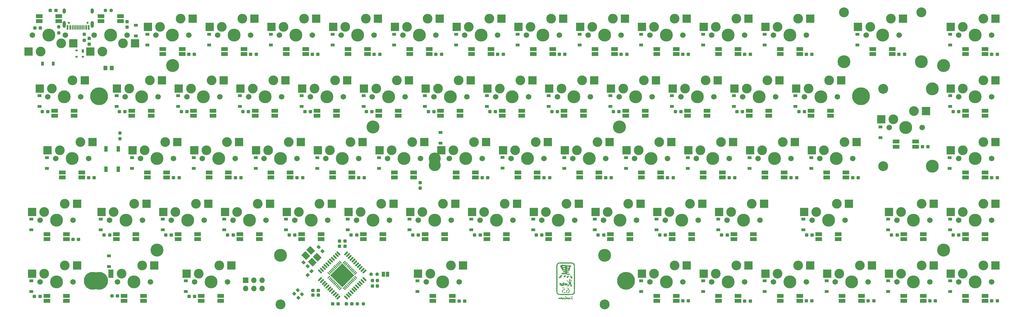
<source format=gbs>
G04 #@! TF.GenerationSoftware,KiCad,Pcbnew,(6.0.10)*
G04 #@! TF.CreationDate,2023-02-16T19:15:59+01:00*
G04 #@! TF.ProjectId,kuro65,6b75726f-3635-42e6-9b69-6361645f7063,rev?*
G04 #@! TF.SameCoordinates,Original*
G04 #@! TF.FileFunction,Soldermask,Bot*
G04 #@! TF.FilePolarity,Negative*
%FSLAX46Y46*%
G04 Gerber Fmt 4.6, Leading zero omitted, Abs format (unit mm)*
G04 Created by KiCad (PCBNEW (6.0.10)) date 2023-02-16 19:15:59*
%MOMM*%
%LPD*%
G01*
G04 APERTURE LIST*
G04 Aperture macros list*
%AMRoundRect*
0 Rectangle with rounded corners*
0 $1 Rounding radius*
0 $2 $3 $4 $5 $6 $7 $8 $9 X,Y pos of 4 corners*
0 Add a 4 corners polygon primitive as box body*
4,1,4,$2,$3,$4,$5,$6,$7,$8,$9,$2,$3,0*
0 Add four circle primitives for the rounded corners*
1,1,$1+$1,$2,$3*
1,1,$1+$1,$4,$5*
1,1,$1+$1,$6,$7*
1,1,$1+$1,$8,$9*
0 Add four rect primitives between the rounded corners*
20,1,$1+$1,$2,$3,$4,$5,0*
20,1,$1+$1,$4,$5,$6,$7,0*
20,1,$1+$1,$6,$7,$8,$9,0*
20,1,$1+$1,$8,$9,$2,$3,0*%
%AMRotRect*
0 Rectangle, with rotation*
0 The origin of the aperture is its center*
0 $1 length*
0 $2 width*
0 $3 Rotation angle, in degrees counterclockwise*
0 Add horizontal line*
21,1,$1,$2,0,0,$3*%
G04 Aperture macros list end*
%ADD10C,1.701800*%
%ADD11C,3.987800*%
%ADD12C,3.000000*%
%ADD13R,2.550000X2.500000*%
%ADD14R,1.590000X2.500000*%
%ADD15R,2.000000X1.200000*%
%ADD16C,5.500000*%
%ADD17C,3.048000*%
%ADD18C,4.000000*%
%ADD19C,3.700000*%
%ADD20C,0.650000*%
%ADD21R,0.600000X1.450000*%
%ADD22R,0.300000X1.450000*%
%ADD23O,1.000000X2.100000*%
%ADD24O,1.000000X1.600000*%
%ADD25RoundRect,0.237500X0.300000X0.237500X-0.300000X0.237500X-0.300000X-0.237500X0.300000X-0.237500X0*%
%ADD26RoundRect,0.237500X-0.300000X-0.237500X0.300000X-0.237500X0.300000X0.237500X-0.300000X0.237500X0*%
%ADD27RoundRect,0.237500X0.044194X0.380070X-0.380070X-0.044194X-0.044194X-0.380070X0.380070X0.044194X0*%
%ADD28R,1.000000X1.500000*%
%ADD29RoundRect,0.237500X0.237500X-0.250000X0.237500X0.250000X-0.237500X0.250000X-0.237500X-0.250000X0*%
%ADD30RoundRect,0.237500X-0.237500X0.250000X-0.237500X-0.250000X0.237500X-0.250000X0.237500X0.250000X0*%
%ADD31RoundRect,0.237500X0.250000X0.237500X-0.250000X0.237500X-0.250000X-0.237500X0.250000X-0.237500X0*%
%ADD32RoundRect,0.062500X-0.291682X-0.380070X0.380070X0.291682X0.291682X0.380070X-0.380070X-0.291682X0*%
%ADD33RoundRect,0.062500X0.291682X-0.380070X0.380070X-0.291682X-0.291682X0.380070X-0.380070X0.291682X0*%
%ADD34RotRect,5.200000X5.200000X45.000000*%
%ADD35RoundRect,0.237500X0.344715X-0.008839X-0.008839X0.344715X-0.344715X0.008839X0.008839X-0.344715X0*%
%ADD36RoundRect,0.237500X-0.237500X0.300000X-0.237500X-0.300000X0.237500X-0.300000X0.237500X0.300000X0*%
%ADD37RoundRect,0.237500X-0.380070X0.044194X0.044194X-0.380070X0.380070X-0.044194X-0.044194X0.380070X0*%
%ADD38RoundRect,0.237500X0.380070X-0.044194X-0.044194X0.380070X-0.380070X0.044194X0.044194X-0.380070X0*%
%ADD39RotRect,2.100000X1.725000X315.000000*%
%ADD40R,1.700000X1.700000*%
%ADD41O,1.700000X1.700000*%
%ADD42R,1.000000X1.700000*%
%ADD43R,0.900000X1.200000*%
%ADD44R,1.200000X0.900000*%
%ADD45RoundRect,0.137500X-0.327037X-0.521491X0.521491X0.327037X0.327037X0.521491X-0.521491X-0.327037X0*%
%ADD46RoundRect,0.137500X0.327037X-0.521491X0.521491X-0.327037X-0.327037X0.521491X-0.521491X0.327037X0*%
%ADD47R,0.700000X1.000000*%
%ADD48R,0.700000X0.600000*%
%ADD49RoundRect,0.250000X-0.350000X-0.450000X0.350000X-0.450000X0.350000X0.450000X-0.350000X0.450000X0*%
%ADD50RoundRect,0.237500X0.237500X-0.287500X0.237500X0.287500X-0.237500X0.287500X-0.237500X-0.287500X0*%
G04 APERTURE END LIST*
G36*
X166355515Y-82691773D02*
G01*
X166352673Y-82775661D01*
X166274436Y-82919888D01*
X166257832Y-82945019D01*
X166150735Y-83112392D01*
X166053372Y-83271478D01*
X166042451Y-83289579D01*
X165938433Y-83441798D01*
X165831191Y-83573859D01*
X165735891Y-83657990D01*
X165611854Y-83699529D01*
X165506318Y-83646223D01*
X165421294Y-83498444D01*
X165405635Y-83444249D01*
X165415957Y-83268962D01*
X165509928Y-83095469D01*
X165678085Y-82933671D01*
X165910961Y-82793470D01*
X166199093Y-82684767D01*
X166283024Y-82668420D01*
X166355515Y-82691773D01*
G37*
G36*
X166529143Y-85752412D02*
G01*
X166522424Y-85724098D01*
X166471576Y-85648642D01*
X166445460Y-85616754D01*
X166404165Y-85524008D01*
X166389923Y-85442708D01*
X166365056Y-85317899D01*
X166355137Y-85223336D01*
X166374413Y-85118668D01*
X166422690Y-85068789D01*
X166488424Y-85094594D01*
X166550729Y-85143583D01*
X166607020Y-85136223D01*
X166625905Y-85039638D01*
X166641519Y-84957765D01*
X166703712Y-84860036D01*
X166707997Y-84856593D01*
X166789881Y-84835287D01*
X166857484Y-84895515D01*
X166901968Y-85022896D01*
X166914496Y-85203047D01*
X166912815Y-85258832D01*
X166911031Y-85424772D01*
X166920299Y-85529222D01*
X166945204Y-85600148D01*
X166990334Y-85665514D01*
X167030058Y-85708883D01*
X167051837Y-85701267D01*
X167059203Y-85626226D01*
X167057128Y-85469142D01*
X167054571Y-85338788D01*
X167053605Y-85187002D01*
X167055557Y-85094190D01*
X167056897Y-85080959D01*
X167095954Y-85015665D01*
X167177273Y-85025174D01*
X167289971Y-85104869D01*
X167423165Y-85250134D01*
X167476678Y-85315765D01*
X167596603Y-85446505D01*
X167683468Y-85518330D01*
X167729312Y-85528029D01*
X167726175Y-85472386D01*
X167666096Y-85348190D01*
X167621369Y-85251770D01*
X167595048Y-85127147D01*
X167613412Y-85041362D01*
X167675763Y-85018266D01*
X167702799Y-85029685D01*
X167784744Y-85113555D01*
X167871633Y-85253807D01*
X167950165Y-85423232D01*
X168007039Y-85594621D01*
X168028953Y-85740762D01*
X168022398Y-85858204D01*
X167991101Y-85915601D01*
X167919379Y-85928762D01*
X167899801Y-85927582D01*
X167775677Y-85896231D01*
X167635904Y-85835556D01*
X167618099Y-85826068D01*
X167509782Y-85776052D01*
X167444364Y-85774084D01*
X167386715Y-85817638D01*
X167304798Y-85865498D01*
X167174286Y-85854526D01*
X167070282Y-85829895D01*
X167004129Y-85822973D01*
X166993780Y-85820048D01*
X166939307Y-85765084D01*
X166867136Y-85661576D01*
X166861790Y-85652979D01*
X166776198Y-85533938D01*
X166725839Y-85500411D01*
X166715964Y-85551306D01*
X166751822Y-85685533D01*
X166790582Y-85851573D01*
X166771551Y-86000009D01*
X166721400Y-86081804D01*
X166651293Y-86122285D01*
X166609416Y-86112985D01*
X166509518Y-86049522D01*
X166421564Y-85956035D01*
X166383287Y-85868285D01*
X166383254Y-85866916D01*
X166364425Y-85861574D01*
X166321690Y-85928762D01*
X166232409Y-86026914D01*
X166106717Y-86055793D01*
X165964694Y-86018944D01*
X165824058Y-85924706D01*
X165702526Y-85781419D01*
X165617817Y-85597425D01*
X165604342Y-85557116D01*
X165563681Y-85473717D01*
X165764008Y-85473717D01*
X165777909Y-85548129D01*
X165873801Y-85664865D01*
X165967763Y-85747853D01*
X166038078Y-85778739D01*
X166054343Y-85733584D01*
X166011400Y-85614285D01*
X166006268Y-85603790D01*
X165925629Y-85488449D01*
X165842849Y-85444952D01*
X165832596Y-85445153D01*
X165764008Y-85473717D01*
X165563681Y-85473717D01*
X165547096Y-85439700D01*
X165488511Y-85378906D01*
X165446212Y-85352813D01*
X165414059Y-85285918D01*
X165418218Y-85275619D01*
X165755048Y-85275619D01*
X165779238Y-85299809D01*
X165803429Y-85275619D01*
X165779238Y-85251428D01*
X165755048Y-85275619D01*
X165418218Y-85275619D01*
X165437586Y-85227661D01*
X165511364Y-85216600D01*
X165573927Y-85218891D01*
X165662431Y-85173862D01*
X165725336Y-85121352D01*
X165851693Y-85100538D01*
X165991750Y-85156635D01*
X166123249Y-85275619D01*
X166130374Y-85282066D01*
X166252435Y-85469257D01*
X166288684Y-85532118D01*
X166364622Y-85635611D01*
X166443017Y-85720134D01*
X166461115Y-85733584D01*
X166504360Y-85765722D01*
X166529143Y-85752412D01*
G37*
G36*
X166362166Y-86527733D02*
G01*
X166419235Y-86540028D01*
X166555185Y-86552772D01*
X166723148Y-86557714D01*
X167006000Y-86557714D01*
X167106238Y-86825624D01*
X167148762Y-86945273D01*
X167190379Y-87079419D01*
X167206476Y-87156633D01*
X167199165Y-87175634D01*
X167127757Y-87230152D01*
X167004866Y-87280135D01*
X166838383Y-87353339D01*
X166682429Y-87466755D01*
X166571426Y-87595439D01*
X166529143Y-87717538D01*
X166550462Y-87830917D01*
X166602957Y-87963164D01*
X166625642Y-88003581D01*
X166707699Y-88084880D01*
X166834097Y-88105904D01*
X166909643Y-88099292D01*
X167054147Y-88052652D01*
X167163293Y-87976360D01*
X167206476Y-87888302D01*
X167208468Y-87856291D01*
X167239703Y-87798765D01*
X167292367Y-87819436D01*
X167345035Y-87914288D01*
X167349364Y-87926833D01*
X167371347Y-88022949D01*
X167340735Y-88086454D01*
X167240890Y-88155954D01*
X167124500Y-88212763D01*
X166914511Y-88251086D01*
X166718271Y-88216552D01*
X166549601Y-88121995D01*
X166422321Y-87980250D01*
X166350252Y-87804148D01*
X166347214Y-87606525D01*
X166427029Y-87400214D01*
X166463618Y-87353390D01*
X166584285Y-87248708D01*
X166739013Y-87147721D01*
X166893245Y-87071602D01*
X167012425Y-87041523D01*
X167045532Y-87033878D01*
X167052604Y-86975977D01*
X166986019Y-86858765D01*
X166982654Y-86854027D01*
X166916492Y-86790042D01*
X166817900Y-86759219D01*
X166655118Y-86751238D01*
X166569791Y-86750213D01*
X166452531Y-86737215D01*
X166386637Y-86699398D01*
X166341784Y-86624495D01*
X166314989Y-86561387D01*
X166312206Y-86517965D01*
X166362166Y-86527733D01*
G37*
G36*
X168376870Y-82888468D02*
G01*
X168416000Y-82931545D01*
X168398467Y-83001998D01*
X168337255Y-83135918D01*
X168246957Y-83294203D01*
X168143201Y-83447311D01*
X168079131Y-83524865D01*
X168003642Y-83574169D01*
X167921420Y-83563579D01*
X167834688Y-83516708D01*
X167755467Y-83406529D01*
X167753778Y-83270498D01*
X167827940Y-83126174D01*
X167976270Y-82991115D01*
X168014328Y-82967697D01*
X168147983Y-82910344D01*
X168278181Y-82882667D01*
X168376870Y-82888468D01*
G37*
G36*
X168629548Y-81122365D02*
G01*
X168583442Y-81239468D01*
X168541183Y-81315148D01*
X168488567Y-81364758D01*
X168405712Y-81375608D01*
X168259895Y-81359874D01*
X168182587Y-81349212D01*
X168009075Y-81322869D01*
X167877026Y-81299767D01*
X167790131Y-81288558D01*
X167746884Y-81320124D01*
X167738667Y-81423285D01*
X167745344Y-81516442D01*
X167787621Y-81564985D01*
X167895905Y-81575008D01*
X168081810Y-81584445D01*
X168252481Y-81610902D01*
X168371373Y-81649225D01*
X168416000Y-81694260D01*
X168404855Y-81743375D01*
X168320705Y-81836779D01*
X168172190Y-81910108D01*
X167981062Y-81950543D01*
X167919988Y-81956945D01*
X167803262Y-81978727D01*
X167750818Y-82016127D01*
X167738667Y-82082172D01*
X167739417Y-82104015D01*
X167752943Y-82145726D01*
X167796385Y-82176096D01*
X167886330Y-82200403D01*
X168039366Y-82223928D01*
X168272081Y-82251950D01*
X168457513Y-82275817D01*
X168644346Y-82305928D01*
X168776285Y-82334383D01*
X168832627Y-82357290D01*
X168836524Y-82365381D01*
X168820624Y-82440367D01*
X168745548Y-82525605D01*
X168635394Y-82592370D01*
X168567002Y-82611086D01*
X168463986Y-82611602D01*
X168415079Y-82599464D01*
X168218479Y-82563574D01*
X167959527Y-82528419D01*
X167663753Y-82496552D01*
X167356686Y-82470527D01*
X167063855Y-82452898D01*
X166810789Y-82446219D01*
X166690519Y-82445573D01*
X166468113Y-82439845D01*
X166318410Y-82426585D01*
X166224591Y-82403775D01*
X166169838Y-82369402D01*
X166123139Y-82298499D01*
X166143300Y-82201177D01*
X166194068Y-82126994D01*
X166280004Y-82062937D01*
X166404272Y-82028532D01*
X166580767Y-82022203D01*
X166823378Y-82042375D01*
X167146000Y-82087474D01*
X167188729Y-82093882D01*
X167296418Y-82102317D01*
X167342118Y-82079694D01*
X167351619Y-82017196D01*
X167333928Y-81948562D01*
X167242762Y-81893533D01*
X167211250Y-81887405D01*
X167075513Y-81861690D01*
X166916191Y-81832135D01*
X166895335Y-81828229D01*
X166767783Y-81794762D01*
X166706247Y-81746109D01*
X166683482Y-81662396D01*
X166684676Y-81594983D01*
X166746431Y-81493236D01*
X166883677Y-81444594D01*
X167091057Y-81451824D01*
X167167598Y-81462666D01*
X167260291Y-81465821D01*
X167296836Y-81435270D01*
X167303238Y-81359726D01*
X167297282Y-81290542D01*
X167263941Y-81253329D01*
X167180097Y-81238487D01*
X167022629Y-81235809D01*
X166900795Y-81240689D01*
X166763469Y-81260048D01*
X166688719Y-81289110D01*
X166686763Y-81291022D01*
X166597605Y-81318945D01*
X166486076Y-81269166D01*
X166363255Y-81154333D01*
X166240222Y-80987098D01*
X166128056Y-80780108D01*
X166037839Y-80546014D01*
X166034373Y-80537174D01*
X166586308Y-80537174D01*
X166604505Y-80600904D01*
X166651741Y-80709724D01*
X166701834Y-80801277D01*
X166759547Y-80851252D01*
X166854588Y-80873722D01*
X167016671Y-80882778D01*
X167022707Y-80882984D01*
X167179682Y-80885652D01*
X167263543Y-80874249D01*
X167297119Y-80840179D01*
X167298039Y-80830360D01*
X167748224Y-80830360D01*
X167758929Y-80909711D01*
X167844986Y-80962747D01*
X167855481Y-80965497D01*
X168034809Y-80992293D01*
X168171104Y-80975380D01*
X168241491Y-80917376D01*
X168271918Y-80817964D01*
X168259512Y-80743711D01*
X168178940Y-80712828D01*
X168016857Y-80713186D01*
X167960820Y-80716851D01*
X167833780Y-80734299D01*
X167771147Y-80768544D01*
X167768811Y-80774843D01*
X167748224Y-80830360D01*
X167298039Y-80830360D01*
X167303238Y-80774843D01*
X167283539Y-80688166D01*
X167194381Y-80631284D01*
X167077123Y-80605547D01*
X166912091Y-80573936D01*
X166756545Y-80548099D01*
X166638903Y-80532671D01*
X166587584Y-80532289D01*
X166586308Y-80537174D01*
X166034373Y-80537174D01*
X166011591Y-80479070D01*
X165922765Y-80318206D01*
X165811431Y-80165628D01*
X165788209Y-80138112D01*
X165740831Y-80071767D01*
X166466591Y-80071767D01*
X166479002Y-80209987D01*
X166480695Y-80220348D01*
X166501802Y-80318252D01*
X166531882Y-80334550D01*
X166567576Y-80303472D01*
X167798130Y-80303472D01*
X167855878Y-80357417D01*
X167992667Y-80388424D01*
X168037794Y-80395664D01*
X168180950Y-80421330D01*
X168277294Y-80442522D01*
X168304136Y-80446013D01*
X168354529Y-80407704D01*
X168389271Y-80288901D01*
X168394067Y-80261667D01*
X168406481Y-80148342D01*
X168400023Y-80090943D01*
X168369115Y-80079804D01*
X168263635Y-80060293D01*
X168113836Y-80041482D01*
X167987143Y-80030219D01*
X167891371Y-80033516D01*
X167880391Y-80040577D01*
X167844188Y-80063859D01*
X167819117Y-80129119D01*
X167801763Y-80200205D01*
X167798130Y-80303472D01*
X166567576Y-80303472D01*
X166591596Y-80282558D01*
X166659035Y-80235495D01*
X166776695Y-80207467D01*
X166961649Y-80203838D01*
X167104304Y-80205708D01*
X167200677Y-80194801D01*
X167246633Y-80161627D01*
X167266946Y-80097562D01*
X167272957Y-80040577D01*
X167249036Y-79998390D01*
X167171071Y-79973388D01*
X167017845Y-79953281D01*
X166910269Y-79940785D01*
X166740548Y-79918613D01*
X166620097Y-79899855D01*
X166616693Y-79899231D01*
X166516053Y-79901050D01*
X166473193Y-79963346D01*
X166473186Y-79963377D01*
X166466591Y-80071767D01*
X165740831Y-80071767D01*
X165705181Y-80021845D01*
X165682848Y-79930140D01*
X165728371Y-79847565D01*
X165848911Y-79758689D01*
X166051630Y-79648082D01*
X166363688Y-79487594D01*
X166808758Y-79564815D01*
X167042897Y-79603291D01*
X167419300Y-79656902D01*
X167783969Y-79699607D01*
X168120236Y-79729990D01*
X168411431Y-79746637D01*
X168640887Y-79748135D01*
X168791935Y-79733069D01*
X168812136Y-79728719D01*
X168982497Y-79710858D01*
X169084801Y-79737027D01*
X169110891Y-79801987D01*
X169052610Y-79900499D01*
X169003550Y-79957992D01*
X168929796Y-80069178D01*
X168895322Y-80148342D01*
X168869879Y-80206769D01*
X168814660Y-80393896D01*
X168754997Y-80653694D01*
X168737559Y-80731934D01*
X168715699Y-80817964D01*
X168684071Y-80942432D01*
X168629548Y-81122365D01*
G37*
G36*
X169021678Y-82750705D02*
G01*
X169098027Y-82844476D01*
X169130386Y-82898717D01*
X169217834Y-83024703D01*
X169324668Y-83163815D01*
X169420623Y-83307451D01*
X169484485Y-83475636D01*
X169486475Y-83616965D01*
X169422931Y-83711045D01*
X169340698Y-83745729D01*
X169207784Y-83732521D01*
X169082787Y-83648001D01*
X168976231Y-83507577D01*
X168898638Y-83326656D01*
X168860529Y-83120645D01*
X168872427Y-82904952D01*
X168889858Y-82837762D01*
X168947939Y-82749633D01*
X169021678Y-82750705D01*
G37*
G36*
X167496762Y-82755841D02*
G01*
X167496564Y-82759795D01*
X167467761Y-82843087D01*
X167401550Y-82973427D01*
X167314328Y-83120931D01*
X167222493Y-83255714D01*
X167199320Y-83285283D01*
X167077418Y-83390178D01*
X166960023Y-83399741D01*
X166842293Y-83314725D01*
X166818089Y-83283479D01*
X166782925Y-83156066D01*
X166825510Y-83023489D01*
X166933401Y-82901260D01*
X167094156Y-82804891D01*
X167295332Y-82749896D01*
X167347417Y-82744034D01*
X167454248Y-82741348D01*
X167496762Y-82755841D01*
G37*
G36*
X167932695Y-86569364D02*
G01*
X168093049Y-86652208D01*
X168260884Y-86774182D01*
X168392457Y-86910952D01*
X168524772Y-87132055D01*
X168601337Y-87374931D01*
X168621185Y-87620137D01*
X168583345Y-87848231D01*
X168486848Y-88039770D01*
X168330725Y-88175312D01*
X168130654Y-88240143D01*
X167928278Y-88220144D01*
X167751864Y-88116022D01*
X167619737Y-87933999D01*
X167603729Y-87897757D01*
X167559381Y-87679452D01*
X167608471Y-87479240D01*
X167749118Y-87306249D01*
X167909800Y-87217677D01*
X168088772Y-87208956D01*
X168254151Y-87289639D01*
X168259830Y-87294449D01*
X168315209Y-87365012D01*
X168301457Y-87401804D01*
X168225657Y-87381892D01*
X168225368Y-87381738D01*
X168110599Y-87337678D01*
X168016510Y-87357950D01*
X167905801Y-87450562D01*
X167885669Y-87471715D01*
X167808968Y-87600406D01*
X167787048Y-87773324D01*
X167809744Y-87951057D01*
X167882361Y-88086840D01*
X167988728Y-88146739D01*
X168112103Y-88128492D01*
X168235746Y-88029833D01*
X168342916Y-87848500D01*
X168406355Y-87614992D01*
X168391364Y-87347711D01*
X168280087Y-87087839D01*
X168072663Y-86835904D01*
X167944175Y-86721874D01*
X167828148Y-86638095D01*
X167753342Y-86606095D01*
X167704527Y-86596727D01*
X167722624Y-86554404D01*
X167801412Y-86534467D01*
X167932695Y-86569364D01*
G37*
G36*
X170252870Y-86106178D02*
G01*
X170251407Y-86549247D01*
X170249266Y-86924222D01*
X170246317Y-87237285D01*
X170242433Y-87494622D01*
X170237488Y-87702416D01*
X170231353Y-87866852D01*
X170223901Y-87994115D01*
X170215004Y-88090387D01*
X170204535Y-88161853D01*
X170192367Y-88214698D01*
X170178372Y-88255106D01*
X170162423Y-88289260D01*
X170141989Y-88327382D01*
X169956127Y-88568749D01*
X169698096Y-88751227D01*
X169662263Y-88766626D01*
X169601277Y-88782596D01*
X169513340Y-88795626D01*
X169389727Y-88806017D01*
X169221711Y-88814067D01*
X169000565Y-88820075D01*
X168717565Y-88824342D01*
X168363983Y-88827166D01*
X167931092Y-88828846D01*
X167410168Y-88829682D01*
X167003372Y-88829934D01*
X166558639Y-88829659D01*
X166194474Y-88828379D01*
X165901763Y-88825742D01*
X165671391Y-88821394D01*
X165494245Y-88814981D01*
X165361209Y-88806150D01*
X165263169Y-88794546D01*
X165191011Y-88779817D01*
X165135620Y-88761608D01*
X165087882Y-88739565D01*
X165032291Y-88709182D01*
X164798586Y-88522769D01*
X164623755Y-88265545D01*
X164616393Y-88249140D01*
X164603627Y-88207918D01*
X164592473Y-88148625D01*
X164582824Y-88065207D01*
X164574574Y-87951610D01*
X164567615Y-87801783D01*
X164561841Y-87609672D01*
X164557146Y-87369224D01*
X164553423Y-87074386D01*
X164550565Y-86719104D01*
X164548466Y-86297326D01*
X164547019Y-85802999D01*
X164546117Y-85230069D01*
X164545655Y-84572484D01*
X164545532Y-83869791D01*
X164860000Y-83869791D01*
X164860038Y-84600302D01*
X164860244Y-85240581D01*
X164860759Y-85796794D01*
X164861723Y-86275109D01*
X164863278Y-86681694D01*
X164865566Y-87022719D01*
X164868726Y-87304349D01*
X164872901Y-87532754D01*
X164878231Y-87714102D01*
X164884858Y-87854559D01*
X164892923Y-87960296D01*
X164902567Y-88037478D01*
X164913930Y-88092276D01*
X164927155Y-88130855D01*
X164942382Y-88159385D01*
X164959752Y-88184034D01*
X165063920Y-88302159D01*
X165193040Y-88417391D01*
X165219764Y-88436228D01*
X165259445Y-88457547D01*
X165312139Y-88474855D01*
X165387152Y-88488626D01*
X165493788Y-88499335D01*
X165641354Y-88507458D01*
X165839155Y-88513469D01*
X166096496Y-88517844D01*
X166422682Y-88521056D01*
X166827020Y-88523583D01*
X167318813Y-88525897D01*
X167442493Y-88526359D01*
X167885636Y-88526632D01*
X168294710Y-88524763D01*
X168659267Y-88520930D01*
X168968859Y-88515311D01*
X169213039Y-88508081D01*
X169381359Y-88499419D01*
X169463370Y-88489502D01*
X169569736Y-88442307D01*
X169738750Y-88301833D01*
X169869938Y-88111882D01*
X169939099Y-87902327D01*
X169941660Y-87868552D01*
X169945756Y-87737442D01*
X169949300Y-87521445D01*
X169952263Y-87228134D01*
X169954619Y-86865081D01*
X169956340Y-86439860D01*
X169957398Y-85960043D01*
X169957767Y-85433204D01*
X169957420Y-84866917D01*
X169956328Y-84268753D01*
X169954464Y-83646287D01*
X169952721Y-83162071D01*
X169950227Y-82502926D01*
X169947765Y-81930076D01*
X169945163Y-81437210D01*
X169942248Y-81018016D01*
X169938848Y-80666183D01*
X169934790Y-80375401D01*
X169929903Y-80139359D01*
X169924014Y-79951745D01*
X169916950Y-79806249D01*
X169908539Y-79696560D01*
X169898609Y-79616365D01*
X169886987Y-79559356D01*
X169873502Y-79519220D01*
X169857980Y-79489646D01*
X169840249Y-79464324D01*
X169736065Y-79346216D01*
X169606892Y-79230989D01*
X169606005Y-79230328D01*
X169570838Y-79206276D01*
X169529889Y-79186468D01*
X169474060Y-79170490D01*
X169394254Y-79157932D01*
X169281372Y-79148382D01*
X169126316Y-79141430D01*
X168919988Y-79136664D01*
X168653291Y-79133673D01*
X168317126Y-79132046D01*
X167902395Y-79131371D01*
X167400000Y-79131238D01*
X167386257Y-79131238D01*
X166886172Y-79131380D01*
X166473523Y-79132073D01*
X166139211Y-79133730D01*
X165874138Y-79136760D01*
X165669208Y-79141576D01*
X165515321Y-79148588D01*
X165403379Y-79158208D01*
X165324285Y-79170847D01*
X165268941Y-79186916D01*
X165228248Y-79206826D01*
X165193109Y-79230989D01*
X165074988Y-79335172D01*
X164959752Y-79464346D01*
X164958675Y-79465789D01*
X164941434Y-79490495D01*
X164926328Y-79519443D01*
X164913216Y-79558800D01*
X164901957Y-79614735D01*
X164892410Y-79693417D01*
X164884433Y-79801012D01*
X164877886Y-79943689D01*
X164872627Y-80127616D01*
X164868515Y-80358961D01*
X164865409Y-80643892D01*
X164863168Y-80988577D01*
X164861652Y-81399184D01*
X164860717Y-81881881D01*
X164860225Y-82442835D01*
X164860033Y-83088216D01*
X164860000Y-83824190D01*
X164860000Y-83869791D01*
X164545532Y-83869791D01*
X164545524Y-83824190D01*
X164545558Y-83420730D01*
X164545849Y-82720682D01*
X164546528Y-82108174D01*
X164547702Y-81577152D01*
X164549477Y-81121564D01*
X164551960Y-80735355D01*
X164555258Y-80412474D01*
X164559476Y-80146867D01*
X164564723Y-79932481D01*
X164571104Y-79763263D01*
X164578725Y-79633160D01*
X164587695Y-79536119D01*
X164598118Y-79466086D01*
X164610103Y-79417009D01*
X164623755Y-79382835D01*
X164654993Y-79324537D01*
X164840467Y-79082838D01*
X165087882Y-78908815D01*
X165122728Y-78892180D01*
X165175487Y-78872939D01*
X165242758Y-78857267D01*
X165333678Y-78844802D01*
X165457388Y-78835180D01*
X165623026Y-78828036D01*
X165839732Y-78823007D01*
X166116643Y-78819729D01*
X166462899Y-78817838D01*
X166887638Y-78816970D01*
X167400000Y-78816762D01*
X167785586Y-78816865D01*
X168232640Y-78817523D01*
X168598790Y-78819108D01*
X168893175Y-78821983D01*
X169124934Y-78826513D01*
X169303205Y-78833062D01*
X169437129Y-78841992D01*
X169535843Y-78853669D01*
X169608487Y-78868456D01*
X169664199Y-78886717D01*
X169712118Y-78908815D01*
X169767710Y-78939198D01*
X170001414Y-79125611D01*
X170176246Y-79382835D01*
X170183597Y-79399212D01*
X170196364Y-79440422D01*
X170207520Y-79499700D01*
X170217171Y-79583098D01*
X170225422Y-79696671D01*
X170232382Y-79846470D01*
X170238157Y-80038551D01*
X170242853Y-80278966D01*
X170246576Y-80573768D01*
X170249435Y-80929011D01*
X170251534Y-81350749D01*
X170252981Y-81845035D01*
X170253883Y-82417923D01*
X170254346Y-83075465D01*
X170254476Y-83823715D01*
X170254453Y-84306559D01*
X170254265Y-84991018D01*
X170253906Y-85433204D01*
X170253780Y-85588830D01*
X170252870Y-86106178D01*
G37*
G36*
X169312130Y-86265678D02*
G01*
X169303080Y-86277959D01*
X169220867Y-86312187D01*
X169112447Y-86290537D01*
X169007702Y-86229451D01*
X168936515Y-86145371D01*
X168932473Y-86098095D01*
X168948191Y-86098095D01*
X168972381Y-86122285D01*
X168996572Y-86098095D01*
X168972381Y-86073904D01*
X168948191Y-86098095D01*
X168932473Y-86098095D01*
X168928767Y-86054739D01*
X168925464Y-85993586D01*
X168885134Y-85869577D01*
X168815169Y-85718480D01*
X168674809Y-85451961D01*
X168613440Y-85621675D01*
X168602797Y-85648347D01*
X168518845Y-85794293D01*
X168398791Y-85946651D01*
X168264157Y-86083106D01*
X168136467Y-86181343D01*
X168037246Y-86219047D01*
X168008529Y-86218305D01*
X167944709Y-86198035D01*
X167948125Y-86137802D01*
X168017112Y-86021261D01*
X168019770Y-86017318D01*
X168091200Y-85911271D01*
X168194101Y-85758412D01*
X168307143Y-85590427D01*
X168324189Y-85564896D01*
X168419832Y-85413574D01*
X168487250Y-85293229D01*
X168512762Y-85227974D01*
X168480210Y-85173970D01*
X168391175Y-85068380D01*
X168259293Y-84926553D01*
X168098202Y-84763761D01*
X167978985Y-84645698D01*
X167799258Y-84461375D01*
X167683582Y-84330552D01*
X167626573Y-84246025D01*
X167622845Y-84200591D01*
X167667012Y-84187047D01*
X167676722Y-84189218D01*
X167753038Y-84236855D01*
X167878703Y-84337405D01*
X168038682Y-84478315D01*
X168217942Y-84647032D01*
X168691978Y-85107017D01*
X168578180Y-84714122D01*
X168563793Y-84662800D01*
X168511260Y-84438282D01*
X168480849Y-84250584D01*
X168723384Y-84250584D01*
X168728368Y-84297239D01*
X168758658Y-84410928D01*
X168807825Y-84565695D01*
X168859689Y-84712560D01*
X168903058Y-84822395D01*
X168926118Y-84864381D01*
X168946064Y-84845632D01*
X169008069Y-84766377D01*
X169093675Y-84646171D01*
X169156428Y-84552740D01*
X169203187Y-84467031D01*
X169201379Y-84422393D01*
X169156475Y-84397123D01*
X169149756Y-84394730D01*
X169040361Y-84353603D01*
X168904477Y-84300222D01*
X168878669Y-84290148D01*
X168774180Y-84255954D01*
X168723384Y-84250584D01*
X168480849Y-84250584D01*
X168477546Y-84230198D01*
X168464344Y-84057769D01*
X168473343Y-83940217D01*
X168506238Y-83896762D01*
X168509510Y-83897013D01*
X168577640Y-83928915D01*
X168676809Y-83998009D01*
X168750314Y-84046841D01*
X168905568Y-84129322D01*
X169078958Y-84205169D01*
X169203064Y-84257859D01*
X169318168Y-84318194D01*
X169369016Y-84360953D01*
X169369699Y-84365052D01*
X169346958Y-84435919D01*
X169330950Y-84467031D01*
X169283367Y-84559509D01*
X169191106Y-84711806D01*
X169178845Y-84730877D01*
X169086549Y-84881658D01*
X169021308Y-85000821D01*
X168996572Y-85064013D01*
X169009728Y-85125315D01*
X169046853Y-85259656D01*
X169102157Y-85446390D01*
X169169842Y-85665393D01*
X169233905Y-85880219D01*
X169282767Y-86067207D01*
X169289087Y-86098095D01*
X169310419Y-86202348D01*
X169312130Y-86265678D01*
G37*
G36*
X165756193Y-89914410D02*
G01*
X165762042Y-89924314D01*
X165767191Y-89940790D01*
X165767535Y-89942291D01*
X165768400Y-89949936D01*
X165765824Y-89949626D01*
X165761800Y-89944163D01*
X165756846Y-89934404D01*
X165752821Y-89923899D01*
X165750788Y-89915504D01*
X165751812Y-89912072D01*
X165756193Y-89914410D01*
G37*
G36*
X169572669Y-90258217D02*
G01*
X169558271Y-90274419D01*
X169520366Y-90273285D01*
X169504752Y-90272689D01*
X169490635Y-90271275D01*
X169479679Y-90268232D01*
X169468727Y-90262609D01*
X169454621Y-90253451D01*
X169454366Y-90253279D01*
X169438948Y-90241919D01*
X169425164Y-90230086D01*
X169418932Y-90223463D01*
X169428879Y-90223463D01*
X169429408Y-90228707D01*
X169430737Y-90229398D01*
X169432353Y-90225761D01*
X169432035Y-90223422D01*
X169429408Y-90222816D01*
X169428879Y-90223463D01*
X169418932Y-90223463D01*
X169415970Y-90220315D01*
X169408753Y-90209966D01*
X169400673Y-90196694D01*
X169394451Y-90184727D01*
X169391112Y-90176074D01*
X169391682Y-90172743D01*
X169392447Y-90172982D01*
X169397077Y-90178151D01*
X169402622Y-90187947D01*
X169407421Y-90196321D01*
X169416289Y-90206006D01*
X169424875Y-90210302D01*
X169431581Y-90209109D01*
X169434810Y-90202328D01*
X169432962Y-90189857D01*
X169429786Y-90179864D01*
X169424665Y-90163610D01*
X169419224Y-90146234D01*
X169414901Y-90134314D01*
X169407125Y-90115444D01*
X169396953Y-90092263D01*
X169385207Y-90066639D01*
X169372708Y-90040441D01*
X169371938Y-90038859D01*
X169360297Y-90014498D01*
X169350149Y-89992465D01*
X169342109Y-89974157D01*
X169336790Y-89960966D01*
X169334805Y-89954287D01*
X169334052Y-89949638D01*
X169332120Y-89951054D01*
X169330827Y-89953223D01*
X169325825Y-89953640D01*
X169319147Y-89947266D01*
X169311582Y-89935264D01*
X169303915Y-89918797D01*
X169296933Y-89899030D01*
X169295019Y-89892832D01*
X169288906Y-89874284D01*
X169283159Y-89858445D01*
X169278809Y-89848209D01*
X169272137Y-89835154D01*
X169263452Y-89863672D01*
X169258521Y-89878214D01*
X169253016Y-89891460D01*
X169248570Y-89899165D01*
X169245078Y-89904018D01*
X169242373Y-89911413D01*
X169240600Y-89917282D01*
X169235627Y-89928943D01*
X169228527Y-89944097D01*
X169220382Y-89960562D01*
X169212271Y-89976158D01*
X169205275Y-89988703D01*
X169200473Y-89996017D01*
X169199733Y-89997005D01*
X169195281Y-90006650D01*
X169191880Y-90019444D01*
X169191278Y-90022325D01*
X169187351Y-90033087D01*
X169182534Y-90038675D01*
X169179902Y-90040658D01*
X169172472Y-90048796D01*
X169162388Y-90061515D01*
X169151055Y-90077102D01*
X169150437Y-90077980D01*
X169137084Y-90095529D01*
X169119672Y-90116491D01*
X169100388Y-90138315D01*
X169081419Y-90158444D01*
X169067973Y-90172034D01*
X169053010Y-90186524D01*
X169041328Y-90196585D01*
X169031332Y-90203418D01*
X169021427Y-90208225D01*
X169010016Y-90212207D01*
X169005063Y-90213735D01*
X168974430Y-90222124D01*
X168949564Y-90226986D01*
X168930933Y-90228324D01*
X168919007Y-90226143D01*
X168914255Y-90220449D01*
X168917145Y-90211247D01*
X168917772Y-90210207D01*
X168923384Y-90198630D01*
X168928505Y-90184978D01*
X168929242Y-90182806D01*
X168937482Y-90165173D01*
X168950673Y-90143277D01*
X168967654Y-90118808D01*
X168987260Y-90093458D01*
X169008329Y-90068917D01*
X169030640Y-90044034D01*
X169050361Y-90021116D01*
X169067861Y-89999425D01*
X169084023Y-89977658D01*
X169099733Y-89954512D01*
X169115873Y-89928683D01*
X169133327Y-89898867D01*
X169152979Y-89863762D01*
X169175713Y-89822064D01*
X169220808Y-89738684D01*
X169210938Y-89728179D01*
X169210586Y-89727807D01*
X169202316Y-89720637D01*
X169196038Y-89717673D01*
X169191777Y-89716196D01*
X169183817Y-89709976D01*
X169175867Y-89701295D01*
X169170241Y-89692791D01*
X169169251Y-89687105D01*
X169169911Y-89684844D01*
X169166052Y-89682328D01*
X169165664Y-89682306D01*
X169158414Y-89678701D01*
X169148539Y-89670612D01*
X169138473Y-89660473D01*
X169130649Y-89650717D01*
X169127500Y-89643776D01*
X169128202Y-89640957D01*
X169133023Y-89640778D01*
X169134097Y-89641060D01*
X169132157Y-89637608D01*
X169125569Y-89629993D01*
X169117136Y-89621222D01*
X169111903Y-89616802D01*
X169111964Y-89619142D01*
X169117146Y-89628205D01*
X169118427Y-89630407D01*
X169118731Y-89632957D01*
X169113519Y-89629268D01*
X169102566Y-89619200D01*
X169091473Y-89607823D01*
X169078805Y-89593134D01*
X169069741Y-89580711D01*
X169066273Y-89575511D01*
X169059203Y-89567179D01*
X169054247Y-89564312D01*
X169053565Y-89564265D01*
X169047275Y-89560592D01*
X169037121Y-89552329D01*
X169024948Y-89540947D01*
X169010481Y-89527278D01*
X168991188Y-89510265D01*
X168973388Y-89495665D01*
X168970699Y-89493548D01*
X168958335Y-89482943D01*
X168949641Y-89474044D01*
X168946356Y-89468594D01*
X168945831Y-89467095D01*
X168940107Y-89460376D01*
X168929415Y-89450807D01*
X168915429Y-89439940D01*
X168909725Y-89435682D01*
X168896826Y-89425228D01*
X168887861Y-89416744D01*
X168884502Y-89411752D01*
X168882923Y-89408632D01*
X168875542Y-89401685D01*
X168864162Y-89393843D01*
X168856542Y-89388728D01*
X168846461Y-89379994D01*
X168841556Y-89372889D01*
X168839615Y-89367885D01*
X168835864Y-89364220D01*
X168834181Y-89363797D01*
X168827047Y-89359238D01*
X168817459Y-89351141D01*
X168807265Y-89341346D01*
X168798315Y-89331690D01*
X168792456Y-89324013D01*
X168791538Y-89320151D01*
X168792983Y-89316355D01*
X168787407Y-89309088D01*
X168781444Y-89302558D01*
X168778466Y-89296575D01*
X168778209Y-89295291D01*
X168774379Y-89287790D01*
X168767420Y-89277673D01*
X168764956Y-89274364D01*
X168758828Y-89265256D01*
X168756375Y-89260106D01*
X168756634Y-89259195D01*
X168761967Y-89257724D01*
X168772429Y-89259110D01*
X168785686Y-89262749D01*
X168799406Y-89268034D01*
X168811255Y-89274359D01*
X168815099Y-89276981D01*
X168831548Y-89289485D01*
X168853137Y-89307316D01*
X168879061Y-89329721D01*
X168908513Y-89355949D01*
X168940687Y-89385247D01*
X168974778Y-89416864D01*
X169009979Y-89450048D01*
X169045485Y-89484047D01*
X169080490Y-89518109D01*
X169114187Y-89551482D01*
X169145772Y-89583415D01*
X169174436Y-89613156D01*
X169193084Y-89632638D01*
X169213860Y-89653925D01*
X169232429Y-89672506D01*
X169247834Y-89687442D01*
X169259123Y-89697793D01*
X169265341Y-89702619D01*
X169270137Y-89705811D01*
X169278112Y-89716067D01*
X169284925Y-89733133D01*
X169285562Y-89735119D01*
X169290924Y-89749082D01*
X169295473Y-89756412D01*
X169298628Y-89756499D01*
X169299809Y-89748736D01*
X169299782Y-89748346D01*
X169298250Y-89741086D01*
X169294560Y-89726472D01*
X169288978Y-89705487D01*
X169281775Y-89679116D01*
X169273218Y-89648344D01*
X169263576Y-89614154D01*
X169253116Y-89577532D01*
X169237653Y-89523349D01*
X169221981Y-89467348D01*
X169208682Y-89418311D01*
X169197585Y-89375454D01*
X169188519Y-89337996D01*
X169181315Y-89305154D01*
X169175803Y-89276146D01*
X169171812Y-89250188D01*
X169171044Y-89243296D01*
X169260922Y-89243296D01*
X169262614Y-89250651D01*
X169266673Y-89264872D01*
X169272738Y-89284859D01*
X169280447Y-89309513D01*
X169289441Y-89337734D01*
X169299358Y-89368421D01*
X169309837Y-89400476D01*
X169320519Y-89432799D01*
X169331041Y-89464289D01*
X169341043Y-89493848D01*
X169350165Y-89520375D01*
X169358046Y-89542771D01*
X169364324Y-89559935D01*
X169368640Y-89570769D01*
X169373339Y-89580660D01*
X169378851Y-89590223D01*
X169382406Y-89593890D01*
X169383709Y-89593786D01*
X169394832Y-89588738D01*
X169409595Y-89576087D01*
X169428052Y-89555768D01*
X169450257Y-89527717D01*
X169476264Y-89491871D01*
X169506128Y-89448165D01*
X169523241Y-89422130D01*
X169537310Y-89399594D01*
X169546752Y-89382746D01*
X169551929Y-89370868D01*
X169553203Y-89363243D01*
X169550935Y-89359152D01*
X169544928Y-89356489D01*
X169532226Y-89351805D01*
X169514813Y-89345829D01*
X169494591Y-89339233D01*
X169454895Y-89326003D01*
X169409200Y-89308841D01*
X169364348Y-89289536D01*
X169316403Y-89266480D01*
X169311465Y-89264022D01*
X169292406Y-89254863D01*
X169276619Y-89247791D01*
X169265629Y-89243464D01*
X169260962Y-89242541D01*
X169260922Y-89243296D01*
X169171044Y-89243296D01*
X169169172Y-89226498D01*
X169167712Y-89204293D01*
X169167264Y-89182792D01*
X169167398Y-89163875D01*
X169168075Y-89150185D01*
X169169667Y-89141664D01*
X169172546Y-89136410D01*
X169177083Y-89132517D01*
X169183293Y-89128734D01*
X169192785Y-89125874D01*
X169203242Y-89127149D01*
X169216017Y-89133055D01*
X169232462Y-89144088D01*
X169253927Y-89160746D01*
X169270593Y-89173867D01*
X169298330Y-89194183D01*
X169325808Y-89212003D01*
X169354506Y-89228068D01*
X169385905Y-89243120D01*
X169421483Y-89257899D01*
X169462721Y-89273147D01*
X169511097Y-89289605D01*
X169519813Y-89292491D01*
X169544252Y-89300764D01*
X169561955Y-89307223D01*
X169574238Y-89312481D01*
X169582417Y-89317152D01*
X169587808Y-89321850D01*
X169591728Y-89327187D01*
X169592571Y-89328587D01*
X169598017Y-89339754D01*
X169600243Y-89348272D01*
X169599872Y-89351332D01*
X169595764Y-89363243D01*
X169595534Y-89363911D01*
X169586757Y-89382310D01*
X169574081Y-89405565D01*
X169558049Y-89432710D01*
X169539201Y-89462781D01*
X169518079Y-89494812D01*
X169503939Y-89515782D01*
X169487692Y-89539960D01*
X169472764Y-89562258D01*
X169460368Y-89580863D01*
X169451716Y-89593964D01*
X169440273Y-89610666D01*
X169427771Y-89627645D01*
X169417177Y-89640838D01*
X169411292Y-89648235D01*
X169404195Y-89659470D01*
X169401426Y-89667418D01*
X169401754Y-89669189D01*
X169404396Y-89678662D01*
X169409471Y-89695317D01*
X169416722Y-89718351D01*
X169425889Y-89746961D01*
X169436716Y-89780343D01*
X169448943Y-89817696D01*
X169462313Y-89858215D01*
X169476567Y-89901098D01*
X169480666Y-89913395D01*
X169495564Y-89958197D01*
X169510062Y-90001969D01*
X169523817Y-90043661D01*
X169536484Y-90082223D01*
X169547718Y-90116606D01*
X169557176Y-90145761D01*
X169564514Y-90168636D01*
X169569387Y-90184184D01*
X169582097Y-90225761D01*
X169587066Y-90242015D01*
X169572669Y-90258217D01*
G37*
G36*
X168379939Y-90109288D02*
G01*
X168384827Y-90114344D01*
X168389006Y-90124595D01*
X168389458Y-90127823D01*
X168389379Y-90132057D01*
X168386337Y-90130400D01*
X168378820Y-90122547D01*
X168373251Y-90115709D01*
X168369966Y-90108647D01*
X168372230Y-90106082D01*
X168379939Y-90109288D01*
G37*
G36*
X168497924Y-90166335D02*
G01*
X168494153Y-90182895D01*
X168487038Y-90195215D01*
X168474128Y-90211450D01*
X168458405Y-90227731D01*
X168442319Y-90241544D01*
X168428322Y-90250378D01*
X168417351Y-90253665D01*
X168397135Y-90255594D01*
X168374017Y-90254592D01*
X168351091Y-90250847D01*
X168331456Y-90244544D01*
X168312017Y-90233928D01*
X168284728Y-90210878D01*
X168261101Y-90180034D01*
X168260759Y-90179371D01*
X168398504Y-90179371D01*
X168400713Y-90181580D01*
X168402922Y-90179371D01*
X168400713Y-90177162D01*
X168398504Y-90179371D01*
X168260759Y-90179371D01*
X168241292Y-90141614D01*
X168225456Y-90095838D01*
X168222373Y-90084644D01*
X168217869Y-90066713D01*
X168214869Y-90050699D01*
X168213504Y-90035306D01*
X168213908Y-90019237D01*
X168216210Y-90001194D01*
X168220544Y-89979882D01*
X168224538Y-89963974D01*
X168321538Y-89963974D01*
X168323611Y-89976701D01*
X168325897Y-89986320D01*
X168325522Y-89996278D01*
X168325455Y-89996507D01*
X168325617Y-90005051D01*
X168328184Y-90018460D01*
X168332294Y-90033553D01*
X168337088Y-90047149D01*
X168341704Y-90056069D01*
X168343022Y-90058226D01*
X168343212Y-90063091D01*
X168343969Y-90066590D01*
X168349579Y-90073041D01*
X168354624Y-90079687D01*
X168355761Y-90087004D01*
X168355263Y-90090051D01*
X168358566Y-90093216D01*
X168361186Y-90094639D01*
X168361136Y-90101467D01*
X168360972Y-90106392D01*
X168364098Y-90118457D01*
X168370618Y-90133499D01*
X168375844Y-90144521D01*
X168380341Y-90155997D01*
X168381658Y-90162468D01*
X168382200Y-90164847D01*
X168387711Y-90169450D01*
X168395545Y-90172248D01*
X168401404Y-90171316D01*
X168401751Y-90167980D01*
X168398862Y-90160158D01*
X168396172Y-90153646D01*
X168394240Y-90143211D01*
X168394329Y-90142561D01*
X168396993Y-90143442D01*
X168402594Y-90150611D01*
X168410106Y-90162802D01*
X168416923Y-90173990D01*
X168421295Y-90179371D01*
X168427007Y-90186402D01*
X168435542Y-90190502D01*
X168443003Y-90186426D01*
X168449865Y-90174313D01*
X168453127Y-90163159D01*
X168454242Y-90144525D01*
X168451479Y-90120648D01*
X168444761Y-90090217D01*
X168444452Y-90089013D01*
X168441097Y-90076792D01*
X168437455Y-90066345D01*
X168432591Y-90055855D01*
X168425567Y-90043508D01*
X168415446Y-90027486D01*
X168401290Y-90005974D01*
X168390084Y-89989596D01*
X168379179Y-89975432D01*
X168371059Y-89967551D01*
X168364973Y-89965106D01*
X168358087Y-89962908D01*
X168350708Y-89954044D01*
X168346037Y-89947092D01*
X168338226Y-89943506D01*
X168330462Y-89946025D01*
X168324361Y-89953298D01*
X168321538Y-89963974D01*
X168224538Y-89963974D01*
X168227042Y-89954002D01*
X168232985Y-89932546D01*
X168324177Y-89932546D01*
X168327814Y-89934163D01*
X168330152Y-89933844D01*
X168330759Y-89931217D01*
X168330111Y-89930689D01*
X168324868Y-89931217D01*
X168324177Y-89932546D01*
X168232985Y-89932546D01*
X168235834Y-89922258D01*
X168247052Y-89883354D01*
X168257307Y-89846805D01*
X168266261Y-89810789D01*
X168271936Y-89781218D01*
X168274359Y-89757154D01*
X168273554Y-89737656D01*
X168269545Y-89721785D01*
X168262359Y-89708601D01*
X168252020Y-89697164D01*
X168239716Y-89687903D01*
X168219100Y-89676252D01*
X168195421Y-89665797D01*
X168171792Y-89658057D01*
X168156833Y-89653982D01*
X168136932Y-89647517D01*
X168124236Y-89641462D01*
X168117762Y-89635291D01*
X168116527Y-89628478D01*
X168119300Y-89621890D01*
X168128996Y-89615572D01*
X168140042Y-89612518D01*
X168128253Y-89612077D01*
X168117018Y-89610850D01*
X168106510Y-89607476D01*
X168102487Y-89602853D01*
X168102487Y-89602840D01*
X168106526Y-89599435D01*
X168116981Y-89595888D01*
X168131466Y-89592720D01*
X168147596Y-89590454D01*
X168162984Y-89589612D01*
X168174712Y-89590275D01*
X168193964Y-89592734D01*
X168212941Y-89596373D01*
X168221040Y-89598596D01*
X168240433Y-89605374D01*
X168263197Y-89614620D01*
X168286987Y-89625263D01*
X168309459Y-89636233D01*
X168328267Y-89646459D01*
X168341068Y-89654871D01*
X168346775Y-89661319D01*
X168355586Y-89674222D01*
X168365878Y-89691335D01*
X168376413Y-89710703D01*
X168384922Y-89727284D01*
X168392121Y-89741969D01*
X168396006Y-89751518D01*
X168397013Y-89757418D01*
X168395581Y-89761158D01*
X168392147Y-89764226D01*
X168389881Y-89765968D01*
X168386360Y-89770101D01*
X168388054Y-89774860D01*
X168395461Y-89783075D01*
X168397107Y-89784888D01*
X168404384Y-89795788D01*
X168407340Y-89805424D01*
X168407120Y-89807435D01*
X168403996Y-89817818D01*
X168397947Y-89832630D01*
X168389966Y-89849363D01*
X168380978Y-89868371D01*
X168375769Y-89884811D01*
X168375883Y-89897735D01*
X168381384Y-89909064D01*
X168392336Y-89920723D01*
X168396628Y-89924857D01*
X168402101Y-89931217D01*
X168404301Y-89933774D01*
X168407340Y-89939806D01*
X168407347Y-89939994D01*
X168410109Y-89946787D01*
X168416884Y-89957629D01*
X168426188Y-89970621D01*
X168436537Y-89983859D01*
X168446448Y-89995442D01*
X168454437Y-90003468D01*
X168459019Y-90006036D01*
X168465897Y-90006936D01*
X168475507Y-90011681D01*
X168482294Y-90015802D01*
X168486848Y-90016429D01*
X168489525Y-90011905D01*
X168490826Y-90002680D01*
X168490098Y-89990440D01*
X168489947Y-89989213D01*
X168489972Y-89976943D01*
X168491564Y-89959845D01*
X168494431Y-89941225D01*
X168497162Y-89922530D01*
X168499403Y-89888176D01*
X168499303Y-89846234D01*
X168498732Y-89827574D01*
X168497769Y-89807897D01*
X168496307Y-89793612D01*
X168494017Y-89782720D01*
X168490571Y-89773218D01*
X168485640Y-89763106D01*
X168481157Y-89754415D01*
X168475677Y-89742802D01*
X168474474Y-89737437D01*
X168477508Y-89737362D01*
X168484738Y-89741619D01*
X168492381Y-89745455D01*
X168497092Y-89744297D01*
X168499042Y-89737208D01*
X168498471Y-89723298D01*
X168495623Y-89701679D01*
X168494765Y-89695931D01*
X168492795Y-89680493D01*
X168492571Y-89671074D01*
X168494209Y-89665592D01*
X168497823Y-89661965D01*
X168504553Y-89658529D01*
X168518136Y-89654861D01*
X168533380Y-89652970D01*
X168546939Y-89653206D01*
X168555471Y-89655920D01*
X168555702Y-89656124D01*
X168560779Y-89661821D01*
X168570153Y-89673273D01*
X168582885Y-89689299D01*
X168598037Y-89708721D01*
X168614671Y-89730357D01*
X168628622Y-89748305D01*
X168650438Y-89775406D01*
X168672923Y-89802402D01*
X168694117Y-89826949D01*
X168712058Y-89846705D01*
X168714429Y-89849199D01*
X168735249Y-89869950D01*
X168756332Y-89889131D01*
X168776742Y-89906082D01*
X168795542Y-89920140D01*
X168811794Y-89930644D01*
X168824563Y-89936931D01*
X168832911Y-89938339D01*
X168835902Y-89934208D01*
X168834509Y-89928444D01*
X168830379Y-89915875D01*
X168824114Y-89898228D01*
X168816320Y-89877102D01*
X168807605Y-89854098D01*
X168798574Y-89830817D01*
X168789836Y-89808859D01*
X168781996Y-89789826D01*
X168775662Y-89775317D01*
X168773944Y-89771626D01*
X168765859Y-89755359D01*
X168758448Y-89742021D01*
X168753131Y-89734202D01*
X168752080Y-89733009D01*
X168748156Y-89725491D01*
X168751048Y-89717486D01*
X168753953Y-89712183D01*
X168755964Y-89703434D01*
X168753973Y-89692750D01*
X168747747Y-89677287D01*
X168744726Y-89670407D01*
X168741727Y-89661829D01*
X168742406Y-89657512D01*
X168746642Y-89655025D01*
X168748401Y-89654450D01*
X168759077Y-89652609D01*
X168772647Y-89651711D01*
X168779038Y-89651761D01*
X168788555Y-89653552D01*
X168796487Y-89659092D01*
X168806084Y-89670178D01*
X168823553Y-89693386D01*
X168845568Y-89725937D01*
X168866778Y-89760641D01*
X168886206Y-89795717D01*
X168902873Y-89829382D01*
X168915804Y-89859852D01*
X168924021Y-89885345D01*
X168925804Y-89892277D01*
X168930559Y-89908415D01*
X168934927Y-89920287D01*
X168938146Y-89925714D01*
X168939018Y-89926506D01*
X168942230Y-89934107D01*
X168944018Y-89945879D01*
X168944106Y-89947198D01*
X168946525Y-89963850D01*
X168950631Y-89980120D01*
X168952218Y-89986163D01*
X168954465Y-90005877D01*
X168954167Y-90030098D01*
X168954145Y-90030444D01*
X168952186Y-90050845D01*
X168948458Y-90065064D01*
X168941552Y-90074203D01*
X168930059Y-90079365D01*
X168912572Y-90081653D01*
X168887683Y-90082171D01*
X168884207Y-90082169D01*
X168864122Y-90081900D01*
X168849481Y-90080751D01*
X168837317Y-90078115D01*
X168824662Y-90073382D01*
X168808549Y-90065944D01*
X168786116Y-90054482D01*
X168741554Y-90026770D01*
X168697129Y-89992165D01*
X168694119Y-89989626D01*
X168681781Y-89979940D01*
X168672325Y-89973635D01*
X168667596Y-89971974D01*
X168665631Y-89974840D01*
X168661667Y-89984323D01*
X168657311Y-89997694D01*
X168653798Y-90007984D01*
X168644624Y-90024386D01*
X168629943Y-90040201D01*
X168609437Y-90059103D01*
X168573556Y-90056489D01*
X168562274Y-90055517D01*
X168528253Y-90050159D01*
X168501760Y-90041583D01*
X168482183Y-90029608D01*
X168479702Y-90027549D01*
X168469303Y-90020063D01*
X168464554Y-90019350D01*
X168465336Y-90025511D01*
X168471528Y-90038648D01*
X168475207Y-90046186D01*
X168480407Y-90059765D01*
X168482449Y-90069717D01*
X168482459Y-90070331D01*
X168484397Y-90082009D01*
X168488681Y-90095161D01*
X168490778Y-90100713D01*
X168496031Y-90121949D01*
X168498439Y-90144525D01*
X168498481Y-90144922D01*
X168497924Y-90166335D01*
G37*
G36*
X167335678Y-89161037D02*
G01*
X167353297Y-89162969D01*
X167369913Y-89167606D01*
X167382915Y-89173999D01*
X167389693Y-89181197D01*
X167390209Y-89182645D01*
X167390427Y-89188674D01*
X167385105Y-89192663D01*
X167372611Y-89196027D01*
X167358027Y-89199117D01*
X167372019Y-89206483D01*
X167382155Y-89213733D01*
X167389352Y-89226496D01*
X167388276Y-89241929D01*
X167378878Y-89259651D01*
X167374498Y-89265180D01*
X167362881Y-89276869D01*
X167351982Y-89284591D01*
X167351167Y-89285002D01*
X167341253Y-89291828D01*
X167335776Y-89298826D01*
X167333574Y-89302805D01*
X167325638Y-89308756D01*
X167318885Y-89313766D01*
X167312524Y-89323341D01*
X167309521Y-89329513D01*
X167302341Y-89342995D01*
X167294042Y-89357593D01*
X167287260Y-89370849D01*
X167276777Y-89400582D01*
X167269916Y-89433874D01*
X167267455Y-89467499D01*
X167267134Y-89479679D01*
X167264962Y-89494616D01*
X167260512Y-89503077D01*
X167257472Y-89505534D01*
X167244282Y-89509778D01*
X167228008Y-89508727D01*
X167211334Y-89502827D01*
X167196941Y-89492523D01*
X167195121Y-89490574D01*
X167192591Y-89486761D01*
X167190734Y-89481333D01*
X167189448Y-89473086D01*
X167188628Y-89460816D01*
X167188170Y-89443321D01*
X167187971Y-89419397D01*
X167187928Y-89387840D01*
X167187928Y-89292170D01*
X167204188Y-89263027D01*
X167210550Y-89252196D01*
X167232493Y-89221631D01*
X167256898Y-89196402D01*
X167282705Y-89177338D01*
X167308856Y-89165270D01*
X167334293Y-89161028D01*
X167335678Y-89161037D01*
G37*
G36*
X168376583Y-90080086D02*
G01*
X168378372Y-90083671D01*
X168380764Y-90094321D01*
X168380105Y-90098412D01*
X168376275Y-90102053D01*
X168371320Y-90099229D01*
X168368372Y-90091065D01*
X168369551Y-90081190D01*
X168369918Y-90080255D01*
X168372837Y-90076093D01*
X168376583Y-90080086D01*
G37*
G36*
X168359948Y-90018744D02*
G01*
X168360950Y-90022526D01*
X168360045Y-90023733D01*
X168354062Y-90026944D01*
X168353075Y-90026818D01*
X168349904Y-90022526D01*
X168350747Y-90020414D01*
X168356792Y-90018108D01*
X168359948Y-90018744D01*
G37*
G36*
X167547305Y-89606414D02*
G01*
X167551996Y-89615294D01*
X167555790Y-89628002D01*
X167557750Y-89640804D01*
X167556944Y-89649964D01*
X167554635Y-89653812D01*
X167551871Y-89651960D01*
X167547843Y-89642564D01*
X167546345Y-89638229D01*
X167543099Y-89625151D01*
X167541818Y-89613716D01*
X167542633Y-89606213D01*
X167545677Y-89604935D01*
X167547305Y-89606414D01*
G37*
G36*
X169428991Y-90194963D02*
G01*
X169432353Y-90199252D01*
X169432225Y-90200308D01*
X169427935Y-90203670D01*
X169426879Y-90203542D01*
X169423517Y-90199252D01*
X169423646Y-90198196D01*
X169427935Y-90194834D01*
X169428991Y-90194963D01*
G37*
G36*
X169209236Y-89730927D02*
G01*
X169212841Y-89734547D01*
X169215864Y-89740305D01*
X169214202Y-89743884D01*
X169209587Y-89742961D01*
X169205291Y-89737193D01*
X169203117Y-89730698D01*
X169203758Y-89727438D01*
X169209236Y-89730927D01*
G37*
G36*
X167518731Y-89545260D02*
G01*
X167525075Y-89553233D01*
X167533355Y-89565172D01*
X167540779Y-89577228D01*
X167545737Y-89586943D01*
X167546735Y-89591556D01*
X167544040Y-89593481D01*
X167538938Y-89592439D01*
X167532947Y-89584697D01*
X167525220Y-89569382D01*
X167520237Y-89557849D01*
X167516506Y-89547623D01*
X167515766Y-89542998D01*
X167518731Y-89545260D01*
G37*
G36*
X167730449Y-89734666D02*
G01*
X167735919Y-89753983D01*
X167736070Y-89754581D01*
X167737607Y-89760403D01*
X167742106Y-89777445D01*
X167749037Y-89802243D01*
X167755391Y-89823709D01*
X167757221Y-89830336D01*
X167760885Y-89843600D01*
X167765763Y-89865139D01*
X167768800Y-89883080D01*
X167770354Y-89894102D01*
X167773069Y-89904308D01*
X167778005Y-89913323D01*
X167786561Y-89923571D01*
X167800131Y-89937477D01*
X167810305Y-89947509D01*
X167821078Y-89957204D01*
X167829141Y-89962445D01*
X167836459Y-89964406D01*
X167844995Y-89964260D01*
X167861698Y-89962881D01*
X167860226Y-89938581D01*
X167860153Y-89937421D01*
X167858554Y-89920931D01*
X167855618Y-89902880D01*
X167850980Y-89881565D01*
X167844269Y-89855280D01*
X167835119Y-89822321D01*
X167833263Y-89815782D01*
X167828445Y-89798074D01*
X167826458Y-89788737D01*
X167919299Y-89788737D01*
X167922537Y-89798761D01*
X167929884Y-89815743D01*
X167941282Y-89840145D01*
X167959178Y-89875235D01*
X167982660Y-89913221D01*
X168007026Y-89943491D01*
X168032803Y-89966677D01*
X168060515Y-89983409D01*
X168062467Y-89984334D01*
X168079144Y-89991768D01*
X168089907Y-89995245D01*
X168096389Y-89995106D01*
X168100222Y-89991690D01*
X168100948Y-89989167D01*
X168098805Y-89979889D01*
X168092480Y-89968057D01*
X168083642Y-89956071D01*
X168073961Y-89946328D01*
X168065105Y-89941228D01*
X168058097Y-89937560D01*
X168050708Y-89928746D01*
X168048571Y-89924992D01*
X168040371Y-89913456D01*
X168027938Y-89897695D01*
X168012509Y-89879151D01*
X167995321Y-89859269D01*
X167977611Y-89839493D01*
X167960618Y-89821267D01*
X167945577Y-89806036D01*
X167934819Y-89795792D01*
X167925381Y-89787715D01*
X167920227Y-89785209D01*
X167919299Y-89788737D01*
X167826458Y-89788737D01*
X167825900Y-89786115D01*
X167825446Y-89777795D01*
X167826902Y-89771003D01*
X167830087Y-89763631D01*
X167832363Y-89758557D01*
X167836836Y-89741340D01*
X167834002Y-89726366D01*
X167823534Y-89711027D01*
X167821769Y-89709000D01*
X167814649Y-89699792D01*
X167812992Y-89694151D01*
X167816019Y-89689887D01*
X167820019Y-89686291D01*
X167829182Y-89674570D01*
X167834591Y-89659634D01*
X167837398Y-89638734D01*
X167839607Y-89609721D01*
X167856661Y-89605707D01*
X167867021Y-89604150D01*
X167882723Y-89605249D01*
X167899806Y-89610792D01*
X167919110Y-89621261D01*
X167941476Y-89637136D01*
X167967743Y-89658899D01*
X167998753Y-89687031D01*
X168014758Y-89702174D01*
X168054246Y-89741519D01*
X168087031Y-89777647D01*
X168113794Y-89811465D01*
X168135217Y-89843882D01*
X168151982Y-89875806D01*
X168164771Y-89908145D01*
X168165999Y-89911883D01*
X168174248Y-89942247D01*
X168180136Y-89973707D01*
X168181842Y-89989167D01*
X168183289Y-90002273D01*
X168183522Y-90004385D01*
X168184264Y-90032406D01*
X168182219Y-90055894D01*
X168177245Y-90072972D01*
X168173665Y-90079604D01*
X168163869Y-90091622D01*
X168150778Y-90099137D01*
X168132634Y-90102927D01*
X168107682Y-90103769D01*
X168093264Y-90103339D01*
X168070401Y-90100799D01*
X168051102Y-90095064D01*
X168032200Y-90085019D01*
X168010527Y-90069548D01*
X168003797Y-90064233D01*
X167991408Y-90052796D01*
X167983660Y-90041817D01*
X167978375Y-90028513D01*
X167976778Y-90023702D01*
X167970370Y-90010672D01*
X167963102Y-90005548D01*
X167961872Y-90005338D01*
X167957194Y-90005554D01*
X167960002Y-90009726D01*
X167961342Y-90011191D01*
X167965816Y-90019692D01*
X167962907Y-90024788D01*
X167953287Y-90024958D01*
X167946953Y-90024014D01*
X167940687Y-90026423D01*
X167936080Y-90035434D01*
X167930268Y-90046061D01*
X167916300Y-90058115D01*
X167897439Y-90064685D01*
X167874932Y-90065767D01*
X167850023Y-90061355D01*
X167823957Y-90051443D01*
X167797980Y-90036027D01*
X167785856Y-90027393D01*
X167780814Y-90054503D01*
X167780266Y-90057350D01*
X167769487Y-90093414D01*
X167752842Y-90123240D01*
X167730517Y-90146486D01*
X167725858Y-90150083D01*
X167713352Y-90158223D01*
X167701319Y-90162582D01*
X167687550Y-90163390D01*
X167669839Y-90160875D01*
X167645976Y-90155267D01*
X167645285Y-90155090D01*
X167631706Y-90151291D01*
X167620183Y-90147010D01*
X167608950Y-90141210D01*
X167596240Y-90132851D01*
X167580289Y-90120894D01*
X167559330Y-90104302D01*
X167546475Y-90093814D01*
X167522136Y-90072565D01*
X167503802Y-90054392D01*
X167492252Y-90040042D01*
X167485617Y-90030407D01*
X167478476Y-90021532D01*
X167474209Y-90018108D01*
X167472814Y-90016251D01*
X167474898Y-90009666D01*
X167476224Y-90005746D01*
X167475452Y-89998363D01*
X167470862Y-89987437D01*
X167461825Y-89971123D01*
X167451402Y-89952226D01*
X167440019Y-89926763D01*
X167431772Y-89900068D01*
X167425313Y-89868345D01*
X167424378Y-89862827D01*
X167478085Y-89862827D01*
X167478159Y-89869061D01*
X167481179Y-89880848D01*
X167488792Y-89897877D01*
X167499714Y-89917540D01*
X167512684Y-89937746D01*
X167526444Y-89956400D01*
X167539735Y-89971412D01*
X167540667Y-89972323D01*
X167556501Y-89986073D01*
X167575884Y-90000683D01*
X167594837Y-90013137D01*
X167598924Y-90015515D01*
X167616209Y-90024523D01*
X167632098Y-90031343D01*
X167643591Y-90034653D01*
X167654452Y-90035330D01*
X167661219Y-90032202D01*
X167666911Y-90023275D01*
X167667221Y-90022669D01*
X167671967Y-90011204D01*
X167673926Y-90002273D01*
X167672973Y-89997588D01*
X167669802Y-89985944D01*
X167664869Y-89969062D01*
X167658651Y-89948465D01*
X167651627Y-89925673D01*
X167644274Y-89902211D01*
X167637069Y-89879601D01*
X167630490Y-89859365D01*
X167625015Y-89843025D01*
X167621122Y-89832105D01*
X167620306Y-89830336D01*
X167638581Y-89830336D01*
X167640790Y-89832545D01*
X167642999Y-89830336D01*
X167640790Y-89828127D01*
X167638581Y-89830336D01*
X167620306Y-89830336D01*
X167619288Y-89828127D01*
X167618247Y-89828368D01*
X167610692Y-89830529D01*
X167597553Y-89834450D01*
X167580819Y-89839540D01*
X167578518Y-89840232D01*
X167555669Y-89846119D01*
X167531351Y-89851007D01*
X167510454Y-89853899D01*
X167497783Y-89855074D01*
X167486092Y-89856681D01*
X167480128Y-89858982D01*
X167478085Y-89862827D01*
X167424378Y-89862827D01*
X167419882Y-89836282D01*
X167395629Y-89828107D01*
X167384976Y-89824680D01*
X167374630Y-89821790D01*
X167370147Y-89821162D01*
X167370350Y-89824743D01*
X167372313Y-89834746D01*
X167375660Y-89848708D01*
X167378115Y-89860034D01*
X167380936Y-89879858D01*
X167381767Y-89896862D01*
X167381907Y-89907698D01*
X167383373Y-89927337D01*
X167385934Y-89946509D01*
X167387895Y-89960092D01*
X167388918Y-89973054D01*
X167388421Y-89980351D01*
X167388260Y-89980871D01*
X167388990Y-89989143D01*
X167393167Y-90000036D01*
X167397495Y-90009171D01*
X167397435Y-90012948D01*
X167392945Y-90013690D01*
X167392901Y-90013690D01*
X167388177Y-90014964D01*
X167390894Y-90019992D01*
X167392202Y-90023290D01*
X167393484Y-90034693D01*
X167393716Y-90051726D01*
X167393036Y-90072431D01*
X167391582Y-90094850D01*
X167389494Y-90117025D01*
X167386909Y-90136998D01*
X167383966Y-90152812D01*
X167380805Y-90162509D01*
X167377799Y-90168325D01*
X167374358Y-90174984D01*
X167367538Y-90188968D01*
X167364701Y-90194249D01*
X167354119Y-90206480D01*
X167337884Y-90216927D01*
X167314411Y-90226716D01*
X167302904Y-90230193D01*
X167288172Y-90232701D01*
X167269858Y-90233673D01*
X167245364Y-90233360D01*
X167231495Y-90232848D01*
X167213086Y-90231552D01*
X167199399Y-90229304D01*
X167187831Y-90225599D01*
X167175778Y-90219937D01*
X167166175Y-90214390D01*
X167148272Y-90201960D01*
X167132726Y-90188914D01*
X167122560Y-90179614D01*
X167112905Y-90173102D01*
X167102643Y-90170173D01*
X167088174Y-90169238D01*
X167067445Y-90166794D01*
X167065448Y-90166027D01*
X167122600Y-90166027D01*
X167123129Y-90171271D01*
X167124458Y-90171962D01*
X167126074Y-90168325D01*
X167125755Y-90165986D01*
X167123129Y-90165380D01*
X167122600Y-90166027D01*
X167065448Y-90166027D01*
X167049491Y-90159899D01*
X167046341Y-90157842D01*
X167034146Y-90148396D01*
X167022136Y-90137266D01*
X167011997Y-90126244D01*
X167005417Y-90117121D01*
X167004082Y-90111687D01*
X167005411Y-90104684D01*
X167001322Y-90096753D01*
X166993212Y-90093216D01*
X166986953Y-90091114D01*
X166979916Y-90083710D01*
X166978010Y-90079962D01*
X166977376Y-90076004D01*
X166982428Y-90077120D01*
X166984669Y-90077387D01*
X166983531Y-90073221D01*
X166976157Y-90063431D01*
X166970022Y-90055582D01*
X166959241Y-90040780D01*
X166946607Y-90022680D01*
X166933752Y-90003587D01*
X166923966Y-89989166D01*
X166909825Y-89969448D01*
X166896532Y-89952038D01*
X166886014Y-89939524D01*
X166877170Y-89929430D01*
X166866122Y-89915490D01*
X166858493Y-89904283D01*
X166853256Y-89895998D01*
X166849783Y-89893725D01*
X166847251Y-89897775D01*
X166846961Y-89898725D01*
X166846577Y-89909685D01*
X166848824Y-89926703D01*
X166853298Y-89947836D01*
X166859598Y-89971140D01*
X166867321Y-89994670D01*
X166868571Y-89998167D01*
X166880122Y-90035494D01*
X166886449Y-90068029D01*
X166887925Y-90097635D01*
X166885423Y-90122434D01*
X166878831Y-90140144D01*
X166867126Y-90151557D01*
X166849281Y-90157672D01*
X166824266Y-90159489D01*
X166821629Y-90159479D01*
X166804292Y-90158456D01*
X166791592Y-90155124D01*
X166779880Y-90148586D01*
X166765205Y-90138479D01*
X166751306Y-90128249D01*
X166743075Y-90120937D01*
X166739446Y-90115563D01*
X166739357Y-90111142D01*
X166740113Y-90107022D01*
X166736729Y-90097735D01*
X166726231Y-90092551D01*
X166721107Y-90090323D01*
X166717317Y-90084109D01*
X166715750Y-90079790D01*
X166709501Y-90069212D01*
X166699518Y-90054450D01*
X166686916Y-90036975D01*
X166672808Y-90018257D01*
X166658307Y-89999766D01*
X166644528Y-89982973D01*
X166632583Y-89969348D01*
X166623587Y-89960361D01*
X166617558Y-89954853D01*
X166607205Y-89943956D01*
X166600816Y-89935267D01*
X166600573Y-89934810D01*
X166594534Y-89926299D01*
X166590356Y-89926043D01*
X166588432Y-89933598D01*
X166589150Y-89948522D01*
X166589951Y-89955594D01*
X166591884Y-89974440D01*
X166593327Y-89990819D01*
X166593808Y-89995453D01*
X166596343Y-90007633D01*
X166599754Y-90014898D01*
X166603911Y-90020144D01*
X166603113Y-90024156D01*
X166594790Y-90023628D01*
X166589521Y-90022455D01*
X166587439Y-90023543D01*
X166592046Y-90029564D01*
X166592177Y-90029718D01*
X166595190Y-90034460D01*
X166596922Y-90041084D01*
X166597469Y-90051318D01*
X166596928Y-90066888D01*
X166595395Y-90089522D01*
X166595123Y-90093141D01*
X166592962Y-90118271D01*
X166590463Y-90136752D01*
X166586977Y-90150529D01*
X166581854Y-90161543D01*
X166574442Y-90171738D01*
X166564093Y-90183054D01*
X166557008Y-90189866D01*
X166537630Y-90203300D01*
X166514745Y-90211855D01*
X166486820Y-90215985D01*
X166452321Y-90216144D01*
X166450789Y-90216076D01*
X166429505Y-90214632D01*
X166413439Y-90212061D01*
X166399184Y-90207585D01*
X166383332Y-90200427D01*
X166370169Y-90193150D01*
X166356633Y-90184228D01*
X166344855Y-90175202D01*
X166336268Y-90167272D01*
X166332304Y-90161634D01*
X166334397Y-90159489D01*
X166336652Y-90158415D01*
X166339157Y-90151319D01*
X166339305Y-90139906D01*
X166337189Y-90126916D01*
X166332901Y-90115088D01*
X166326371Y-90106183D01*
X166315888Y-90102053D01*
X166301803Y-90100203D01*
X166278756Y-90091269D01*
X166253488Y-90075375D01*
X166236491Y-90062121D01*
X166224925Y-90050962D01*
X166217939Y-90040592D01*
X166213962Y-90029178D01*
X166211408Y-90020698D01*
X166204806Y-90009041D01*
X166196836Y-90004853D01*
X166194733Y-90005621D01*
X166197377Y-90010155D01*
X166198633Y-90011479D01*
X166203068Y-90019896D01*
X166199968Y-90025142D01*
X166190123Y-90025538D01*
X166182527Y-90024758D01*
X166176298Y-90027928D01*
X166170644Y-90037545D01*
X166160042Y-90052111D01*
X166143157Y-90062358D01*
X166121826Y-90066386D01*
X166097038Y-90064172D01*
X166069782Y-90055689D01*
X166041047Y-90040911D01*
X166032320Y-90034701D01*
X166017701Y-90019838D01*
X166007619Y-90003391D01*
X166003862Y-89987905D01*
X166003057Y-89985481D01*
X165997096Y-89982762D01*
X165993041Y-89981569D01*
X165987390Y-89975031D01*
X165982815Y-89967804D01*
X165974274Y-89959246D01*
X165967381Y-89951371D01*
X165964098Y-89942095D01*
X165963437Y-89937056D01*
X165959315Y-89926117D01*
X165952913Y-89915494D01*
X165945985Y-89907856D01*
X165940284Y-89905870D01*
X165936062Y-89905901D01*
X165928920Y-89901228D01*
X165928426Y-89900627D01*
X165925492Y-89895614D01*
X165929095Y-89894399D01*
X165930797Y-89894317D01*
X165932795Y-89892378D01*
X165927303Y-89888183D01*
X165915037Y-89882170D01*
X165896716Y-89874771D01*
X165880120Y-89869075D01*
X165870125Y-89867106D01*
X165866922Y-89869033D01*
X165868451Y-89874768D01*
X165872788Y-89886942D01*
X165879253Y-89903664D01*
X165887166Y-89923117D01*
X165891836Y-89934577D01*
X165909668Y-89984952D01*
X165921000Y-90030589D01*
X165926001Y-90072327D01*
X165924839Y-90111005D01*
X165923191Y-90123724D01*
X165919060Y-90142412D01*
X165912771Y-90154912D01*
X165903251Y-90162956D01*
X165889432Y-90168276D01*
X165888957Y-90168407D01*
X165864261Y-90172561D01*
X165842943Y-90169859D01*
X165822477Y-90159988D01*
X165812764Y-90153365D01*
X165797224Y-90141330D01*
X165785070Y-90130093D01*
X165777659Y-90120970D01*
X165776346Y-90115275D01*
X165776941Y-90114132D01*
X165777273Y-90105284D01*
X165772923Y-90096926D01*
X165765867Y-90093216D01*
X165759840Y-90091972D01*
X165751323Y-90086222D01*
X165747608Y-90078606D01*
X165748780Y-90076874D01*
X165754831Y-90077370D01*
X165756465Y-90077065D01*
X165754137Y-90072207D01*
X165747094Y-90063484D01*
X165739802Y-90054777D01*
X165727730Y-90038798D01*
X165716681Y-90022635D01*
X165701228Y-89998444D01*
X165698018Y-90024844D01*
X165697735Y-90027158D01*
X165694992Y-90047189D01*
X165692128Y-90060442D01*
X165688331Y-90068768D01*
X165682790Y-90074019D01*
X165674693Y-90078044D01*
X165671295Y-90079315D01*
X165651094Y-90083301D01*
X165626294Y-90083979D01*
X165599836Y-90081417D01*
X165574661Y-90075685D01*
X165563492Y-90071728D01*
X165535932Y-90058898D01*
X165505477Y-90041267D01*
X165474165Y-90020070D01*
X165444031Y-89996540D01*
X165438731Y-89992084D01*
X165425676Y-89981332D01*
X165417355Y-89975374D01*
X165412226Y-89973527D01*
X165408746Y-89975111D01*
X165405372Y-89979441D01*
X165401035Y-89987501D01*
X165398574Y-89997219D01*
X165395096Y-90011396D01*
X165385092Y-90027858D01*
X165369928Y-90043961D01*
X165365343Y-90047847D01*
X165355440Y-90054289D01*
X165344575Y-90057161D01*
X165328834Y-90057779D01*
X165292757Y-90055071D01*
X165255878Y-90045555D01*
X165224493Y-90029257D01*
X165224407Y-90029198D01*
X165211987Y-90020135D01*
X165203133Y-90012714D01*
X165199756Y-90008537D01*
X165202398Y-90005083D01*
X165209415Y-90006337D01*
X165218213Y-90012190D01*
X165221406Y-90014844D01*
X165226790Y-90017007D01*
X165230151Y-90013191D01*
X165231975Y-90002450D01*
X165232747Y-89983837D01*
X165232832Y-89980601D01*
X165234050Y-89960422D01*
X165236294Y-89936876D01*
X165239152Y-89914415D01*
X165241814Y-89889469D01*
X165243224Y-89859984D01*
X165242952Y-89832679D01*
X165242663Y-89827135D01*
X165241054Y-89806895D01*
X165238378Y-89791580D01*
X165233899Y-89777999D01*
X165226881Y-89762959D01*
X165226230Y-89761669D01*
X165219849Y-89748358D01*
X165215935Y-89738927D01*
X165215312Y-89735346D01*
X165215357Y-89735347D01*
X165220506Y-89737616D01*
X165229305Y-89742923D01*
X165240870Y-89750501D01*
X165237772Y-89708296D01*
X165236730Y-89692787D01*
X165236487Y-89676111D01*
X165238613Y-89665486D01*
X165244021Y-89659275D01*
X165253628Y-89655839D01*
X165268348Y-89653541D01*
X165279468Y-89652350D01*
X165288759Y-89653160D01*
X165296519Y-89657791D01*
X165306468Y-89667616D01*
X165308026Y-89669290D01*
X165317675Y-89680486D01*
X165330711Y-89696484D01*
X165345621Y-89715398D01*
X165360892Y-89735346D01*
X165369524Y-89746664D01*
X165392667Y-89775897D01*
X165416790Y-89804985D01*
X165440659Y-89832525D01*
X165463042Y-89857117D01*
X165482707Y-89877356D01*
X165498421Y-89891842D01*
X165507443Y-89898980D01*
X165522521Y-89909847D01*
X165538552Y-89920512D01*
X165553528Y-89929703D01*
X165565439Y-89936150D01*
X165572279Y-89938581D01*
X165572463Y-89938567D01*
X165574428Y-89934451D01*
X165573731Y-89925211D01*
X165570462Y-89913041D01*
X165564232Y-89894167D01*
X165555888Y-89870999D01*
X165546185Y-89845478D01*
X165535878Y-89819544D01*
X165525724Y-89795138D01*
X165516478Y-89774202D01*
X165508895Y-89758676D01*
X165502721Y-89746707D01*
X165496486Y-89732277D01*
X165493948Y-89721292D01*
X165494370Y-89711356D01*
X165494485Y-89697112D01*
X165489454Y-89677390D01*
X165487427Y-89672009D01*
X165485138Y-89661118D01*
X165488381Y-89654895D01*
X165498204Y-89652341D01*
X165515655Y-89652461D01*
X165537746Y-89653610D01*
X165576100Y-89711046D01*
X165589029Y-89730689D01*
X165616920Y-89775658D01*
X165638591Y-89814916D01*
X165654179Y-89848726D01*
X165663824Y-89877352D01*
X165664620Y-89880305D01*
X165670606Y-89897018D01*
X165679614Y-89914300D01*
X165692394Y-89933174D01*
X165709696Y-89954660D01*
X165732269Y-89979781D01*
X165760863Y-90009558D01*
X165767170Y-90015946D01*
X165787603Y-90035907D01*
X165803223Y-90049696D01*
X165814692Y-90057804D01*
X165822676Y-90060720D01*
X165827839Y-90058935D01*
X165829419Y-90056336D01*
X165829816Y-90049744D01*
X165827439Y-90039181D01*
X165821975Y-90023673D01*
X165813112Y-90002246D01*
X165800537Y-89973926D01*
X165794361Y-89960007D01*
X165784047Y-89935728D01*
X165774575Y-89912301D01*
X165767412Y-89893295D01*
X165765481Y-89887954D01*
X165759654Y-89873208D01*
X165754829Y-89862920D01*
X165751894Y-89859054D01*
X165750713Y-89858412D01*
X165747325Y-89851391D01*
X165743673Y-89838091D01*
X165740038Y-89820337D01*
X165736700Y-89799958D01*
X165733939Y-89778778D01*
X165732035Y-89758625D01*
X165731267Y-89741325D01*
X165731916Y-89728704D01*
X165732958Y-89723268D01*
X165739685Y-89706533D01*
X165750072Y-89695281D01*
X165762762Y-89691164D01*
X165769097Y-89692599D01*
X165781248Y-89698237D01*
X165794621Y-89706687D01*
X165800304Y-89710783D01*
X165819660Y-89724404D01*
X165833362Y-89733346D01*
X165842438Y-89738247D01*
X165847921Y-89739747D01*
X165850789Y-89738369D01*
X165853603Y-89732432D01*
X165855901Y-89720826D01*
X165857880Y-89702496D01*
X165859737Y-89676385D01*
X165860373Y-89667487D01*
X165862719Y-89649642D01*
X165866734Y-89636355D01*
X165873217Y-89624566D01*
X165876541Y-89619335D01*
X165882295Y-89608957D01*
X165884571Y-89602695D01*
X165884613Y-89602241D01*
X165888079Y-89595723D01*
X165895416Y-89587136D01*
X165905577Y-89580195D01*
X165921571Y-89576123D01*
X165937716Y-89577653D01*
X165950636Y-89584921D01*
X165952302Y-89586975D01*
X165958090Y-89597486D01*
X165964687Y-89613041D01*
X165970968Y-89631084D01*
X165974820Y-89643750D01*
X165977962Y-89655737D01*
X165980004Y-89667185D01*
X165981097Y-89679967D01*
X165981395Y-89695958D01*
X165981048Y-89717031D01*
X165980208Y-89745059D01*
X165979163Y-89777266D01*
X165978359Y-89807922D01*
X165978322Y-89832112D01*
X165979380Y-89851116D01*
X165981860Y-89866212D01*
X165986091Y-89878679D01*
X165992400Y-89889796D01*
X166001116Y-89900842D01*
X166012566Y-89913095D01*
X166027079Y-89927836D01*
X166031562Y-89932378D01*
X166046407Y-89947028D01*
X166057157Y-89956546D01*
X166065347Y-89962011D01*
X166072515Y-89964500D01*
X166080197Y-89965090D01*
X166085110Y-89965056D01*
X166093138Y-89963823D01*
X166096172Y-89958897D01*
X166096643Y-89947706D01*
X166096621Y-89945804D01*
X166094572Y-89924624D01*
X166089339Y-89896446D01*
X166081143Y-89862301D01*
X166070200Y-89823217D01*
X166068353Y-89816979D01*
X166063146Y-89798707D01*
X166060309Y-89786478D01*
X166060274Y-89786067D01*
X166155263Y-89786067D01*
X166156323Y-89792929D01*
X166160335Y-89805094D01*
X166166620Y-89820421D01*
X166182647Y-89854154D01*
X166208340Y-89899202D01*
X166235136Y-89935644D01*
X166262989Y-89963420D01*
X166291855Y-89982471D01*
X166296354Y-89984698D01*
X166312872Y-89992191D01*
X166323610Y-89995361D01*
X166330005Y-89994459D01*
X166333493Y-89989735D01*
X166333646Y-89989284D01*
X166332784Y-89980054D01*
X166327320Y-89968023D01*
X166319130Y-89955979D01*
X166310087Y-89946709D01*
X166302066Y-89942999D01*
X166298407Y-89940954D01*
X166290841Y-89933334D01*
X166281911Y-89922013D01*
X166281418Y-89921328D01*
X166270593Y-89907229D01*
X166255593Y-89888816D01*
X166238033Y-89867958D01*
X166219526Y-89846528D01*
X166201687Y-89826395D01*
X166186129Y-89809429D01*
X166174467Y-89797502D01*
X166168635Y-89792316D01*
X166160180Y-89786411D01*
X166155538Y-89785431D01*
X166155263Y-89786067D01*
X166060274Y-89786067D01*
X166059631Y-89778413D01*
X166060901Y-89772630D01*
X166063907Y-89767250D01*
X166065535Y-89764587D01*
X166071031Y-89746706D01*
X166067978Y-89728192D01*
X166056493Y-89709930D01*
X166049393Y-89701243D01*
X166046077Y-89694725D01*
X166048565Y-89692117D01*
X166055707Y-89687838D01*
X166063430Y-89675943D01*
X166069472Y-89658255D01*
X166073102Y-89636436D01*
X166075768Y-89607881D01*
X166096611Y-89605014D01*
X166111613Y-89604148D01*
X166132453Y-89608494D01*
X166149522Y-89617671D01*
X166172175Y-89633721D01*
X166199556Y-89656369D01*
X166231856Y-89685773D01*
X166269265Y-89722091D01*
X166293312Y-89746479D01*
X166321863Y-89777321D01*
X166344994Y-89805255D01*
X166363669Y-89831684D01*
X166378853Y-89858010D01*
X166391509Y-89885635D01*
X166402603Y-89915960D01*
X166406840Y-89929115D01*
X166412935Y-89950355D01*
X166415564Y-89963899D01*
X166414681Y-89969551D01*
X166412217Y-89974088D01*
X166414579Y-89984521D01*
X166415929Y-89989284D01*
X166416396Y-89990934D01*
X166418594Y-90008524D01*
X166418886Y-90029529D01*
X166417302Y-90050478D01*
X166413871Y-90067899D01*
X166408029Y-90080895D01*
X166395094Y-90094199D01*
X166381614Y-90102819D01*
X166411161Y-90100758D01*
X166419625Y-90099959D01*
X166445954Y-90093716D01*
X166466731Y-90081652D01*
X166483379Y-90063021D01*
X166484865Y-90060776D01*
X166490674Y-90049372D01*
X166493521Y-90036371D01*
X166494277Y-90018195D01*
X166494270Y-90014295D01*
X166494116Y-90006909D01*
X166493558Y-89999653D01*
X166492336Y-89991578D01*
X166490191Y-89981738D01*
X166486862Y-89969185D01*
X166482091Y-89952970D01*
X166475616Y-89932147D01*
X166467178Y-89905766D01*
X166456518Y-89872882D01*
X166443375Y-89832545D01*
X166436320Y-89810576D01*
X166430711Y-89791584D01*
X166427207Y-89776565D01*
X166425386Y-89763201D01*
X166424827Y-89749171D01*
X166425107Y-89732154D01*
X166425459Y-89722786D01*
X166426537Y-89706030D01*
X166427934Y-89693803D01*
X166429438Y-89688258D01*
X166430264Y-89687605D01*
X166437719Y-89683830D01*
X166449074Y-89679434D01*
X166456877Y-89677262D01*
X166475263Y-89676730D01*
X166493089Y-89683301D01*
X166510914Y-89697370D01*
X166529296Y-89719329D01*
X166548793Y-89749571D01*
X166551458Y-89754017D01*
X166562678Y-89771492D01*
X166576130Y-89791085D01*
X166590412Y-89810886D01*
X166604122Y-89828983D01*
X166615860Y-89843467D01*
X166624223Y-89852427D01*
X166624820Y-89853010D01*
X166630469Y-89859310D01*
X166640235Y-89870719D01*
X166652926Y-89885830D01*
X166667346Y-89903236D01*
X166683053Y-89921768D01*
X166703546Y-89944846D01*
X166723995Y-89966904D01*
X166741700Y-89984972D01*
X166777865Y-90020317D01*
X166759238Y-89982889D01*
X166755664Y-89975616D01*
X166746746Y-89956729D01*
X166739193Y-89939754D01*
X166734345Y-89927662D01*
X166733429Y-89925193D01*
X166725893Y-89908902D01*
X166716985Y-89893832D01*
X166711616Y-89884632D01*
X166707373Y-89872787D01*
X166704189Y-89856745D01*
X166701461Y-89834187D01*
X166700568Y-89826302D01*
X166696973Y-89802180D01*
X166692399Y-89778578D01*
X166687615Y-89759645D01*
X166685744Y-89753040D01*
X166680220Y-89724621D01*
X166678111Y-89696039D01*
X166679771Y-89671282D01*
X166680001Y-89669213D01*
X166679743Y-89657783D01*
X166678006Y-89643938D01*
X166676562Y-89634784D01*
X166677180Y-89627297D01*
X166682271Y-89622175D01*
X166693581Y-89616324D01*
X166699630Y-89613563D01*
X166718348Y-89608052D01*
X166734257Y-89609374D01*
X166749602Y-89617579D01*
X166749697Y-89617650D01*
X166760398Y-89626428D01*
X166770017Y-89636654D01*
X166779756Y-89649969D01*
X166790817Y-89668014D01*
X166804401Y-89692431D01*
X166810567Y-89703577D01*
X166821291Y-89722016D01*
X166831012Y-89737663D01*
X166838194Y-89747994D01*
X166838453Y-89748322D01*
X166847109Y-89759701D01*
X166858353Y-89774992D01*
X166869821Y-89790982D01*
X166898113Y-89830666D01*
X166927650Y-89871112D01*
X166954133Y-89906114D01*
X166978424Y-89936789D01*
X167001389Y-89964250D01*
X167023891Y-89989612D01*
X167027070Y-89993080D01*
X167035727Y-90002184D01*
X167040686Y-90006285D01*
X167041937Y-90004783D01*
X167039466Y-89997079D01*
X167033262Y-89982575D01*
X167023312Y-89960672D01*
X167022745Y-89959429D01*
X167014199Y-89939701D01*
X167006170Y-89919579D01*
X167000329Y-89903236D01*
X166997150Y-89894094D01*
X166989844Y-89876105D01*
X166982606Y-89861263D01*
X166979175Y-89854759D01*
X166975332Y-89845565D01*
X166972145Y-89834503D01*
X166969221Y-89819843D01*
X166966170Y-89799855D01*
X166962600Y-89772808D01*
X166962092Y-89768516D01*
X166961035Y-89739913D01*
X166964663Y-89717636D01*
X166972781Y-89702087D01*
X166985195Y-89693664D01*
X167001707Y-89692769D01*
X167003074Y-89693005D01*
X167014904Y-89696653D01*
X167025490Y-89703533D01*
X167035387Y-89714539D01*
X167045147Y-89730563D01*
X167055324Y-89752497D01*
X167066471Y-89781236D01*
X167079142Y-89817670D01*
X167082540Y-89827723D01*
X167092636Y-89856962D01*
X167103183Y-89886741D01*
X167113119Y-89914078D01*
X167121379Y-89935994D01*
X167127678Y-89952855D01*
X167135097Y-89974387D01*
X167140942Y-89993247D01*
X167144320Y-90006685D01*
X167145026Y-90010425D01*
X167149845Y-90035264D01*
X167153572Y-90052894D01*
X167156510Y-90064654D01*
X167158957Y-90071885D01*
X167159919Y-90077729D01*
X167157483Y-90087898D01*
X167157413Y-90088029D01*
X167155468Y-90093766D01*
X167158848Y-90096946D01*
X167169293Y-90099240D01*
X167174056Y-90099972D01*
X167204449Y-90101384D01*
X167229829Y-90095979D01*
X167251100Y-90083434D01*
X167269164Y-90063426D01*
X167269934Y-90062324D01*
X167276462Y-90051705D01*
X167280459Y-90041122D01*
X167282722Y-90027618D01*
X167284049Y-90008236D01*
X167284495Y-89993948D01*
X167283682Y-89974859D01*
X167280502Y-89956385D01*
X167274387Y-89934163D01*
X167273416Y-89930952D01*
X167266946Y-89908853D01*
X167260658Y-89886363D01*
X167255791Y-89867890D01*
X167251952Y-89853262D01*
X167248121Y-89840088D01*
X167245465Y-89832545D01*
X167243206Y-89826293D01*
X167239084Y-89813282D01*
X167233752Y-89795571D01*
X167233687Y-89795348D01*
X167485680Y-89795348D01*
X167491176Y-89799638D01*
X167502014Y-89801327D01*
X167514835Y-89800110D01*
X167526370Y-89795939D01*
X167526465Y-89795884D01*
X167539458Y-89787076D01*
X167551378Y-89776865D01*
X167560093Y-89767294D01*
X167563472Y-89760403D01*
X167562147Y-89755112D01*
X167556063Y-89752030D01*
X167544106Y-89753007D01*
X167525256Y-89757980D01*
X167508442Y-89764656D01*
X167493956Y-89774265D01*
X167485996Y-89784847D01*
X167485680Y-89795348D01*
X167233687Y-89795348D01*
X167227810Y-89775109D01*
X167222788Y-89756890D01*
X167216997Y-89732309D01*
X167213889Y-89711895D01*
X167213131Y-89693129D01*
X167214391Y-89673491D01*
X167214447Y-89672911D01*
X167214473Y-89657307D01*
X167212508Y-89641441D01*
X167211724Y-89637593D01*
X167210960Y-89628379D01*
X167214708Y-89623107D01*
X167224846Y-89618246D01*
X167227275Y-89617260D01*
X167238917Y-89613259D01*
X167246844Y-89611637D01*
X167247154Y-89611648D01*
X167252131Y-89614146D01*
X167258784Y-89621460D01*
X167267519Y-89634230D01*
X167278743Y-89653098D01*
X167292863Y-89678704D01*
X167310285Y-89711689D01*
X167318544Y-89727323D01*
X167330949Y-89749519D01*
X167340220Y-89764015D01*
X167346575Y-89771086D01*
X167350230Y-89771007D01*
X167351400Y-89764053D01*
X167353866Y-89758279D01*
X167361193Y-89751078D01*
X167366999Y-89747691D01*
X167372194Y-89747798D01*
X167378946Y-89752408D01*
X167389553Y-89762442D01*
X167397155Y-89769362D01*
X167410283Y-89777381D01*
X167421721Y-89777474D01*
X167432738Y-89769423D01*
X167444605Y-89753012D01*
X167449991Y-89745041D01*
X167462914Y-89729141D01*
X167471063Y-89721097D01*
X167524703Y-89721097D01*
X167529524Y-89720960D01*
X167541381Y-89717673D01*
X167545641Y-89716237D01*
X167548591Y-89714446D01*
X167543590Y-89713763D01*
X167538141Y-89714177D01*
X167528127Y-89717673D01*
X167527501Y-89718085D01*
X167524703Y-89721097D01*
X167471063Y-89721097D01*
X167475898Y-89716325D01*
X167493732Y-89701511D01*
X167483783Y-89681978D01*
X167481089Y-89676890D01*
X167471983Y-89661416D01*
X167463279Y-89648583D01*
X167460732Y-89645001D01*
X167450350Y-89626406D01*
X167439411Y-89601523D01*
X167428512Y-89572293D01*
X167418253Y-89540659D01*
X167409232Y-89508561D01*
X167402048Y-89477943D01*
X167398477Y-89457494D01*
X167442425Y-89457494D01*
X167442438Y-89458254D01*
X167444858Y-89482925D01*
X167450819Y-89513092D01*
X167459678Y-89546556D01*
X167470792Y-89581123D01*
X167483520Y-89614594D01*
X167497217Y-89644773D01*
X167521634Y-89693373D01*
X167548914Y-89693552D01*
X167552951Y-89693618D01*
X167572674Y-89695692D01*
X167584192Y-89700611D01*
X167590676Y-89705979D01*
X167598419Y-89711065D01*
X167600431Y-89709599D01*
X167596831Y-89701591D01*
X167585816Y-89681958D01*
X167577514Y-89666600D01*
X167572425Y-89656013D01*
X167569921Y-89648699D01*
X167569374Y-89643158D01*
X167570155Y-89637890D01*
X167570717Y-89630105D01*
X167565778Y-89620554D01*
X167562375Y-89616174D01*
X167561391Y-89606816D01*
X167561835Y-89602883D01*
X167558945Y-89590593D01*
X167551578Y-89575220D01*
X167540756Y-89559128D01*
X167535227Y-89549381D01*
X167532545Y-89538481D01*
X167532473Y-89537231D01*
X167528938Y-89526675D01*
X167521722Y-89515508D01*
X167514498Y-89503891D01*
X167513125Y-89494134D01*
X167511583Y-89484873D01*
X167501857Y-89472694D01*
X167495995Y-89467390D01*
X167490371Y-89463970D01*
X167489152Y-89466991D01*
X167492295Y-89476884D01*
X167499758Y-89494078D01*
X167504813Y-89505578D01*
X167509420Y-89517973D01*
X167510194Y-89523386D01*
X167507598Y-89522171D01*
X167502095Y-89514679D01*
X167494148Y-89501261D01*
X167484220Y-89482270D01*
X167474892Y-89463926D01*
X167468597Y-89452583D01*
X167481736Y-89452583D01*
X167482643Y-89453906D01*
X167486415Y-89457001D01*
X167486856Y-89456887D01*
X167488363Y-89452583D01*
X167488183Y-89451372D01*
X167483684Y-89448165D01*
X167482086Y-89448512D01*
X167481736Y-89452583D01*
X167468597Y-89452583D01*
X167463566Y-89443516D01*
X167454978Y-89431062D01*
X167448850Y-89426398D01*
X167444901Y-89429360D01*
X167442853Y-89439780D01*
X167442425Y-89457494D01*
X167398477Y-89457494D01*
X167397298Y-89450746D01*
X167395582Y-89428913D01*
X167398371Y-89395914D01*
X167406578Y-89360579D01*
X167419139Y-89328900D01*
X167424241Y-89319432D01*
X167430377Y-89312009D01*
X167438880Y-89308144D01*
X167452962Y-89305626D01*
X167464105Y-89304418D01*
X167481839Y-89305173D01*
X167497736Y-89310585D01*
X167514003Y-89321580D01*
X167532846Y-89339081D01*
X167546858Y-89354115D01*
X167575234Y-89389579D01*
X167603266Y-89430873D01*
X167615961Y-89452583D01*
X167629706Y-89476088D01*
X167653303Y-89523313D01*
X167656720Y-89531010D01*
X167666250Y-89554034D01*
X167677257Y-89582272D01*
X167689056Y-89613810D01*
X167700960Y-89646733D01*
X167712284Y-89679126D01*
X167722342Y-89709075D01*
X167722508Y-89709599D01*
X167724043Y-89714446D01*
X167730449Y-89734666D01*
G37*
G36*
X168369310Y-90039684D02*
G01*
X168369597Y-90044922D01*
X168368920Y-90045854D01*
X168363159Y-90049035D01*
X168359642Y-90048069D01*
X168356317Y-90043122D01*
X168358669Y-90038034D01*
X168363999Y-90036886D01*
X168369310Y-90039684D01*
G37*
G36*
X166355515Y-82691773D02*
G01*
X166352673Y-82775661D01*
X166274436Y-82919888D01*
X166257832Y-82945019D01*
X166150735Y-83112392D01*
X166053372Y-83271478D01*
X166042451Y-83289579D01*
X165938433Y-83441798D01*
X165831191Y-83573859D01*
X165735891Y-83657990D01*
X165611854Y-83699529D01*
X165506318Y-83646223D01*
X165421294Y-83498444D01*
X165405635Y-83444249D01*
X165415957Y-83268962D01*
X165509928Y-83095469D01*
X165678085Y-82933671D01*
X165910961Y-82793470D01*
X166199093Y-82684767D01*
X166283024Y-82668420D01*
X166355515Y-82691773D01*
G37*
G36*
X166529143Y-85752412D02*
G01*
X166522424Y-85724098D01*
X166471576Y-85648642D01*
X166445460Y-85616754D01*
X166404165Y-85524008D01*
X166389923Y-85442708D01*
X166365056Y-85317899D01*
X166355137Y-85223336D01*
X166374413Y-85118668D01*
X166422690Y-85068789D01*
X166488424Y-85094594D01*
X166550729Y-85143583D01*
X166607020Y-85136223D01*
X166625905Y-85039638D01*
X166641519Y-84957765D01*
X166703712Y-84860036D01*
X166707997Y-84856593D01*
X166789881Y-84835287D01*
X166857484Y-84895515D01*
X166901968Y-85022896D01*
X166914496Y-85203047D01*
X166912815Y-85258832D01*
X166911031Y-85424772D01*
X166920299Y-85529222D01*
X166945204Y-85600148D01*
X166990334Y-85665514D01*
X167030058Y-85708883D01*
X167051837Y-85701267D01*
X167059203Y-85626226D01*
X167057128Y-85469142D01*
X167054571Y-85338788D01*
X167053605Y-85187002D01*
X167055557Y-85094190D01*
X167056897Y-85080959D01*
X167095954Y-85015665D01*
X167177273Y-85025174D01*
X167289971Y-85104869D01*
X167423165Y-85250134D01*
X167476678Y-85315765D01*
X167596603Y-85446505D01*
X167683468Y-85518330D01*
X167729312Y-85528029D01*
X167726175Y-85472386D01*
X167666096Y-85348190D01*
X167621369Y-85251770D01*
X167595048Y-85127147D01*
X167613412Y-85041362D01*
X167675763Y-85018266D01*
X167702799Y-85029685D01*
X167784744Y-85113555D01*
X167871633Y-85253807D01*
X167950165Y-85423232D01*
X168007039Y-85594621D01*
X168028953Y-85740762D01*
X168022398Y-85858204D01*
X167991101Y-85915601D01*
X167919379Y-85928762D01*
X167899801Y-85927582D01*
X167775677Y-85896231D01*
X167635904Y-85835556D01*
X167618099Y-85826068D01*
X167509782Y-85776052D01*
X167444364Y-85774084D01*
X167386715Y-85817638D01*
X167304798Y-85865498D01*
X167174286Y-85854526D01*
X167070282Y-85829895D01*
X167004129Y-85822973D01*
X166993780Y-85820048D01*
X166939307Y-85765084D01*
X166867136Y-85661576D01*
X166861790Y-85652979D01*
X166776198Y-85533938D01*
X166725839Y-85500411D01*
X166715964Y-85551306D01*
X166751822Y-85685533D01*
X166790582Y-85851573D01*
X166771551Y-86000009D01*
X166721400Y-86081804D01*
X166651293Y-86122285D01*
X166609416Y-86112985D01*
X166509518Y-86049522D01*
X166421564Y-85956035D01*
X166383287Y-85868285D01*
X166383254Y-85866916D01*
X166364425Y-85861574D01*
X166321690Y-85928762D01*
X166232409Y-86026914D01*
X166106717Y-86055793D01*
X165964694Y-86018944D01*
X165824058Y-85924706D01*
X165702526Y-85781419D01*
X165617817Y-85597425D01*
X165604342Y-85557116D01*
X165563681Y-85473717D01*
X165764008Y-85473717D01*
X165777909Y-85548129D01*
X165873801Y-85664865D01*
X165967763Y-85747853D01*
X166038078Y-85778739D01*
X166054343Y-85733584D01*
X166011400Y-85614285D01*
X166006268Y-85603790D01*
X165925629Y-85488449D01*
X165842849Y-85444952D01*
X165832596Y-85445153D01*
X165764008Y-85473717D01*
X165563681Y-85473717D01*
X165547096Y-85439700D01*
X165488511Y-85378906D01*
X165446212Y-85352813D01*
X165414059Y-85285918D01*
X165418218Y-85275619D01*
X165755048Y-85275619D01*
X165779238Y-85299809D01*
X165803429Y-85275619D01*
X165779238Y-85251428D01*
X165755048Y-85275619D01*
X165418218Y-85275619D01*
X165437586Y-85227661D01*
X165511364Y-85216600D01*
X165573927Y-85218891D01*
X165662431Y-85173862D01*
X165725336Y-85121352D01*
X165851693Y-85100538D01*
X165991750Y-85156635D01*
X166123249Y-85275619D01*
X166130374Y-85282066D01*
X166252435Y-85469257D01*
X166288684Y-85532118D01*
X166364622Y-85635611D01*
X166443017Y-85720134D01*
X166461115Y-85733584D01*
X166504360Y-85765722D01*
X166529143Y-85752412D01*
G37*
G36*
X166362166Y-86527733D02*
G01*
X166419235Y-86540028D01*
X166555185Y-86552772D01*
X166723148Y-86557714D01*
X167006000Y-86557714D01*
X167106238Y-86825624D01*
X167148762Y-86945273D01*
X167190379Y-87079419D01*
X167206476Y-87156633D01*
X167199165Y-87175634D01*
X167127757Y-87230152D01*
X167004866Y-87280135D01*
X166838383Y-87353339D01*
X166682429Y-87466755D01*
X166571426Y-87595439D01*
X166529143Y-87717538D01*
X166550462Y-87830917D01*
X166602957Y-87963164D01*
X166625642Y-88003581D01*
X166707699Y-88084880D01*
X166834097Y-88105904D01*
X166909643Y-88099292D01*
X167054147Y-88052652D01*
X167163293Y-87976360D01*
X167206476Y-87888302D01*
X167208468Y-87856291D01*
X167239703Y-87798765D01*
X167292367Y-87819436D01*
X167345035Y-87914288D01*
X167349364Y-87926833D01*
X167371347Y-88022949D01*
X167340735Y-88086454D01*
X167240890Y-88155954D01*
X167124500Y-88212763D01*
X166914511Y-88251086D01*
X166718271Y-88216552D01*
X166549601Y-88121995D01*
X166422321Y-87980250D01*
X166350252Y-87804148D01*
X166347214Y-87606525D01*
X166427029Y-87400214D01*
X166463618Y-87353390D01*
X166584285Y-87248708D01*
X166739013Y-87147721D01*
X166893245Y-87071602D01*
X167012425Y-87041523D01*
X167045532Y-87033878D01*
X167052604Y-86975977D01*
X166986019Y-86858765D01*
X166982654Y-86854027D01*
X166916492Y-86790042D01*
X166817900Y-86759219D01*
X166655118Y-86751238D01*
X166569791Y-86750213D01*
X166452531Y-86737215D01*
X166386637Y-86699398D01*
X166341784Y-86624495D01*
X166314989Y-86561387D01*
X166312206Y-86517965D01*
X166362166Y-86527733D01*
G37*
G36*
X168376870Y-82888468D02*
G01*
X168416000Y-82931545D01*
X168398467Y-83001998D01*
X168337255Y-83135918D01*
X168246957Y-83294203D01*
X168143201Y-83447311D01*
X168079131Y-83524865D01*
X168003642Y-83574169D01*
X167921420Y-83563579D01*
X167834688Y-83516708D01*
X167755467Y-83406529D01*
X167753778Y-83270498D01*
X167827940Y-83126174D01*
X167976270Y-82991115D01*
X168014328Y-82967697D01*
X168147983Y-82910344D01*
X168278181Y-82882667D01*
X168376870Y-82888468D01*
G37*
G36*
X168629548Y-81122365D02*
G01*
X168583442Y-81239468D01*
X168541183Y-81315148D01*
X168488567Y-81364758D01*
X168405712Y-81375608D01*
X168259895Y-81359874D01*
X168182587Y-81349212D01*
X168009075Y-81322869D01*
X167877026Y-81299767D01*
X167790131Y-81288558D01*
X167746884Y-81320124D01*
X167738667Y-81423285D01*
X167745344Y-81516442D01*
X167787621Y-81564985D01*
X167895905Y-81575008D01*
X168081810Y-81584445D01*
X168252481Y-81610902D01*
X168371373Y-81649225D01*
X168416000Y-81694260D01*
X168404855Y-81743375D01*
X168320705Y-81836779D01*
X168172190Y-81910108D01*
X167981062Y-81950543D01*
X167919988Y-81956945D01*
X167803262Y-81978727D01*
X167750818Y-82016127D01*
X167738667Y-82082172D01*
X167739417Y-82104015D01*
X167752943Y-82145726D01*
X167796385Y-82176096D01*
X167886330Y-82200403D01*
X168039366Y-82223928D01*
X168272081Y-82251950D01*
X168457513Y-82275817D01*
X168644346Y-82305928D01*
X168776285Y-82334383D01*
X168832627Y-82357290D01*
X168836524Y-82365381D01*
X168820624Y-82440367D01*
X168745548Y-82525605D01*
X168635394Y-82592370D01*
X168567002Y-82611086D01*
X168463986Y-82611602D01*
X168415079Y-82599464D01*
X168218479Y-82563574D01*
X167959527Y-82528419D01*
X167663753Y-82496552D01*
X167356686Y-82470527D01*
X167063855Y-82452898D01*
X166810789Y-82446219D01*
X166690519Y-82445573D01*
X166468113Y-82439845D01*
X166318410Y-82426585D01*
X166224591Y-82403775D01*
X166169838Y-82369402D01*
X166123139Y-82298499D01*
X166143300Y-82201177D01*
X166194068Y-82126994D01*
X166280004Y-82062937D01*
X166404272Y-82028532D01*
X166580767Y-82022203D01*
X166823378Y-82042375D01*
X167146000Y-82087474D01*
X167188729Y-82093882D01*
X167296418Y-82102317D01*
X167342118Y-82079694D01*
X167351619Y-82017196D01*
X167333928Y-81948562D01*
X167242762Y-81893533D01*
X167211250Y-81887405D01*
X167075513Y-81861690D01*
X166916191Y-81832135D01*
X166895335Y-81828229D01*
X166767783Y-81794762D01*
X166706247Y-81746109D01*
X166683482Y-81662396D01*
X166684676Y-81594983D01*
X166746431Y-81493236D01*
X166883677Y-81444594D01*
X167091057Y-81451824D01*
X167167598Y-81462666D01*
X167260291Y-81465821D01*
X167296836Y-81435270D01*
X167303238Y-81359726D01*
X167297282Y-81290542D01*
X167263941Y-81253329D01*
X167180097Y-81238487D01*
X167022629Y-81235809D01*
X166900795Y-81240689D01*
X166763469Y-81260048D01*
X166688719Y-81289110D01*
X166686763Y-81291022D01*
X166597605Y-81318945D01*
X166486076Y-81269166D01*
X166363255Y-81154333D01*
X166240222Y-80987098D01*
X166128056Y-80780108D01*
X166037839Y-80546014D01*
X166034373Y-80537174D01*
X166586308Y-80537174D01*
X166604505Y-80600904D01*
X166651741Y-80709724D01*
X166701834Y-80801277D01*
X166759547Y-80851252D01*
X166854588Y-80873722D01*
X167016671Y-80882778D01*
X167022707Y-80882984D01*
X167179682Y-80885652D01*
X167263543Y-80874249D01*
X167297119Y-80840179D01*
X167298039Y-80830360D01*
X167748224Y-80830360D01*
X167758929Y-80909711D01*
X167844986Y-80962747D01*
X167855481Y-80965497D01*
X168034809Y-80992293D01*
X168171104Y-80975380D01*
X168241491Y-80917376D01*
X168271918Y-80817964D01*
X168259512Y-80743711D01*
X168178940Y-80712828D01*
X168016857Y-80713186D01*
X167960820Y-80716851D01*
X167833780Y-80734299D01*
X167771147Y-80768544D01*
X167768811Y-80774843D01*
X167748224Y-80830360D01*
X167298039Y-80830360D01*
X167303238Y-80774843D01*
X167283539Y-80688166D01*
X167194381Y-80631284D01*
X167077123Y-80605547D01*
X166912091Y-80573936D01*
X166756545Y-80548099D01*
X166638903Y-80532671D01*
X166587584Y-80532289D01*
X166586308Y-80537174D01*
X166034373Y-80537174D01*
X166011591Y-80479070D01*
X165922765Y-80318206D01*
X165811431Y-80165628D01*
X165788209Y-80138112D01*
X165740831Y-80071767D01*
X166466591Y-80071767D01*
X166479002Y-80209987D01*
X166480695Y-80220348D01*
X166501802Y-80318252D01*
X166531882Y-80334550D01*
X166567576Y-80303472D01*
X167798130Y-80303472D01*
X167855878Y-80357417D01*
X167992667Y-80388424D01*
X168037794Y-80395664D01*
X168180950Y-80421330D01*
X168277294Y-80442522D01*
X168304136Y-80446013D01*
X168354529Y-80407704D01*
X168389271Y-80288901D01*
X168394067Y-80261667D01*
X168406481Y-80148342D01*
X168400023Y-80090943D01*
X168369115Y-80079804D01*
X168263635Y-80060293D01*
X168113836Y-80041482D01*
X167987143Y-80030219D01*
X167891371Y-80033516D01*
X167880391Y-80040577D01*
X167844188Y-80063859D01*
X167819117Y-80129119D01*
X167801763Y-80200205D01*
X167798130Y-80303472D01*
X166567576Y-80303472D01*
X166591596Y-80282558D01*
X166659035Y-80235495D01*
X166776695Y-80207467D01*
X166961649Y-80203838D01*
X167104304Y-80205708D01*
X167200677Y-80194801D01*
X167246633Y-80161627D01*
X167266946Y-80097562D01*
X167272957Y-80040577D01*
X167249036Y-79998390D01*
X167171071Y-79973388D01*
X167017845Y-79953281D01*
X166910269Y-79940785D01*
X166740548Y-79918613D01*
X166620097Y-79899855D01*
X166616693Y-79899231D01*
X166516053Y-79901050D01*
X166473193Y-79963346D01*
X166473186Y-79963377D01*
X166466591Y-80071767D01*
X165740831Y-80071767D01*
X165705181Y-80021845D01*
X165682848Y-79930140D01*
X165728371Y-79847565D01*
X165848911Y-79758689D01*
X166051630Y-79648082D01*
X166363688Y-79487594D01*
X166808758Y-79564815D01*
X167042897Y-79603291D01*
X167419300Y-79656902D01*
X167783969Y-79699607D01*
X168120236Y-79729990D01*
X168411431Y-79746637D01*
X168640887Y-79748135D01*
X168791935Y-79733069D01*
X168812136Y-79728719D01*
X168982497Y-79710858D01*
X169084801Y-79737027D01*
X169110891Y-79801987D01*
X169052610Y-79900499D01*
X169003550Y-79957992D01*
X168929796Y-80069178D01*
X168895322Y-80148342D01*
X168869879Y-80206769D01*
X168814660Y-80393896D01*
X168754997Y-80653694D01*
X168737559Y-80731934D01*
X168715699Y-80817964D01*
X168684071Y-80942432D01*
X168629548Y-81122365D01*
G37*
G36*
X169021678Y-82750705D02*
G01*
X169098027Y-82844476D01*
X169130386Y-82898717D01*
X169217834Y-83024703D01*
X169324668Y-83163815D01*
X169420623Y-83307451D01*
X169484485Y-83475636D01*
X169486475Y-83616965D01*
X169422931Y-83711045D01*
X169340698Y-83745729D01*
X169207784Y-83732521D01*
X169082787Y-83648001D01*
X168976231Y-83507577D01*
X168898638Y-83326656D01*
X168860529Y-83120645D01*
X168872427Y-82904952D01*
X168889858Y-82837762D01*
X168947939Y-82749633D01*
X169021678Y-82750705D01*
G37*
G36*
X167496762Y-82755841D02*
G01*
X167496564Y-82759795D01*
X167467761Y-82843087D01*
X167401550Y-82973427D01*
X167314328Y-83120931D01*
X167222493Y-83255714D01*
X167199320Y-83285283D01*
X167077418Y-83390178D01*
X166960023Y-83399741D01*
X166842293Y-83314725D01*
X166818089Y-83283479D01*
X166782925Y-83156066D01*
X166825510Y-83023489D01*
X166933401Y-82901260D01*
X167094156Y-82804891D01*
X167295332Y-82749896D01*
X167347417Y-82744034D01*
X167454248Y-82741348D01*
X167496762Y-82755841D01*
G37*
G36*
X167932695Y-86569364D02*
G01*
X168093049Y-86652208D01*
X168260884Y-86774182D01*
X168392457Y-86910952D01*
X168524772Y-87132055D01*
X168601337Y-87374931D01*
X168621185Y-87620137D01*
X168583345Y-87848231D01*
X168486848Y-88039770D01*
X168330725Y-88175312D01*
X168130654Y-88240143D01*
X167928278Y-88220144D01*
X167751864Y-88116022D01*
X167619737Y-87933999D01*
X167603729Y-87897757D01*
X167559381Y-87679452D01*
X167608471Y-87479240D01*
X167749118Y-87306249D01*
X167909800Y-87217677D01*
X168088772Y-87208956D01*
X168254151Y-87289639D01*
X168259830Y-87294449D01*
X168315209Y-87365012D01*
X168301457Y-87401804D01*
X168225657Y-87381892D01*
X168225368Y-87381738D01*
X168110599Y-87337678D01*
X168016510Y-87357950D01*
X167905801Y-87450562D01*
X167885669Y-87471715D01*
X167808968Y-87600406D01*
X167787048Y-87773324D01*
X167809744Y-87951057D01*
X167882361Y-88086840D01*
X167988728Y-88146739D01*
X168112103Y-88128492D01*
X168235746Y-88029833D01*
X168342916Y-87848500D01*
X168406355Y-87614992D01*
X168391364Y-87347711D01*
X168280087Y-87087839D01*
X168072663Y-86835904D01*
X167944175Y-86721874D01*
X167828148Y-86638095D01*
X167753342Y-86606095D01*
X167704527Y-86596727D01*
X167722624Y-86554404D01*
X167801412Y-86534467D01*
X167932695Y-86569364D01*
G37*
G36*
X170252870Y-86106178D02*
G01*
X170251407Y-86549247D01*
X170249266Y-86924222D01*
X170246317Y-87237285D01*
X170242433Y-87494622D01*
X170237488Y-87702416D01*
X170231353Y-87866852D01*
X170223901Y-87994115D01*
X170215004Y-88090387D01*
X170204535Y-88161853D01*
X170192367Y-88214698D01*
X170178372Y-88255106D01*
X170162423Y-88289260D01*
X170141989Y-88327382D01*
X169956127Y-88568749D01*
X169698096Y-88751227D01*
X169662263Y-88766626D01*
X169601277Y-88782596D01*
X169513340Y-88795626D01*
X169389727Y-88806017D01*
X169221711Y-88814067D01*
X169000565Y-88820075D01*
X168717565Y-88824342D01*
X168363983Y-88827166D01*
X167931092Y-88828846D01*
X167410168Y-88829682D01*
X167003372Y-88829934D01*
X166558639Y-88829659D01*
X166194474Y-88828379D01*
X165901763Y-88825742D01*
X165671391Y-88821394D01*
X165494245Y-88814981D01*
X165361209Y-88806150D01*
X165263169Y-88794546D01*
X165191011Y-88779817D01*
X165135620Y-88761608D01*
X165087882Y-88739565D01*
X165032291Y-88709182D01*
X164798586Y-88522769D01*
X164623755Y-88265545D01*
X164616393Y-88249140D01*
X164603627Y-88207918D01*
X164592473Y-88148625D01*
X164582824Y-88065207D01*
X164574574Y-87951610D01*
X164567615Y-87801783D01*
X164561841Y-87609672D01*
X164557146Y-87369224D01*
X164553423Y-87074386D01*
X164550565Y-86719104D01*
X164548466Y-86297326D01*
X164547019Y-85802999D01*
X164546117Y-85230069D01*
X164545655Y-84572484D01*
X164545532Y-83869791D01*
X164860000Y-83869791D01*
X164860038Y-84600302D01*
X164860244Y-85240581D01*
X164860759Y-85796794D01*
X164861723Y-86275109D01*
X164863278Y-86681694D01*
X164865566Y-87022719D01*
X164868726Y-87304349D01*
X164872901Y-87532754D01*
X164878231Y-87714102D01*
X164884858Y-87854559D01*
X164892923Y-87960296D01*
X164902567Y-88037478D01*
X164913930Y-88092276D01*
X164927155Y-88130855D01*
X164942382Y-88159385D01*
X164959752Y-88184034D01*
X165063920Y-88302159D01*
X165193040Y-88417391D01*
X165219764Y-88436228D01*
X165259445Y-88457547D01*
X165312139Y-88474855D01*
X165387152Y-88488626D01*
X165493788Y-88499335D01*
X165641354Y-88507458D01*
X165839155Y-88513469D01*
X166096496Y-88517844D01*
X166422682Y-88521056D01*
X166827020Y-88523583D01*
X167318813Y-88525897D01*
X167442493Y-88526359D01*
X167885636Y-88526632D01*
X168294710Y-88524763D01*
X168659267Y-88520930D01*
X168968859Y-88515311D01*
X169213039Y-88508081D01*
X169381359Y-88499419D01*
X169463370Y-88489502D01*
X169569736Y-88442307D01*
X169738750Y-88301833D01*
X169869938Y-88111882D01*
X169939099Y-87902327D01*
X169941660Y-87868552D01*
X169945756Y-87737442D01*
X169949300Y-87521445D01*
X169952263Y-87228134D01*
X169954619Y-86865081D01*
X169956340Y-86439860D01*
X169957398Y-85960043D01*
X169957767Y-85433204D01*
X169957420Y-84866917D01*
X169956328Y-84268753D01*
X169954464Y-83646287D01*
X169952721Y-83162071D01*
X169950227Y-82502926D01*
X169947765Y-81930076D01*
X169945163Y-81437210D01*
X169942248Y-81018016D01*
X169938848Y-80666183D01*
X169934790Y-80375401D01*
X169929903Y-80139359D01*
X169924014Y-79951745D01*
X169916950Y-79806249D01*
X169908539Y-79696560D01*
X169898609Y-79616365D01*
X169886987Y-79559356D01*
X169873502Y-79519220D01*
X169857980Y-79489646D01*
X169840249Y-79464324D01*
X169736065Y-79346216D01*
X169606892Y-79230989D01*
X169606005Y-79230328D01*
X169570838Y-79206276D01*
X169529889Y-79186468D01*
X169474060Y-79170490D01*
X169394254Y-79157932D01*
X169281372Y-79148382D01*
X169126316Y-79141430D01*
X168919988Y-79136664D01*
X168653291Y-79133673D01*
X168317126Y-79132046D01*
X167902395Y-79131371D01*
X167400000Y-79131238D01*
X167386257Y-79131238D01*
X166886172Y-79131380D01*
X166473523Y-79132073D01*
X166139211Y-79133730D01*
X165874138Y-79136760D01*
X165669208Y-79141576D01*
X165515321Y-79148588D01*
X165403379Y-79158208D01*
X165324285Y-79170847D01*
X165268941Y-79186916D01*
X165228248Y-79206826D01*
X165193109Y-79230989D01*
X165074988Y-79335172D01*
X164959752Y-79464346D01*
X164958675Y-79465789D01*
X164941434Y-79490495D01*
X164926328Y-79519443D01*
X164913216Y-79558800D01*
X164901957Y-79614735D01*
X164892410Y-79693417D01*
X164884433Y-79801012D01*
X164877886Y-79943689D01*
X164872627Y-80127616D01*
X164868515Y-80358961D01*
X164865409Y-80643892D01*
X164863168Y-80988577D01*
X164861652Y-81399184D01*
X164860717Y-81881881D01*
X164860225Y-82442835D01*
X164860033Y-83088216D01*
X164860000Y-83824190D01*
X164860000Y-83869791D01*
X164545532Y-83869791D01*
X164545524Y-83824190D01*
X164545558Y-83420730D01*
X164545849Y-82720682D01*
X164546528Y-82108174D01*
X164547702Y-81577152D01*
X164549477Y-81121564D01*
X164551960Y-80735355D01*
X164555258Y-80412474D01*
X164559476Y-80146867D01*
X164564723Y-79932481D01*
X164571104Y-79763263D01*
X164578725Y-79633160D01*
X164587695Y-79536119D01*
X164598118Y-79466086D01*
X164610103Y-79417009D01*
X164623755Y-79382835D01*
X164654993Y-79324537D01*
X164840467Y-79082838D01*
X165087882Y-78908815D01*
X165122728Y-78892180D01*
X165175487Y-78872939D01*
X165242758Y-78857267D01*
X165333678Y-78844802D01*
X165457388Y-78835180D01*
X165623026Y-78828036D01*
X165839732Y-78823007D01*
X166116643Y-78819729D01*
X166462899Y-78817838D01*
X166887638Y-78816970D01*
X167400000Y-78816762D01*
X167785586Y-78816865D01*
X168232640Y-78817523D01*
X168598790Y-78819108D01*
X168893175Y-78821983D01*
X169124934Y-78826513D01*
X169303205Y-78833062D01*
X169437129Y-78841992D01*
X169535843Y-78853669D01*
X169608487Y-78868456D01*
X169664199Y-78886717D01*
X169712118Y-78908815D01*
X169767710Y-78939198D01*
X170001414Y-79125611D01*
X170176246Y-79382835D01*
X170183597Y-79399212D01*
X170196364Y-79440422D01*
X170207520Y-79499700D01*
X170217171Y-79583098D01*
X170225422Y-79696671D01*
X170232382Y-79846470D01*
X170238157Y-80038551D01*
X170242853Y-80278966D01*
X170246576Y-80573768D01*
X170249435Y-80929011D01*
X170251534Y-81350749D01*
X170252981Y-81845035D01*
X170253883Y-82417923D01*
X170254346Y-83075465D01*
X170254476Y-83823715D01*
X170254453Y-84306559D01*
X170254265Y-84991018D01*
X170253906Y-85433204D01*
X170253780Y-85588830D01*
X170252870Y-86106178D01*
G37*
G36*
X169312130Y-86265678D02*
G01*
X169303080Y-86277959D01*
X169220867Y-86312187D01*
X169112447Y-86290537D01*
X169007702Y-86229451D01*
X168936515Y-86145371D01*
X168932473Y-86098095D01*
X168948191Y-86098095D01*
X168972381Y-86122285D01*
X168996572Y-86098095D01*
X168972381Y-86073904D01*
X168948191Y-86098095D01*
X168932473Y-86098095D01*
X168928767Y-86054739D01*
X168925464Y-85993586D01*
X168885134Y-85869577D01*
X168815169Y-85718480D01*
X168674809Y-85451961D01*
X168613440Y-85621675D01*
X168602797Y-85648347D01*
X168518845Y-85794293D01*
X168398791Y-85946651D01*
X168264157Y-86083106D01*
X168136467Y-86181343D01*
X168037246Y-86219047D01*
X168008529Y-86218305D01*
X167944709Y-86198035D01*
X167948125Y-86137802D01*
X168017112Y-86021261D01*
X168019770Y-86017318D01*
X168091200Y-85911271D01*
X168194101Y-85758412D01*
X168307143Y-85590427D01*
X168324189Y-85564896D01*
X168419832Y-85413574D01*
X168487250Y-85293229D01*
X168512762Y-85227974D01*
X168480210Y-85173970D01*
X168391175Y-85068380D01*
X168259293Y-84926553D01*
X168098202Y-84763761D01*
X167978985Y-84645698D01*
X167799258Y-84461375D01*
X167683582Y-84330552D01*
X167626573Y-84246025D01*
X167622845Y-84200591D01*
X167667012Y-84187047D01*
X167676722Y-84189218D01*
X167753038Y-84236855D01*
X167878703Y-84337405D01*
X168038682Y-84478315D01*
X168217942Y-84647032D01*
X168691978Y-85107017D01*
X168578180Y-84714122D01*
X168563793Y-84662800D01*
X168511260Y-84438282D01*
X168480849Y-84250584D01*
X168723384Y-84250584D01*
X168728368Y-84297239D01*
X168758658Y-84410928D01*
X168807825Y-84565695D01*
X168859689Y-84712560D01*
X168903058Y-84822395D01*
X168926118Y-84864381D01*
X168946064Y-84845632D01*
X169008069Y-84766377D01*
X169093675Y-84646171D01*
X169156428Y-84552740D01*
X169203187Y-84467031D01*
X169201379Y-84422393D01*
X169156475Y-84397123D01*
X169149756Y-84394730D01*
X169040361Y-84353603D01*
X168904477Y-84300222D01*
X168878669Y-84290148D01*
X168774180Y-84255954D01*
X168723384Y-84250584D01*
X168480849Y-84250584D01*
X168477546Y-84230198D01*
X168464344Y-84057769D01*
X168473343Y-83940217D01*
X168506238Y-83896762D01*
X168509510Y-83897013D01*
X168577640Y-83928915D01*
X168676809Y-83998009D01*
X168750314Y-84046841D01*
X168905568Y-84129322D01*
X169078958Y-84205169D01*
X169203064Y-84257859D01*
X169318168Y-84318194D01*
X169369016Y-84360953D01*
X169369699Y-84365052D01*
X169346958Y-84435919D01*
X169330950Y-84467031D01*
X169283367Y-84559509D01*
X169191106Y-84711806D01*
X169178845Y-84730877D01*
X169086549Y-84881658D01*
X169021308Y-85000821D01*
X168996572Y-85064013D01*
X169009728Y-85125315D01*
X169046853Y-85259656D01*
X169102157Y-85446390D01*
X169169842Y-85665393D01*
X169233905Y-85880219D01*
X169282767Y-86067207D01*
X169289087Y-86098095D01*
X169310419Y-86202348D01*
X169312130Y-86265678D01*
G37*
G36*
X165756193Y-89914410D02*
G01*
X165762042Y-89924314D01*
X165767191Y-89940790D01*
X165767535Y-89942291D01*
X165768400Y-89949936D01*
X165765824Y-89949626D01*
X165761800Y-89944163D01*
X165756846Y-89934404D01*
X165752821Y-89923899D01*
X165750788Y-89915504D01*
X165751812Y-89912072D01*
X165756193Y-89914410D01*
G37*
G36*
X169572669Y-90258217D02*
G01*
X169558271Y-90274419D01*
X169520366Y-90273285D01*
X169504752Y-90272689D01*
X169490635Y-90271275D01*
X169479679Y-90268232D01*
X169468727Y-90262609D01*
X169454621Y-90253451D01*
X169454366Y-90253279D01*
X169438948Y-90241919D01*
X169425164Y-90230086D01*
X169418932Y-90223463D01*
X169428879Y-90223463D01*
X169429408Y-90228707D01*
X169430737Y-90229398D01*
X169432353Y-90225761D01*
X169432035Y-90223422D01*
X169429408Y-90222816D01*
X169428879Y-90223463D01*
X169418932Y-90223463D01*
X169415970Y-90220315D01*
X169408753Y-90209966D01*
X169400673Y-90196694D01*
X169394451Y-90184727D01*
X169391112Y-90176074D01*
X169391682Y-90172743D01*
X169392447Y-90172982D01*
X169397077Y-90178151D01*
X169402622Y-90187947D01*
X169407421Y-90196321D01*
X169416289Y-90206006D01*
X169424875Y-90210302D01*
X169431581Y-90209109D01*
X169434810Y-90202328D01*
X169432962Y-90189857D01*
X169429786Y-90179864D01*
X169424665Y-90163610D01*
X169419224Y-90146234D01*
X169414901Y-90134314D01*
X169407125Y-90115444D01*
X169396953Y-90092263D01*
X169385207Y-90066639D01*
X169372708Y-90040441D01*
X169371938Y-90038859D01*
X169360297Y-90014498D01*
X169350149Y-89992465D01*
X169342109Y-89974157D01*
X169336790Y-89960966D01*
X169334805Y-89954287D01*
X169334052Y-89949638D01*
X169332120Y-89951054D01*
X169330827Y-89953223D01*
X169325825Y-89953640D01*
X169319147Y-89947266D01*
X169311582Y-89935264D01*
X169303915Y-89918797D01*
X169296933Y-89899030D01*
X169295019Y-89892832D01*
X169288906Y-89874284D01*
X169283159Y-89858445D01*
X169278809Y-89848209D01*
X169272137Y-89835154D01*
X169263452Y-89863672D01*
X169258521Y-89878214D01*
X169253016Y-89891460D01*
X169248570Y-89899165D01*
X169245078Y-89904018D01*
X169242373Y-89911413D01*
X169240600Y-89917282D01*
X169235627Y-89928943D01*
X169228527Y-89944097D01*
X169220382Y-89960562D01*
X169212271Y-89976158D01*
X169205275Y-89988703D01*
X169200473Y-89996017D01*
X169199733Y-89997005D01*
X169195281Y-90006650D01*
X169191880Y-90019444D01*
X169191278Y-90022325D01*
X169187351Y-90033087D01*
X169182534Y-90038675D01*
X169179902Y-90040658D01*
X169172472Y-90048796D01*
X169162388Y-90061515D01*
X169151055Y-90077102D01*
X169150437Y-90077980D01*
X169137084Y-90095529D01*
X169119672Y-90116491D01*
X169100388Y-90138315D01*
X169081419Y-90158444D01*
X169067973Y-90172034D01*
X169053010Y-90186524D01*
X169041328Y-90196585D01*
X169031332Y-90203418D01*
X169021427Y-90208225D01*
X169010016Y-90212207D01*
X169005063Y-90213735D01*
X168974430Y-90222124D01*
X168949564Y-90226986D01*
X168930933Y-90228324D01*
X168919007Y-90226143D01*
X168914255Y-90220449D01*
X168917145Y-90211247D01*
X168917772Y-90210207D01*
X168923384Y-90198630D01*
X168928505Y-90184978D01*
X168929242Y-90182806D01*
X168937482Y-90165173D01*
X168950673Y-90143277D01*
X168967654Y-90118808D01*
X168987260Y-90093458D01*
X169008329Y-90068917D01*
X169030640Y-90044034D01*
X169050361Y-90021116D01*
X169067861Y-89999425D01*
X169084023Y-89977658D01*
X169099733Y-89954512D01*
X169115873Y-89928683D01*
X169133327Y-89898867D01*
X169152979Y-89863762D01*
X169175713Y-89822064D01*
X169220808Y-89738684D01*
X169210938Y-89728179D01*
X169210586Y-89727807D01*
X169202316Y-89720637D01*
X169196038Y-89717673D01*
X169191777Y-89716196D01*
X169183817Y-89709976D01*
X169175867Y-89701295D01*
X169170241Y-89692791D01*
X169169251Y-89687105D01*
X169169911Y-89684844D01*
X169166052Y-89682328D01*
X169165664Y-89682306D01*
X169158414Y-89678701D01*
X169148539Y-89670612D01*
X169138473Y-89660473D01*
X169130649Y-89650717D01*
X169127500Y-89643776D01*
X169128202Y-89640957D01*
X169133023Y-89640778D01*
X169134097Y-89641060D01*
X169132157Y-89637608D01*
X169125569Y-89629993D01*
X169117136Y-89621222D01*
X169111903Y-89616802D01*
X169111964Y-89619142D01*
X169117146Y-89628205D01*
X169118427Y-89630407D01*
X169118731Y-89632957D01*
X169113519Y-89629268D01*
X169102566Y-89619200D01*
X169091473Y-89607823D01*
X169078805Y-89593134D01*
X169069741Y-89580711D01*
X169066273Y-89575511D01*
X169059203Y-89567179D01*
X169054247Y-89564312D01*
X169053565Y-89564265D01*
X169047275Y-89560592D01*
X169037121Y-89552329D01*
X169024948Y-89540947D01*
X169010481Y-89527278D01*
X168991188Y-89510265D01*
X168973388Y-89495665D01*
X168970699Y-89493548D01*
X168958335Y-89482943D01*
X168949641Y-89474044D01*
X168946356Y-89468594D01*
X168945831Y-89467095D01*
X168940107Y-89460376D01*
X168929415Y-89450807D01*
X168915429Y-89439940D01*
X168909725Y-89435682D01*
X168896826Y-89425228D01*
X168887861Y-89416744D01*
X168884502Y-89411752D01*
X168882923Y-89408632D01*
X168875542Y-89401685D01*
X168864162Y-89393843D01*
X168856542Y-89388728D01*
X168846461Y-89379994D01*
X168841556Y-89372889D01*
X168839615Y-89367885D01*
X168835864Y-89364220D01*
X168834181Y-89363797D01*
X168827047Y-89359238D01*
X168817459Y-89351141D01*
X168807265Y-89341346D01*
X168798315Y-89331690D01*
X168792456Y-89324013D01*
X168791538Y-89320151D01*
X168792983Y-89316355D01*
X168787407Y-89309088D01*
X168781444Y-89302558D01*
X168778466Y-89296575D01*
X168778209Y-89295291D01*
X168774379Y-89287790D01*
X168767420Y-89277673D01*
X168764956Y-89274364D01*
X168758828Y-89265256D01*
X168756375Y-89260106D01*
X168756634Y-89259195D01*
X168761967Y-89257724D01*
X168772429Y-89259110D01*
X168785686Y-89262749D01*
X168799406Y-89268034D01*
X168811255Y-89274359D01*
X168815099Y-89276981D01*
X168831548Y-89289485D01*
X168853137Y-89307316D01*
X168879061Y-89329721D01*
X168908513Y-89355949D01*
X168940687Y-89385247D01*
X168974778Y-89416864D01*
X169009979Y-89450048D01*
X169045485Y-89484047D01*
X169080490Y-89518109D01*
X169114187Y-89551482D01*
X169145772Y-89583415D01*
X169174436Y-89613156D01*
X169193084Y-89632638D01*
X169213860Y-89653925D01*
X169232429Y-89672506D01*
X169247834Y-89687442D01*
X169259123Y-89697793D01*
X169265341Y-89702619D01*
X169270137Y-89705811D01*
X169278112Y-89716067D01*
X169284925Y-89733133D01*
X169285562Y-89735119D01*
X169290924Y-89749082D01*
X169295473Y-89756412D01*
X169298628Y-89756499D01*
X169299809Y-89748736D01*
X169299782Y-89748346D01*
X169298250Y-89741086D01*
X169294560Y-89726472D01*
X169288978Y-89705487D01*
X169281775Y-89679116D01*
X169273218Y-89648344D01*
X169263576Y-89614154D01*
X169253116Y-89577532D01*
X169237653Y-89523349D01*
X169221981Y-89467348D01*
X169208682Y-89418311D01*
X169197585Y-89375454D01*
X169188519Y-89337996D01*
X169181315Y-89305154D01*
X169175803Y-89276146D01*
X169171812Y-89250188D01*
X169171044Y-89243296D01*
X169260922Y-89243296D01*
X169262614Y-89250651D01*
X169266673Y-89264872D01*
X169272738Y-89284859D01*
X169280447Y-89309513D01*
X169289441Y-89337734D01*
X169299358Y-89368421D01*
X169309837Y-89400476D01*
X169320519Y-89432799D01*
X169331041Y-89464289D01*
X169341043Y-89493848D01*
X169350165Y-89520375D01*
X169358046Y-89542771D01*
X169364324Y-89559935D01*
X169368640Y-89570769D01*
X169373339Y-89580660D01*
X169378851Y-89590223D01*
X169382406Y-89593890D01*
X169383709Y-89593786D01*
X169394832Y-89588738D01*
X169409595Y-89576087D01*
X169428052Y-89555768D01*
X169450257Y-89527717D01*
X169476264Y-89491871D01*
X169506128Y-89448165D01*
X169523241Y-89422130D01*
X169537310Y-89399594D01*
X169546752Y-89382746D01*
X169551929Y-89370868D01*
X169553203Y-89363243D01*
X169550935Y-89359152D01*
X169544928Y-89356489D01*
X169532226Y-89351805D01*
X169514813Y-89345829D01*
X169494591Y-89339233D01*
X169454895Y-89326003D01*
X169409200Y-89308841D01*
X169364348Y-89289536D01*
X169316403Y-89266480D01*
X169311465Y-89264022D01*
X169292406Y-89254863D01*
X169276619Y-89247791D01*
X169265629Y-89243464D01*
X169260962Y-89242541D01*
X169260922Y-89243296D01*
X169171044Y-89243296D01*
X169169172Y-89226498D01*
X169167712Y-89204293D01*
X169167264Y-89182792D01*
X169167398Y-89163875D01*
X169168075Y-89150185D01*
X169169667Y-89141664D01*
X169172546Y-89136410D01*
X169177083Y-89132517D01*
X169183293Y-89128734D01*
X169192785Y-89125874D01*
X169203242Y-89127149D01*
X169216017Y-89133055D01*
X169232462Y-89144088D01*
X169253927Y-89160746D01*
X169270593Y-89173867D01*
X169298330Y-89194183D01*
X169325808Y-89212003D01*
X169354506Y-89228068D01*
X169385905Y-89243120D01*
X169421483Y-89257899D01*
X169462721Y-89273147D01*
X169511097Y-89289605D01*
X169519813Y-89292491D01*
X169544252Y-89300764D01*
X169561955Y-89307223D01*
X169574238Y-89312481D01*
X169582417Y-89317152D01*
X169587808Y-89321850D01*
X169591728Y-89327187D01*
X169592571Y-89328587D01*
X169598017Y-89339754D01*
X169600243Y-89348272D01*
X169599872Y-89351332D01*
X169595764Y-89363243D01*
X169595534Y-89363911D01*
X169586757Y-89382310D01*
X169574081Y-89405565D01*
X169558049Y-89432710D01*
X169539201Y-89462781D01*
X169518079Y-89494812D01*
X169503939Y-89515782D01*
X169487692Y-89539960D01*
X169472764Y-89562258D01*
X169460368Y-89580863D01*
X169451716Y-89593964D01*
X169440273Y-89610666D01*
X169427771Y-89627645D01*
X169417177Y-89640838D01*
X169411292Y-89648235D01*
X169404195Y-89659470D01*
X169401426Y-89667418D01*
X169401754Y-89669189D01*
X169404396Y-89678662D01*
X169409471Y-89695317D01*
X169416722Y-89718351D01*
X169425889Y-89746961D01*
X169436716Y-89780343D01*
X169448943Y-89817696D01*
X169462313Y-89858215D01*
X169476567Y-89901098D01*
X169480666Y-89913395D01*
X169495564Y-89958197D01*
X169510062Y-90001969D01*
X169523817Y-90043661D01*
X169536484Y-90082223D01*
X169547718Y-90116606D01*
X169557176Y-90145761D01*
X169564514Y-90168636D01*
X169569387Y-90184184D01*
X169582097Y-90225761D01*
X169587066Y-90242015D01*
X169572669Y-90258217D01*
G37*
G36*
X168379939Y-90109288D02*
G01*
X168384827Y-90114344D01*
X168389006Y-90124595D01*
X168389458Y-90127823D01*
X168389379Y-90132057D01*
X168386337Y-90130400D01*
X168378820Y-90122547D01*
X168373251Y-90115709D01*
X168369966Y-90108647D01*
X168372230Y-90106082D01*
X168379939Y-90109288D01*
G37*
G36*
X168497924Y-90166335D02*
G01*
X168494153Y-90182895D01*
X168487038Y-90195215D01*
X168474128Y-90211450D01*
X168458405Y-90227731D01*
X168442319Y-90241544D01*
X168428322Y-90250378D01*
X168417351Y-90253665D01*
X168397135Y-90255594D01*
X168374017Y-90254592D01*
X168351091Y-90250847D01*
X168331456Y-90244544D01*
X168312017Y-90233928D01*
X168284728Y-90210878D01*
X168261101Y-90180034D01*
X168260759Y-90179371D01*
X168398504Y-90179371D01*
X168400713Y-90181580D01*
X168402922Y-90179371D01*
X168400713Y-90177162D01*
X168398504Y-90179371D01*
X168260759Y-90179371D01*
X168241292Y-90141614D01*
X168225456Y-90095838D01*
X168222373Y-90084644D01*
X168217869Y-90066713D01*
X168214869Y-90050699D01*
X168213504Y-90035306D01*
X168213908Y-90019237D01*
X168216210Y-90001194D01*
X168220544Y-89979882D01*
X168224538Y-89963974D01*
X168321538Y-89963974D01*
X168323611Y-89976701D01*
X168325897Y-89986320D01*
X168325522Y-89996278D01*
X168325455Y-89996507D01*
X168325617Y-90005051D01*
X168328184Y-90018460D01*
X168332294Y-90033553D01*
X168337088Y-90047149D01*
X168341704Y-90056069D01*
X168343022Y-90058226D01*
X168343212Y-90063091D01*
X168343969Y-90066590D01*
X168349579Y-90073041D01*
X168354624Y-90079687D01*
X168355761Y-90087004D01*
X168355263Y-90090051D01*
X168358566Y-90093216D01*
X168361186Y-90094639D01*
X168361136Y-90101467D01*
X168360972Y-90106392D01*
X168364098Y-90118457D01*
X168370618Y-90133499D01*
X168375844Y-90144521D01*
X168380341Y-90155997D01*
X168381658Y-90162468D01*
X168382200Y-90164847D01*
X168387711Y-90169450D01*
X168395545Y-90172248D01*
X168401404Y-90171316D01*
X168401751Y-90167980D01*
X168398862Y-90160158D01*
X168396172Y-90153646D01*
X168394240Y-90143211D01*
X168394329Y-90142561D01*
X168396993Y-90143442D01*
X168402594Y-90150611D01*
X168410106Y-90162802D01*
X168416923Y-90173990D01*
X168421295Y-90179371D01*
X168427007Y-90186402D01*
X168435542Y-90190502D01*
X168443003Y-90186426D01*
X168449865Y-90174313D01*
X168453127Y-90163159D01*
X168454242Y-90144525D01*
X168451479Y-90120648D01*
X168444761Y-90090217D01*
X168444452Y-90089013D01*
X168441097Y-90076792D01*
X168437455Y-90066345D01*
X168432591Y-90055855D01*
X168425567Y-90043508D01*
X168415446Y-90027486D01*
X168401290Y-90005974D01*
X168390084Y-89989596D01*
X168379179Y-89975432D01*
X168371059Y-89967551D01*
X168364973Y-89965106D01*
X168358087Y-89962908D01*
X168350708Y-89954044D01*
X168346037Y-89947092D01*
X168338226Y-89943506D01*
X168330462Y-89946025D01*
X168324361Y-89953298D01*
X168321538Y-89963974D01*
X168224538Y-89963974D01*
X168227042Y-89954002D01*
X168232985Y-89932546D01*
X168324177Y-89932546D01*
X168327814Y-89934163D01*
X168330152Y-89933844D01*
X168330759Y-89931217D01*
X168330111Y-89930689D01*
X168324868Y-89931217D01*
X168324177Y-89932546D01*
X168232985Y-89932546D01*
X168235834Y-89922258D01*
X168247052Y-89883354D01*
X168257307Y-89846805D01*
X168266261Y-89810789D01*
X168271936Y-89781218D01*
X168274359Y-89757154D01*
X168273554Y-89737656D01*
X168269545Y-89721785D01*
X168262359Y-89708601D01*
X168252020Y-89697164D01*
X168239716Y-89687903D01*
X168219100Y-89676252D01*
X168195421Y-89665797D01*
X168171792Y-89658057D01*
X168156833Y-89653982D01*
X168136932Y-89647517D01*
X168124236Y-89641462D01*
X168117762Y-89635291D01*
X168116527Y-89628478D01*
X168119300Y-89621890D01*
X168128996Y-89615572D01*
X168140042Y-89612518D01*
X168128253Y-89612077D01*
X168117018Y-89610850D01*
X168106510Y-89607476D01*
X168102487Y-89602853D01*
X168102487Y-89602840D01*
X168106526Y-89599435D01*
X168116981Y-89595888D01*
X168131466Y-89592720D01*
X168147596Y-89590454D01*
X168162984Y-89589612D01*
X168174712Y-89590275D01*
X168193964Y-89592734D01*
X168212941Y-89596373D01*
X168221040Y-89598596D01*
X168240433Y-89605374D01*
X168263197Y-89614620D01*
X168286987Y-89625263D01*
X168309459Y-89636233D01*
X168328267Y-89646459D01*
X168341068Y-89654871D01*
X168346775Y-89661319D01*
X168355586Y-89674222D01*
X168365878Y-89691335D01*
X168376413Y-89710703D01*
X168384922Y-89727284D01*
X168392121Y-89741969D01*
X168396006Y-89751518D01*
X168397013Y-89757418D01*
X168395581Y-89761158D01*
X168392147Y-89764226D01*
X168389881Y-89765968D01*
X168386360Y-89770101D01*
X168388054Y-89774860D01*
X168395461Y-89783075D01*
X168397107Y-89784888D01*
X168404384Y-89795788D01*
X168407340Y-89805424D01*
X168407120Y-89807435D01*
X168403996Y-89817818D01*
X168397947Y-89832630D01*
X168389966Y-89849363D01*
X168380978Y-89868371D01*
X168375769Y-89884811D01*
X168375883Y-89897735D01*
X168381384Y-89909064D01*
X168392336Y-89920723D01*
X168396628Y-89924857D01*
X168402101Y-89931217D01*
X168404301Y-89933774D01*
X168407340Y-89939806D01*
X168407347Y-89939994D01*
X168410109Y-89946787D01*
X168416884Y-89957629D01*
X168426188Y-89970621D01*
X168436537Y-89983859D01*
X168446448Y-89995442D01*
X168454437Y-90003468D01*
X168459019Y-90006036D01*
X168465897Y-90006936D01*
X168475507Y-90011681D01*
X168482294Y-90015802D01*
X168486848Y-90016429D01*
X168489525Y-90011905D01*
X168490826Y-90002680D01*
X168490098Y-89990440D01*
X168489947Y-89989213D01*
X168489972Y-89976943D01*
X168491564Y-89959845D01*
X168494431Y-89941225D01*
X168497162Y-89922530D01*
X168499403Y-89888176D01*
X168499303Y-89846234D01*
X168498732Y-89827574D01*
X168497769Y-89807897D01*
X168496307Y-89793612D01*
X168494017Y-89782720D01*
X168490571Y-89773218D01*
X168485640Y-89763106D01*
X168481157Y-89754415D01*
X168475677Y-89742802D01*
X168474474Y-89737437D01*
X168477508Y-89737362D01*
X168484738Y-89741619D01*
X168492381Y-89745455D01*
X168497092Y-89744297D01*
X168499042Y-89737208D01*
X168498471Y-89723298D01*
X168495623Y-89701679D01*
X168494765Y-89695931D01*
X168492795Y-89680493D01*
X168492571Y-89671074D01*
X168494209Y-89665592D01*
X168497823Y-89661965D01*
X168504553Y-89658529D01*
X168518136Y-89654861D01*
X168533380Y-89652970D01*
X168546939Y-89653206D01*
X168555471Y-89655920D01*
X168555702Y-89656124D01*
X168560779Y-89661821D01*
X168570153Y-89673273D01*
X168582885Y-89689299D01*
X168598037Y-89708721D01*
X168614671Y-89730357D01*
X168628622Y-89748305D01*
X168650438Y-89775406D01*
X168672923Y-89802402D01*
X168694117Y-89826949D01*
X168712058Y-89846705D01*
X168714429Y-89849199D01*
X168735249Y-89869950D01*
X168756332Y-89889131D01*
X168776742Y-89906082D01*
X168795542Y-89920140D01*
X168811794Y-89930644D01*
X168824563Y-89936931D01*
X168832911Y-89938339D01*
X168835902Y-89934208D01*
X168834509Y-89928444D01*
X168830379Y-89915875D01*
X168824114Y-89898228D01*
X168816320Y-89877102D01*
X168807605Y-89854098D01*
X168798574Y-89830817D01*
X168789836Y-89808859D01*
X168781996Y-89789826D01*
X168775662Y-89775317D01*
X168773944Y-89771626D01*
X168765859Y-89755359D01*
X168758448Y-89742021D01*
X168753131Y-89734202D01*
X168752080Y-89733009D01*
X168748156Y-89725491D01*
X168751048Y-89717486D01*
X168753953Y-89712183D01*
X168755964Y-89703434D01*
X168753973Y-89692750D01*
X168747747Y-89677287D01*
X168744726Y-89670407D01*
X168741727Y-89661829D01*
X168742406Y-89657512D01*
X168746642Y-89655025D01*
X168748401Y-89654450D01*
X168759077Y-89652609D01*
X168772647Y-89651711D01*
X168779038Y-89651761D01*
X168788555Y-89653552D01*
X168796487Y-89659092D01*
X168806084Y-89670178D01*
X168823553Y-89693386D01*
X168845568Y-89725937D01*
X168866778Y-89760641D01*
X168886206Y-89795717D01*
X168902873Y-89829382D01*
X168915804Y-89859852D01*
X168924021Y-89885345D01*
X168925804Y-89892277D01*
X168930559Y-89908415D01*
X168934927Y-89920287D01*
X168938146Y-89925714D01*
X168939018Y-89926506D01*
X168942230Y-89934107D01*
X168944018Y-89945879D01*
X168944106Y-89947198D01*
X168946525Y-89963850D01*
X168950631Y-89980120D01*
X168952218Y-89986163D01*
X168954465Y-90005877D01*
X168954167Y-90030098D01*
X168954145Y-90030444D01*
X168952186Y-90050845D01*
X168948458Y-90065064D01*
X168941552Y-90074203D01*
X168930059Y-90079365D01*
X168912572Y-90081653D01*
X168887683Y-90082171D01*
X168884207Y-90082169D01*
X168864122Y-90081900D01*
X168849481Y-90080751D01*
X168837317Y-90078115D01*
X168824662Y-90073382D01*
X168808549Y-90065944D01*
X168786116Y-90054482D01*
X168741554Y-90026770D01*
X168697129Y-89992165D01*
X168694119Y-89989626D01*
X168681781Y-89979940D01*
X168672325Y-89973635D01*
X168667596Y-89971974D01*
X168665631Y-89974840D01*
X168661667Y-89984323D01*
X168657311Y-89997694D01*
X168653798Y-90007984D01*
X168644624Y-90024386D01*
X168629943Y-90040201D01*
X168609437Y-90059103D01*
X168573556Y-90056489D01*
X168562274Y-90055517D01*
X168528253Y-90050159D01*
X168501760Y-90041583D01*
X168482183Y-90029608D01*
X168479702Y-90027549D01*
X168469303Y-90020063D01*
X168464554Y-90019350D01*
X168465336Y-90025511D01*
X168471528Y-90038648D01*
X168475207Y-90046186D01*
X168480407Y-90059765D01*
X168482449Y-90069717D01*
X168482459Y-90070331D01*
X168484397Y-90082009D01*
X168488681Y-90095161D01*
X168490778Y-90100713D01*
X168496031Y-90121949D01*
X168498439Y-90144525D01*
X168498481Y-90144922D01*
X168497924Y-90166335D01*
G37*
G36*
X167335678Y-89161037D02*
G01*
X167353297Y-89162969D01*
X167369913Y-89167606D01*
X167382915Y-89173999D01*
X167389693Y-89181197D01*
X167390209Y-89182645D01*
X167390427Y-89188674D01*
X167385105Y-89192663D01*
X167372611Y-89196027D01*
X167358027Y-89199117D01*
X167372019Y-89206483D01*
X167382155Y-89213733D01*
X167389352Y-89226496D01*
X167388276Y-89241929D01*
X167378878Y-89259651D01*
X167374498Y-89265180D01*
X167362881Y-89276869D01*
X167351982Y-89284591D01*
X167351167Y-89285002D01*
X167341253Y-89291828D01*
X167335776Y-89298826D01*
X167333574Y-89302805D01*
X167325638Y-89308756D01*
X167318885Y-89313766D01*
X167312524Y-89323341D01*
X167309521Y-89329513D01*
X167302341Y-89342995D01*
X167294042Y-89357593D01*
X167287260Y-89370849D01*
X167276777Y-89400582D01*
X167269916Y-89433874D01*
X167267455Y-89467499D01*
X167267134Y-89479679D01*
X167264962Y-89494616D01*
X167260512Y-89503077D01*
X167257472Y-89505534D01*
X167244282Y-89509778D01*
X167228008Y-89508727D01*
X167211334Y-89502827D01*
X167196941Y-89492523D01*
X167195121Y-89490574D01*
X167192591Y-89486761D01*
X167190734Y-89481333D01*
X167189448Y-89473086D01*
X167188628Y-89460816D01*
X167188170Y-89443321D01*
X167187971Y-89419397D01*
X167187928Y-89387840D01*
X167187928Y-89292170D01*
X167204188Y-89263027D01*
X167210550Y-89252196D01*
X167232493Y-89221631D01*
X167256898Y-89196402D01*
X167282705Y-89177338D01*
X167308856Y-89165270D01*
X167334293Y-89161028D01*
X167335678Y-89161037D01*
G37*
G36*
X168376583Y-90080086D02*
G01*
X168378372Y-90083671D01*
X168380764Y-90094321D01*
X168380105Y-90098412D01*
X168376275Y-90102053D01*
X168371320Y-90099229D01*
X168368372Y-90091065D01*
X168369551Y-90081190D01*
X168369918Y-90080255D01*
X168372837Y-90076093D01*
X168376583Y-90080086D01*
G37*
G36*
X168359948Y-90018744D02*
G01*
X168360950Y-90022526D01*
X168360045Y-90023733D01*
X168354062Y-90026944D01*
X168353075Y-90026818D01*
X168349904Y-90022526D01*
X168350747Y-90020414D01*
X168356792Y-90018108D01*
X168359948Y-90018744D01*
G37*
G36*
X167547305Y-89606414D02*
G01*
X167551996Y-89615294D01*
X167555790Y-89628002D01*
X167557750Y-89640804D01*
X167556944Y-89649964D01*
X167554635Y-89653812D01*
X167551871Y-89651960D01*
X167547843Y-89642564D01*
X167546345Y-89638229D01*
X167543099Y-89625151D01*
X167541818Y-89613716D01*
X167542633Y-89606213D01*
X167545677Y-89604935D01*
X167547305Y-89606414D01*
G37*
G36*
X169428991Y-90194963D02*
G01*
X169432353Y-90199252D01*
X169432225Y-90200308D01*
X169427935Y-90203670D01*
X169426879Y-90203542D01*
X169423517Y-90199252D01*
X169423646Y-90198196D01*
X169427935Y-90194834D01*
X169428991Y-90194963D01*
G37*
G36*
X169209236Y-89730927D02*
G01*
X169212841Y-89734547D01*
X169215864Y-89740305D01*
X169214202Y-89743884D01*
X169209587Y-89742961D01*
X169205291Y-89737193D01*
X169203117Y-89730698D01*
X169203758Y-89727438D01*
X169209236Y-89730927D01*
G37*
G36*
X167518731Y-89545260D02*
G01*
X167525075Y-89553233D01*
X167533355Y-89565172D01*
X167540779Y-89577228D01*
X167545737Y-89586943D01*
X167546735Y-89591556D01*
X167544040Y-89593481D01*
X167538938Y-89592439D01*
X167532947Y-89584697D01*
X167525220Y-89569382D01*
X167520237Y-89557849D01*
X167516506Y-89547623D01*
X167515766Y-89542998D01*
X167518731Y-89545260D01*
G37*
G36*
X167730449Y-89734666D02*
G01*
X167735919Y-89753983D01*
X167736070Y-89754581D01*
X167737607Y-89760403D01*
X167742106Y-89777445D01*
X167749037Y-89802243D01*
X167755391Y-89823709D01*
X167757221Y-89830336D01*
X167760885Y-89843600D01*
X167765763Y-89865139D01*
X167768800Y-89883080D01*
X167770354Y-89894102D01*
X167773069Y-89904308D01*
X167778005Y-89913323D01*
X167786561Y-89923571D01*
X167800131Y-89937477D01*
X167810305Y-89947509D01*
X167821078Y-89957204D01*
X167829141Y-89962445D01*
X167836459Y-89964406D01*
X167844995Y-89964260D01*
X167861698Y-89962881D01*
X167860226Y-89938581D01*
X167860153Y-89937421D01*
X167858554Y-89920931D01*
X167855618Y-89902880D01*
X167850980Y-89881565D01*
X167844269Y-89855280D01*
X167835119Y-89822321D01*
X167833263Y-89815782D01*
X167828445Y-89798074D01*
X167826458Y-89788737D01*
X167919299Y-89788737D01*
X167922537Y-89798761D01*
X167929884Y-89815743D01*
X167941282Y-89840145D01*
X167959178Y-89875235D01*
X167982660Y-89913221D01*
X168007026Y-89943491D01*
X168032803Y-89966677D01*
X168060515Y-89983409D01*
X168062467Y-89984334D01*
X168079144Y-89991768D01*
X168089907Y-89995245D01*
X168096389Y-89995106D01*
X168100222Y-89991690D01*
X168100948Y-89989167D01*
X168098805Y-89979889D01*
X168092480Y-89968057D01*
X168083642Y-89956071D01*
X168073961Y-89946328D01*
X168065105Y-89941228D01*
X168058097Y-89937560D01*
X168050708Y-89928746D01*
X168048571Y-89924992D01*
X168040371Y-89913456D01*
X168027938Y-89897695D01*
X168012509Y-89879151D01*
X167995321Y-89859269D01*
X167977611Y-89839493D01*
X167960618Y-89821267D01*
X167945577Y-89806036D01*
X167934819Y-89795792D01*
X167925381Y-89787715D01*
X167920227Y-89785209D01*
X167919299Y-89788737D01*
X167826458Y-89788737D01*
X167825900Y-89786115D01*
X167825446Y-89777795D01*
X167826902Y-89771003D01*
X167830087Y-89763631D01*
X167832363Y-89758557D01*
X167836836Y-89741340D01*
X167834002Y-89726366D01*
X167823534Y-89711027D01*
X167821769Y-89709000D01*
X167814649Y-89699792D01*
X167812992Y-89694151D01*
X167816019Y-89689887D01*
X167820019Y-89686291D01*
X167829182Y-89674570D01*
X167834591Y-89659634D01*
X167837398Y-89638734D01*
X167839607Y-89609721D01*
X167856661Y-89605707D01*
X167867021Y-89604150D01*
X167882723Y-89605249D01*
X167899806Y-89610792D01*
X167919110Y-89621261D01*
X167941476Y-89637136D01*
X167967743Y-89658899D01*
X167998753Y-89687031D01*
X168014758Y-89702174D01*
X168054246Y-89741519D01*
X168087031Y-89777647D01*
X168113794Y-89811465D01*
X168135217Y-89843882D01*
X168151982Y-89875806D01*
X168164771Y-89908145D01*
X168165999Y-89911883D01*
X168174248Y-89942247D01*
X168180136Y-89973707D01*
X168181842Y-89989167D01*
X168183289Y-90002273D01*
X168183522Y-90004385D01*
X168184264Y-90032406D01*
X168182219Y-90055894D01*
X168177245Y-90072972D01*
X168173665Y-90079604D01*
X168163869Y-90091622D01*
X168150778Y-90099137D01*
X168132634Y-90102927D01*
X168107682Y-90103769D01*
X168093264Y-90103339D01*
X168070401Y-90100799D01*
X168051102Y-90095064D01*
X168032200Y-90085019D01*
X168010527Y-90069548D01*
X168003797Y-90064233D01*
X167991408Y-90052796D01*
X167983660Y-90041817D01*
X167978375Y-90028513D01*
X167976778Y-90023702D01*
X167970370Y-90010672D01*
X167963102Y-90005548D01*
X167961872Y-90005338D01*
X167957194Y-90005554D01*
X167960002Y-90009726D01*
X167961342Y-90011191D01*
X167965816Y-90019692D01*
X167962907Y-90024788D01*
X167953287Y-90024958D01*
X167946953Y-90024014D01*
X167940687Y-90026423D01*
X167936080Y-90035434D01*
X167930268Y-90046061D01*
X167916300Y-90058115D01*
X167897439Y-90064685D01*
X167874932Y-90065767D01*
X167850023Y-90061355D01*
X167823957Y-90051443D01*
X167797980Y-90036027D01*
X167785856Y-90027393D01*
X167780814Y-90054503D01*
X167780266Y-90057350D01*
X167769487Y-90093414D01*
X167752842Y-90123240D01*
X167730517Y-90146486D01*
X167725858Y-90150083D01*
X167713352Y-90158223D01*
X167701319Y-90162582D01*
X167687550Y-90163390D01*
X167669839Y-90160875D01*
X167645976Y-90155267D01*
X167645285Y-90155090D01*
X167631706Y-90151291D01*
X167620183Y-90147010D01*
X167608950Y-90141210D01*
X167596240Y-90132851D01*
X167580289Y-90120894D01*
X167559330Y-90104302D01*
X167546475Y-90093814D01*
X167522136Y-90072565D01*
X167503802Y-90054392D01*
X167492252Y-90040042D01*
X167485617Y-90030407D01*
X167478476Y-90021532D01*
X167474209Y-90018108D01*
X167472814Y-90016251D01*
X167474898Y-90009666D01*
X167476224Y-90005746D01*
X167475452Y-89998363D01*
X167470862Y-89987437D01*
X167461825Y-89971123D01*
X167451402Y-89952226D01*
X167440019Y-89926763D01*
X167431772Y-89900068D01*
X167425313Y-89868345D01*
X167424378Y-89862827D01*
X167478085Y-89862827D01*
X167478159Y-89869061D01*
X167481179Y-89880848D01*
X167488792Y-89897877D01*
X167499714Y-89917540D01*
X167512684Y-89937746D01*
X167526444Y-89956400D01*
X167539735Y-89971412D01*
X167540667Y-89972323D01*
X167556501Y-89986073D01*
X167575884Y-90000683D01*
X167594837Y-90013137D01*
X167598924Y-90015515D01*
X167616209Y-90024523D01*
X167632098Y-90031343D01*
X167643591Y-90034653D01*
X167654452Y-90035330D01*
X167661219Y-90032202D01*
X167666911Y-90023275D01*
X167667221Y-90022669D01*
X167671967Y-90011204D01*
X167673926Y-90002273D01*
X167672973Y-89997588D01*
X167669802Y-89985944D01*
X167664869Y-89969062D01*
X167658651Y-89948465D01*
X167651627Y-89925673D01*
X167644274Y-89902211D01*
X167637069Y-89879601D01*
X167630490Y-89859365D01*
X167625015Y-89843025D01*
X167621122Y-89832105D01*
X167620306Y-89830336D01*
X167638581Y-89830336D01*
X167640790Y-89832545D01*
X167642999Y-89830336D01*
X167640790Y-89828127D01*
X167638581Y-89830336D01*
X167620306Y-89830336D01*
X167619288Y-89828127D01*
X167618247Y-89828368D01*
X167610692Y-89830529D01*
X167597553Y-89834450D01*
X167580819Y-89839540D01*
X167578518Y-89840232D01*
X167555669Y-89846119D01*
X167531351Y-89851007D01*
X167510454Y-89853899D01*
X167497783Y-89855074D01*
X167486092Y-89856681D01*
X167480128Y-89858982D01*
X167478085Y-89862827D01*
X167424378Y-89862827D01*
X167419882Y-89836282D01*
X167395629Y-89828107D01*
X167384976Y-89824680D01*
X167374630Y-89821790D01*
X167370147Y-89821162D01*
X167370350Y-89824743D01*
X167372313Y-89834746D01*
X167375660Y-89848708D01*
X167378115Y-89860034D01*
X167380936Y-89879858D01*
X167381767Y-89896862D01*
X167381907Y-89907698D01*
X167383373Y-89927337D01*
X167385934Y-89946509D01*
X167387895Y-89960092D01*
X167388918Y-89973054D01*
X167388421Y-89980351D01*
X167388260Y-89980871D01*
X167388990Y-89989143D01*
X167393167Y-90000036D01*
X167397495Y-90009171D01*
X167397435Y-90012948D01*
X167392945Y-90013690D01*
X167392901Y-90013690D01*
X167388177Y-90014964D01*
X167390894Y-90019992D01*
X167392202Y-90023290D01*
X167393484Y-90034693D01*
X167393716Y-90051726D01*
X167393036Y-90072431D01*
X167391582Y-90094850D01*
X167389494Y-90117025D01*
X167386909Y-90136998D01*
X167383966Y-90152812D01*
X167380805Y-90162509D01*
X167377799Y-90168325D01*
X167374358Y-90174984D01*
X167367538Y-90188968D01*
X167364701Y-90194249D01*
X167354119Y-90206480D01*
X167337884Y-90216927D01*
X167314411Y-90226716D01*
X167302904Y-90230193D01*
X167288172Y-90232701D01*
X167269858Y-90233673D01*
X167245364Y-90233360D01*
X167231495Y-90232848D01*
X167213086Y-90231552D01*
X167199399Y-90229304D01*
X167187831Y-90225599D01*
X167175778Y-90219937D01*
X167166175Y-90214390D01*
X167148272Y-90201960D01*
X167132726Y-90188914D01*
X167122560Y-90179614D01*
X167112905Y-90173102D01*
X167102643Y-90170173D01*
X167088174Y-90169238D01*
X167067445Y-90166794D01*
X167065448Y-90166027D01*
X167122600Y-90166027D01*
X167123129Y-90171271D01*
X167124458Y-90171962D01*
X167126074Y-90168325D01*
X167125755Y-90165986D01*
X167123129Y-90165380D01*
X167122600Y-90166027D01*
X167065448Y-90166027D01*
X167049491Y-90159899D01*
X167046341Y-90157842D01*
X167034146Y-90148396D01*
X167022136Y-90137266D01*
X167011997Y-90126244D01*
X167005417Y-90117121D01*
X167004082Y-90111687D01*
X167005411Y-90104684D01*
X167001322Y-90096753D01*
X166993212Y-90093216D01*
X166986953Y-90091114D01*
X166979916Y-90083710D01*
X166978010Y-90079962D01*
X166977376Y-90076004D01*
X166982428Y-90077120D01*
X166984669Y-90077387D01*
X166983531Y-90073221D01*
X166976157Y-90063431D01*
X166970022Y-90055582D01*
X166959241Y-90040780D01*
X166946607Y-90022680D01*
X166933752Y-90003587D01*
X166923966Y-89989166D01*
X166909825Y-89969448D01*
X166896532Y-89952038D01*
X166886014Y-89939524D01*
X166877170Y-89929430D01*
X166866122Y-89915490D01*
X166858493Y-89904283D01*
X166853256Y-89895998D01*
X166849783Y-89893725D01*
X166847251Y-89897775D01*
X166846961Y-89898725D01*
X166846577Y-89909685D01*
X166848824Y-89926703D01*
X166853298Y-89947836D01*
X166859598Y-89971140D01*
X166867321Y-89994670D01*
X166868571Y-89998167D01*
X166880122Y-90035494D01*
X166886449Y-90068029D01*
X166887925Y-90097635D01*
X166885423Y-90122434D01*
X166878831Y-90140144D01*
X166867126Y-90151557D01*
X166849281Y-90157672D01*
X166824266Y-90159489D01*
X166821629Y-90159479D01*
X166804292Y-90158456D01*
X166791592Y-90155124D01*
X166779880Y-90148586D01*
X166765205Y-90138479D01*
X166751306Y-90128249D01*
X166743075Y-90120937D01*
X166739446Y-90115563D01*
X166739357Y-90111142D01*
X166740113Y-90107022D01*
X166736729Y-90097735D01*
X166726231Y-90092551D01*
X166721107Y-90090323D01*
X166717317Y-90084109D01*
X166715750Y-90079790D01*
X166709501Y-90069212D01*
X166699518Y-90054450D01*
X166686916Y-90036975D01*
X166672808Y-90018257D01*
X166658307Y-89999766D01*
X166644528Y-89982973D01*
X166632583Y-89969348D01*
X166623587Y-89960361D01*
X166617558Y-89954853D01*
X166607205Y-89943956D01*
X166600816Y-89935267D01*
X166600573Y-89934810D01*
X166594534Y-89926299D01*
X166590356Y-89926043D01*
X166588432Y-89933598D01*
X166589150Y-89948522D01*
X166589951Y-89955594D01*
X166591884Y-89974440D01*
X166593327Y-89990819D01*
X166593808Y-89995453D01*
X166596343Y-90007633D01*
X166599754Y-90014898D01*
X166603911Y-90020144D01*
X166603113Y-90024156D01*
X166594790Y-90023628D01*
X166589521Y-90022455D01*
X166587439Y-90023543D01*
X166592046Y-90029564D01*
X166592177Y-90029718D01*
X166595190Y-90034460D01*
X166596922Y-90041084D01*
X166597469Y-90051318D01*
X166596928Y-90066888D01*
X166595395Y-90089522D01*
X166595123Y-90093141D01*
X166592962Y-90118271D01*
X166590463Y-90136752D01*
X166586977Y-90150529D01*
X166581854Y-90161543D01*
X166574442Y-90171738D01*
X166564093Y-90183054D01*
X166557008Y-90189866D01*
X166537630Y-90203300D01*
X166514745Y-90211855D01*
X166486820Y-90215985D01*
X166452321Y-90216144D01*
X166450789Y-90216076D01*
X166429505Y-90214632D01*
X166413439Y-90212061D01*
X166399184Y-90207585D01*
X166383332Y-90200427D01*
X166370169Y-90193150D01*
X166356633Y-90184228D01*
X166344855Y-90175202D01*
X166336268Y-90167272D01*
X166332304Y-90161634D01*
X166334397Y-90159489D01*
X166336652Y-90158415D01*
X166339157Y-90151319D01*
X166339305Y-90139906D01*
X166337189Y-90126916D01*
X166332901Y-90115088D01*
X166326371Y-90106183D01*
X166315888Y-90102053D01*
X166301803Y-90100203D01*
X166278756Y-90091269D01*
X166253488Y-90075375D01*
X166236491Y-90062121D01*
X166224925Y-90050962D01*
X166217939Y-90040592D01*
X166213962Y-90029178D01*
X166211408Y-90020698D01*
X166204806Y-90009041D01*
X166196836Y-90004853D01*
X166194733Y-90005621D01*
X166197377Y-90010155D01*
X166198633Y-90011479D01*
X166203068Y-90019896D01*
X166199968Y-90025142D01*
X166190123Y-90025538D01*
X166182527Y-90024758D01*
X166176298Y-90027928D01*
X166170644Y-90037545D01*
X166160042Y-90052111D01*
X166143157Y-90062358D01*
X166121826Y-90066386D01*
X166097038Y-90064172D01*
X166069782Y-90055689D01*
X166041047Y-90040911D01*
X166032320Y-90034701D01*
X166017701Y-90019838D01*
X166007619Y-90003391D01*
X166003862Y-89987905D01*
X166003057Y-89985481D01*
X165997096Y-89982762D01*
X165993041Y-89981569D01*
X165987390Y-89975031D01*
X165982815Y-89967804D01*
X165974274Y-89959246D01*
X165967381Y-89951371D01*
X165964098Y-89942095D01*
X165963437Y-89937056D01*
X165959315Y-89926117D01*
X165952913Y-89915494D01*
X165945985Y-89907856D01*
X165940284Y-89905870D01*
X165936062Y-89905901D01*
X165928920Y-89901228D01*
X165928426Y-89900627D01*
X165925492Y-89895614D01*
X165929095Y-89894399D01*
X165930797Y-89894317D01*
X165932795Y-89892378D01*
X165927303Y-89888183D01*
X165915037Y-89882170D01*
X165896716Y-89874771D01*
X165880120Y-89869075D01*
X165870125Y-89867106D01*
X165866922Y-89869033D01*
X165868451Y-89874768D01*
X165872788Y-89886942D01*
X165879253Y-89903664D01*
X165887166Y-89923117D01*
X165891836Y-89934577D01*
X165909668Y-89984952D01*
X165921000Y-90030589D01*
X165926001Y-90072327D01*
X165924839Y-90111005D01*
X165923191Y-90123724D01*
X165919060Y-90142412D01*
X165912771Y-90154912D01*
X165903251Y-90162956D01*
X165889432Y-90168276D01*
X165888957Y-90168407D01*
X165864261Y-90172561D01*
X165842943Y-90169859D01*
X165822477Y-90159988D01*
X165812764Y-90153365D01*
X165797224Y-90141330D01*
X165785070Y-90130093D01*
X165777659Y-90120970D01*
X165776346Y-90115275D01*
X165776941Y-90114132D01*
X165777273Y-90105284D01*
X165772923Y-90096926D01*
X165765867Y-90093216D01*
X165759840Y-90091972D01*
X165751323Y-90086222D01*
X165747608Y-90078606D01*
X165748780Y-90076874D01*
X165754831Y-90077370D01*
X165756465Y-90077065D01*
X165754137Y-90072207D01*
X165747094Y-90063484D01*
X165739802Y-90054777D01*
X165727730Y-90038798D01*
X165716681Y-90022635D01*
X165701228Y-89998444D01*
X165698018Y-90024844D01*
X165697735Y-90027158D01*
X165694992Y-90047189D01*
X165692128Y-90060442D01*
X165688331Y-90068768D01*
X165682790Y-90074019D01*
X165674693Y-90078044D01*
X165671295Y-90079315D01*
X165651094Y-90083301D01*
X165626294Y-90083979D01*
X165599836Y-90081417D01*
X165574661Y-90075685D01*
X165563492Y-90071728D01*
X165535932Y-90058898D01*
X165505477Y-90041267D01*
X165474165Y-90020070D01*
X165444031Y-89996540D01*
X165438731Y-89992084D01*
X165425676Y-89981332D01*
X165417355Y-89975374D01*
X165412226Y-89973527D01*
X165408746Y-89975111D01*
X165405372Y-89979441D01*
X165401035Y-89987501D01*
X165398574Y-89997219D01*
X165395096Y-90011396D01*
X165385092Y-90027858D01*
X165369928Y-90043961D01*
X165365343Y-90047847D01*
X165355440Y-90054289D01*
X165344575Y-90057161D01*
X165328834Y-90057779D01*
X165292757Y-90055071D01*
X165255878Y-90045555D01*
X165224493Y-90029257D01*
X165224407Y-90029198D01*
X165211987Y-90020135D01*
X165203133Y-90012714D01*
X165199756Y-90008537D01*
X165202398Y-90005083D01*
X165209415Y-90006337D01*
X165218213Y-90012190D01*
X165221406Y-90014844D01*
X165226790Y-90017007D01*
X165230151Y-90013191D01*
X165231975Y-90002450D01*
X165232747Y-89983837D01*
X165232832Y-89980601D01*
X165234050Y-89960422D01*
X165236294Y-89936876D01*
X165239152Y-89914415D01*
X165241814Y-89889469D01*
X165243224Y-89859984D01*
X165242952Y-89832679D01*
X165242663Y-89827135D01*
X165241054Y-89806895D01*
X165238378Y-89791580D01*
X165233899Y-89777999D01*
X165226881Y-89762959D01*
X165226230Y-89761669D01*
X165219849Y-89748358D01*
X165215935Y-89738927D01*
X165215312Y-89735346D01*
X165215357Y-89735347D01*
X165220506Y-89737616D01*
X165229305Y-89742923D01*
X165240870Y-89750501D01*
X165237772Y-89708296D01*
X165236730Y-89692787D01*
X165236487Y-89676111D01*
X165238613Y-89665486D01*
X165244021Y-89659275D01*
X165253628Y-89655839D01*
X165268348Y-89653541D01*
X165279468Y-89652350D01*
X165288759Y-89653160D01*
X165296519Y-89657791D01*
X165306468Y-89667616D01*
X165308026Y-89669290D01*
X165317675Y-89680486D01*
X165330711Y-89696484D01*
X165345621Y-89715398D01*
X165360892Y-89735346D01*
X165369524Y-89746664D01*
X165392667Y-89775897D01*
X165416790Y-89804985D01*
X165440659Y-89832525D01*
X165463042Y-89857117D01*
X165482707Y-89877356D01*
X165498421Y-89891842D01*
X165507443Y-89898980D01*
X165522521Y-89909847D01*
X165538552Y-89920512D01*
X165553528Y-89929703D01*
X165565439Y-89936150D01*
X165572279Y-89938581D01*
X165572463Y-89938567D01*
X165574428Y-89934451D01*
X165573731Y-89925211D01*
X165570462Y-89913041D01*
X165564232Y-89894167D01*
X165555888Y-89870999D01*
X165546185Y-89845478D01*
X165535878Y-89819544D01*
X165525724Y-89795138D01*
X165516478Y-89774202D01*
X165508895Y-89758676D01*
X165502721Y-89746707D01*
X165496486Y-89732277D01*
X165493948Y-89721292D01*
X165494370Y-89711356D01*
X165494485Y-89697112D01*
X165489454Y-89677390D01*
X165487427Y-89672009D01*
X165485138Y-89661118D01*
X165488381Y-89654895D01*
X165498204Y-89652341D01*
X165515655Y-89652461D01*
X165537746Y-89653610D01*
X165576100Y-89711046D01*
X165589029Y-89730689D01*
X165616920Y-89775658D01*
X165638591Y-89814916D01*
X165654179Y-89848726D01*
X165663824Y-89877352D01*
X165664620Y-89880305D01*
X165670606Y-89897018D01*
X165679614Y-89914300D01*
X165692394Y-89933174D01*
X165709696Y-89954660D01*
X165732269Y-89979781D01*
X165760863Y-90009558D01*
X165767170Y-90015946D01*
X165787603Y-90035907D01*
X165803223Y-90049696D01*
X165814692Y-90057804D01*
X165822676Y-90060720D01*
X165827839Y-90058935D01*
X165829419Y-90056336D01*
X165829816Y-90049744D01*
X165827439Y-90039181D01*
X165821975Y-90023673D01*
X165813112Y-90002246D01*
X165800537Y-89973926D01*
X165794361Y-89960007D01*
X165784047Y-89935728D01*
X165774575Y-89912301D01*
X165767412Y-89893295D01*
X165765481Y-89887954D01*
X165759654Y-89873208D01*
X165754829Y-89862920D01*
X165751894Y-89859054D01*
X165750713Y-89858412D01*
X165747325Y-89851391D01*
X165743673Y-89838091D01*
X165740038Y-89820337D01*
X165736700Y-89799958D01*
X165733939Y-89778778D01*
X165732035Y-89758625D01*
X165731267Y-89741325D01*
X165731916Y-89728704D01*
X165732958Y-89723268D01*
X165739685Y-89706533D01*
X165750072Y-89695281D01*
X165762762Y-89691164D01*
X165769097Y-89692599D01*
X165781248Y-89698237D01*
X165794621Y-89706687D01*
X165800304Y-89710783D01*
X165819660Y-89724404D01*
X165833362Y-89733346D01*
X165842438Y-89738247D01*
X165847921Y-89739747D01*
X165850789Y-89738369D01*
X165853603Y-89732432D01*
X165855901Y-89720826D01*
X165857880Y-89702496D01*
X165859737Y-89676385D01*
X165860373Y-89667487D01*
X165862719Y-89649642D01*
X165866734Y-89636355D01*
X165873217Y-89624566D01*
X165876541Y-89619335D01*
X165882295Y-89608957D01*
X165884571Y-89602695D01*
X165884613Y-89602241D01*
X165888079Y-89595723D01*
X165895416Y-89587136D01*
X165905577Y-89580195D01*
X165921571Y-89576123D01*
X165937716Y-89577653D01*
X165950636Y-89584921D01*
X165952302Y-89586975D01*
X165958090Y-89597486D01*
X165964687Y-89613041D01*
X165970968Y-89631084D01*
X165974820Y-89643750D01*
X165977962Y-89655737D01*
X165980004Y-89667185D01*
X165981097Y-89679967D01*
X165981395Y-89695958D01*
X165981048Y-89717031D01*
X165980208Y-89745059D01*
X165979163Y-89777266D01*
X165978359Y-89807922D01*
X165978322Y-89832112D01*
X165979380Y-89851116D01*
X165981860Y-89866212D01*
X165986091Y-89878679D01*
X165992400Y-89889796D01*
X166001116Y-89900842D01*
X166012566Y-89913095D01*
X166027079Y-89927836D01*
X166031562Y-89932378D01*
X166046407Y-89947028D01*
X166057157Y-89956546D01*
X166065347Y-89962011D01*
X166072515Y-89964500D01*
X166080197Y-89965090D01*
X166085110Y-89965056D01*
X166093138Y-89963823D01*
X166096172Y-89958897D01*
X166096643Y-89947706D01*
X166096621Y-89945804D01*
X166094572Y-89924624D01*
X166089339Y-89896446D01*
X166081143Y-89862301D01*
X166070200Y-89823217D01*
X166068353Y-89816979D01*
X166063146Y-89798707D01*
X166060309Y-89786478D01*
X166060274Y-89786067D01*
X166155263Y-89786067D01*
X166156323Y-89792929D01*
X166160335Y-89805094D01*
X166166620Y-89820421D01*
X166182647Y-89854154D01*
X166208340Y-89899202D01*
X166235136Y-89935644D01*
X166262989Y-89963420D01*
X166291855Y-89982471D01*
X166296354Y-89984698D01*
X166312872Y-89992191D01*
X166323610Y-89995361D01*
X166330005Y-89994459D01*
X166333493Y-89989735D01*
X166333646Y-89989284D01*
X166332784Y-89980054D01*
X166327320Y-89968023D01*
X166319130Y-89955979D01*
X166310087Y-89946709D01*
X166302066Y-89942999D01*
X166298407Y-89940954D01*
X166290841Y-89933334D01*
X166281911Y-89922013D01*
X166281418Y-89921328D01*
X166270593Y-89907229D01*
X166255593Y-89888816D01*
X166238033Y-89867958D01*
X166219526Y-89846528D01*
X166201687Y-89826395D01*
X166186129Y-89809429D01*
X166174467Y-89797502D01*
X166168635Y-89792316D01*
X166160180Y-89786411D01*
X166155538Y-89785431D01*
X166155263Y-89786067D01*
X166060274Y-89786067D01*
X166059631Y-89778413D01*
X166060901Y-89772630D01*
X166063907Y-89767250D01*
X166065535Y-89764587D01*
X166071031Y-89746706D01*
X166067978Y-89728192D01*
X166056493Y-89709930D01*
X166049393Y-89701243D01*
X166046077Y-89694725D01*
X166048565Y-89692117D01*
X166055707Y-89687838D01*
X166063430Y-89675943D01*
X166069472Y-89658255D01*
X166073102Y-89636436D01*
X166075768Y-89607881D01*
X166096611Y-89605014D01*
X166111613Y-89604148D01*
X166132453Y-89608494D01*
X166149522Y-89617671D01*
X166172175Y-89633721D01*
X166199556Y-89656369D01*
X166231856Y-89685773D01*
X166269265Y-89722091D01*
X166293312Y-89746479D01*
X166321863Y-89777321D01*
X166344994Y-89805255D01*
X166363669Y-89831684D01*
X166378853Y-89858010D01*
X166391509Y-89885635D01*
X166402603Y-89915960D01*
X166406840Y-89929115D01*
X166412935Y-89950355D01*
X166415564Y-89963899D01*
X166414681Y-89969551D01*
X166412217Y-89974088D01*
X166414579Y-89984521D01*
X166415929Y-89989284D01*
X166416396Y-89990934D01*
X166418594Y-90008524D01*
X166418886Y-90029529D01*
X166417302Y-90050478D01*
X166413871Y-90067899D01*
X166408029Y-90080895D01*
X166395094Y-90094199D01*
X166381614Y-90102819D01*
X166411161Y-90100758D01*
X166419625Y-90099959D01*
X166445954Y-90093716D01*
X166466731Y-90081652D01*
X166483379Y-90063021D01*
X166484865Y-90060776D01*
X166490674Y-90049372D01*
X166493521Y-90036371D01*
X166494277Y-90018195D01*
X166494270Y-90014295D01*
X166494116Y-90006909D01*
X166493558Y-89999653D01*
X166492336Y-89991578D01*
X166490191Y-89981738D01*
X166486862Y-89969185D01*
X166482091Y-89952970D01*
X166475616Y-89932147D01*
X166467178Y-89905766D01*
X166456518Y-89872882D01*
X166443375Y-89832545D01*
X166436320Y-89810576D01*
X166430711Y-89791584D01*
X166427207Y-89776565D01*
X166425386Y-89763201D01*
X166424827Y-89749171D01*
X166425107Y-89732154D01*
X166425459Y-89722786D01*
X166426537Y-89706030D01*
X166427934Y-89693803D01*
X166429438Y-89688258D01*
X166430264Y-89687605D01*
X166437719Y-89683830D01*
X166449074Y-89679434D01*
X166456877Y-89677262D01*
X166475263Y-89676730D01*
X166493089Y-89683301D01*
X166510914Y-89697370D01*
X166529296Y-89719329D01*
X166548793Y-89749571D01*
X166551458Y-89754017D01*
X166562678Y-89771492D01*
X166576130Y-89791085D01*
X166590412Y-89810886D01*
X166604122Y-89828983D01*
X166615860Y-89843467D01*
X166624223Y-89852427D01*
X166624820Y-89853010D01*
X166630469Y-89859310D01*
X166640235Y-89870719D01*
X166652926Y-89885830D01*
X166667346Y-89903236D01*
X166683053Y-89921768D01*
X166703546Y-89944846D01*
X166723995Y-89966904D01*
X166741700Y-89984972D01*
X166777865Y-90020317D01*
X166759238Y-89982889D01*
X166755664Y-89975616D01*
X166746746Y-89956729D01*
X166739193Y-89939754D01*
X166734345Y-89927662D01*
X166733429Y-89925193D01*
X166725893Y-89908902D01*
X166716985Y-89893832D01*
X166711616Y-89884632D01*
X166707373Y-89872787D01*
X166704189Y-89856745D01*
X166701461Y-89834187D01*
X166700568Y-89826302D01*
X166696973Y-89802180D01*
X166692399Y-89778578D01*
X166687615Y-89759645D01*
X166685744Y-89753040D01*
X166680220Y-89724621D01*
X166678111Y-89696039D01*
X166679771Y-89671282D01*
X166680001Y-89669213D01*
X166679743Y-89657783D01*
X166678006Y-89643938D01*
X166676562Y-89634784D01*
X166677180Y-89627297D01*
X166682271Y-89622175D01*
X166693581Y-89616324D01*
X166699630Y-89613563D01*
X166718348Y-89608052D01*
X166734257Y-89609374D01*
X166749602Y-89617579D01*
X166749697Y-89617650D01*
X166760398Y-89626428D01*
X166770017Y-89636654D01*
X166779756Y-89649969D01*
X166790817Y-89668014D01*
X166804401Y-89692431D01*
X166810567Y-89703577D01*
X166821291Y-89722016D01*
X166831012Y-89737663D01*
X166838194Y-89747994D01*
X166838453Y-89748322D01*
X166847109Y-89759701D01*
X166858353Y-89774992D01*
X166869821Y-89790982D01*
X166898113Y-89830666D01*
X166927650Y-89871112D01*
X166954133Y-89906114D01*
X166978424Y-89936789D01*
X167001389Y-89964250D01*
X167023891Y-89989612D01*
X167027070Y-89993080D01*
X167035727Y-90002184D01*
X167040686Y-90006285D01*
X167041937Y-90004783D01*
X167039466Y-89997079D01*
X167033262Y-89982575D01*
X167023312Y-89960672D01*
X167022745Y-89959429D01*
X167014199Y-89939701D01*
X167006170Y-89919579D01*
X167000329Y-89903236D01*
X166997150Y-89894094D01*
X166989844Y-89876105D01*
X166982606Y-89861263D01*
X166979175Y-89854759D01*
X166975332Y-89845565D01*
X166972145Y-89834503D01*
X166969221Y-89819843D01*
X166966170Y-89799855D01*
X166962600Y-89772808D01*
X166962092Y-89768516D01*
X166961035Y-89739913D01*
X166964663Y-89717636D01*
X166972781Y-89702087D01*
X166985195Y-89693664D01*
X167001707Y-89692769D01*
X167003074Y-89693005D01*
X167014904Y-89696653D01*
X167025490Y-89703533D01*
X167035387Y-89714539D01*
X167045147Y-89730563D01*
X167055324Y-89752497D01*
X167066471Y-89781236D01*
X167079142Y-89817670D01*
X167082540Y-89827723D01*
X167092636Y-89856962D01*
X167103183Y-89886741D01*
X167113119Y-89914078D01*
X167121379Y-89935994D01*
X167127678Y-89952855D01*
X167135097Y-89974387D01*
X167140942Y-89993247D01*
X167144320Y-90006685D01*
X167145026Y-90010425D01*
X167149845Y-90035264D01*
X167153572Y-90052894D01*
X167156510Y-90064654D01*
X167158957Y-90071885D01*
X167159919Y-90077729D01*
X167157483Y-90087898D01*
X167157413Y-90088029D01*
X167155468Y-90093766D01*
X167158848Y-90096946D01*
X167169293Y-90099240D01*
X167174056Y-90099972D01*
X167204449Y-90101384D01*
X167229829Y-90095979D01*
X167251100Y-90083434D01*
X167269164Y-90063426D01*
X167269934Y-90062324D01*
X167276462Y-90051705D01*
X167280459Y-90041122D01*
X167282722Y-90027618D01*
X167284049Y-90008236D01*
X167284495Y-89993948D01*
X167283682Y-89974859D01*
X167280502Y-89956385D01*
X167274387Y-89934163D01*
X167273416Y-89930952D01*
X167266946Y-89908853D01*
X167260658Y-89886363D01*
X167255791Y-89867890D01*
X167251952Y-89853262D01*
X167248121Y-89840088D01*
X167245465Y-89832545D01*
X167243206Y-89826293D01*
X167239084Y-89813282D01*
X167233752Y-89795571D01*
X167233687Y-89795348D01*
X167485680Y-89795348D01*
X167491176Y-89799638D01*
X167502014Y-89801327D01*
X167514835Y-89800110D01*
X167526370Y-89795939D01*
X167526465Y-89795884D01*
X167539458Y-89787076D01*
X167551378Y-89776865D01*
X167560093Y-89767294D01*
X167563472Y-89760403D01*
X167562147Y-89755112D01*
X167556063Y-89752030D01*
X167544106Y-89753007D01*
X167525256Y-89757980D01*
X167508442Y-89764656D01*
X167493956Y-89774265D01*
X167485996Y-89784847D01*
X167485680Y-89795348D01*
X167233687Y-89795348D01*
X167227810Y-89775109D01*
X167222788Y-89756890D01*
X167216997Y-89732309D01*
X167213889Y-89711895D01*
X167213131Y-89693129D01*
X167214391Y-89673491D01*
X167214447Y-89672911D01*
X167214473Y-89657307D01*
X167212508Y-89641441D01*
X167211724Y-89637593D01*
X167210960Y-89628379D01*
X167214708Y-89623107D01*
X167224846Y-89618246D01*
X167227275Y-89617260D01*
X167238917Y-89613259D01*
X167246844Y-89611637D01*
X167247154Y-89611648D01*
X167252131Y-89614146D01*
X167258784Y-89621460D01*
X167267519Y-89634230D01*
X167278743Y-89653098D01*
X167292863Y-89678704D01*
X167310285Y-89711689D01*
X167318544Y-89727323D01*
X167330949Y-89749519D01*
X167340220Y-89764015D01*
X167346575Y-89771086D01*
X167350230Y-89771007D01*
X167351400Y-89764053D01*
X167353866Y-89758279D01*
X167361193Y-89751078D01*
X167366999Y-89747691D01*
X167372194Y-89747798D01*
X167378946Y-89752408D01*
X167389553Y-89762442D01*
X167397155Y-89769362D01*
X167410283Y-89777381D01*
X167421721Y-89777474D01*
X167432738Y-89769423D01*
X167444605Y-89753012D01*
X167449991Y-89745041D01*
X167462914Y-89729141D01*
X167471063Y-89721097D01*
X167524703Y-89721097D01*
X167529524Y-89720960D01*
X167541381Y-89717673D01*
X167545641Y-89716237D01*
X167548591Y-89714446D01*
X167543590Y-89713763D01*
X167538141Y-89714177D01*
X167528127Y-89717673D01*
X167527501Y-89718085D01*
X167524703Y-89721097D01*
X167471063Y-89721097D01*
X167475898Y-89716325D01*
X167493732Y-89701511D01*
X167483783Y-89681978D01*
X167481089Y-89676890D01*
X167471983Y-89661416D01*
X167463279Y-89648583D01*
X167460732Y-89645001D01*
X167450350Y-89626406D01*
X167439411Y-89601523D01*
X167428512Y-89572293D01*
X167418253Y-89540659D01*
X167409232Y-89508561D01*
X167402048Y-89477943D01*
X167398477Y-89457494D01*
X167442425Y-89457494D01*
X167442438Y-89458254D01*
X167444858Y-89482925D01*
X167450819Y-89513092D01*
X167459678Y-89546556D01*
X167470792Y-89581123D01*
X167483520Y-89614594D01*
X167497217Y-89644773D01*
X167521634Y-89693373D01*
X167548914Y-89693552D01*
X167552951Y-89693618D01*
X167572674Y-89695692D01*
X167584192Y-89700611D01*
X167590676Y-89705979D01*
X167598419Y-89711065D01*
X167600431Y-89709599D01*
X167596831Y-89701591D01*
X167585816Y-89681958D01*
X167577514Y-89666600D01*
X167572425Y-89656013D01*
X167569921Y-89648699D01*
X167569374Y-89643158D01*
X167570155Y-89637890D01*
X167570717Y-89630105D01*
X167565778Y-89620554D01*
X167562375Y-89616174D01*
X167561391Y-89606816D01*
X167561835Y-89602883D01*
X167558945Y-89590593D01*
X167551578Y-89575220D01*
X167540756Y-89559128D01*
X167535227Y-89549381D01*
X167532545Y-89538481D01*
X167532473Y-89537231D01*
X167528938Y-89526675D01*
X167521722Y-89515508D01*
X167514498Y-89503891D01*
X167513125Y-89494134D01*
X167511583Y-89484873D01*
X167501857Y-89472694D01*
X167495995Y-89467390D01*
X167490371Y-89463970D01*
X167489152Y-89466991D01*
X167492295Y-89476884D01*
X167499758Y-89494078D01*
X167504813Y-89505578D01*
X167509420Y-89517973D01*
X167510194Y-89523386D01*
X167507598Y-89522171D01*
X167502095Y-89514679D01*
X167494148Y-89501261D01*
X167484220Y-89482270D01*
X167474892Y-89463926D01*
X167468597Y-89452583D01*
X167481736Y-89452583D01*
X167482643Y-89453906D01*
X167486415Y-89457001D01*
X167486856Y-89456887D01*
X167488363Y-89452583D01*
X167488183Y-89451372D01*
X167483684Y-89448165D01*
X167482086Y-89448512D01*
X167481736Y-89452583D01*
X167468597Y-89452583D01*
X167463566Y-89443516D01*
X167454978Y-89431062D01*
X167448850Y-89426398D01*
X167444901Y-89429360D01*
X167442853Y-89439780D01*
X167442425Y-89457494D01*
X167398477Y-89457494D01*
X167397298Y-89450746D01*
X167395582Y-89428913D01*
X167398371Y-89395914D01*
X167406578Y-89360579D01*
X167419139Y-89328900D01*
X167424241Y-89319432D01*
X167430377Y-89312009D01*
X167438880Y-89308144D01*
X167452962Y-89305626D01*
X167464105Y-89304418D01*
X167481839Y-89305173D01*
X167497736Y-89310585D01*
X167514003Y-89321580D01*
X167532846Y-89339081D01*
X167546858Y-89354115D01*
X167575234Y-89389579D01*
X167603266Y-89430873D01*
X167615961Y-89452583D01*
X167629706Y-89476088D01*
X167653303Y-89523313D01*
X167656720Y-89531010D01*
X167666250Y-89554034D01*
X167677257Y-89582272D01*
X167689056Y-89613810D01*
X167700960Y-89646733D01*
X167712284Y-89679126D01*
X167722342Y-89709075D01*
X167722508Y-89709599D01*
X167724043Y-89714446D01*
X167730449Y-89734666D01*
G37*
G36*
X168369310Y-90039684D02*
G01*
X168369597Y-90044922D01*
X168368920Y-90045854D01*
X168363159Y-90049035D01*
X168359642Y-90048069D01*
X168356317Y-90043122D01*
X168358669Y-90038034D01*
X168363999Y-90036886D01*
X168369310Y-90039684D01*
G37*
D10*
X13080000Y-8600000D03*
D11*
X8000000Y-8600000D03*
D12*
X5460000Y-13680000D03*
X11810000Y-11140000D03*
D10*
X2920000Y-8600000D03*
D13*
X1710000Y-13680000D03*
X15560000Y-11140000D03*
D10*
X20223750Y-46700000D03*
D12*
X17683750Y-41620000D03*
D11*
X15143750Y-46700000D03*
D10*
X10063750Y-46700000D03*
D12*
X11333750Y-44160000D03*
D13*
X21433750Y-41620000D03*
X7583750Y-44160000D03*
D12*
X267715000Y-3520000D03*
X261365000Y-6060000D03*
D11*
X265175000Y-8600000D03*
D10*
X260095000Y-8600000D03*
X270255000Y-8600000D03*
D13*
X271465000Y-3520000D03*
X257615000Y-6060000D03*
D10*
X5301250Y-65750000D03*
D12*
X12921250Y-60670000D03*
X6571250Y-63210000D03*
D11*
X10381250Y-65750000D03*
D10*
X15461250Y-65750000D03*
D13*
X16671250Y-60670000D03*
X2821250Y-63210000D03*
D10*
X26732500Y-65750000D03*
D12*
X34352500Y-60670000D03*
D11*
X31812500Y-65750000D03*
D10*
X36892500Y-65750000D03*
D12*
X28002500Y-63210000D03*
D13*
X38102500Y-60670000D03*
X24252500Y-63210000D03*
D12*
X201040000Y-79720000D03*
D11*
X198500000Y-84800000D03*
D12*
X194690000Y-82260000D03*
D10*
X203580000Y-84800000D03*
X193420000Y-84800000D03*
D13*
X204790000Y-79720000D03*
X190940000Y-82260000D03*
D10*
X222630000Y-84800000D03*
X212470000Y-84800000D03*
D12*
X213740000Y-82260000D03*
D11*
X217550000Y-84800000D03*
D12*
X220090000Y-79720000D03*
D13*
X223840000Y-79720000D03*
X209990000Y-82260000D03*
D10*
X241680000Y-84800000D03*
X231520000Y-84800000D03*
D12*
X232790000Y-82260000D03*
D11*
X236600000Y-84800000D03*
D12*
X239140000Y-79720000D03*
D13*
X242890000Y-79720000D03*
X229040000Y-82260000D03*
D12*
X39115000Y-22570000D03*
D10*
X31495000Y-27650000D03*
D11*
X36575000Y-27650000D03*
D12*
X32765000Y-25110000D03*
D10*
X41655000Y-27650000D03*
D13*
X42865000Y-22570000D03*
X29015000Y-25110000D03*
D10*
X46417500Y-46700000D03*
D11*
X41337500Y-46700000D03*
D12*
X43877500Y-41620000D03*
X37527500Y-44160000D03*
D10*
X36257500Y-46700000D03*
D13*
X47627500Y-41620000D03*
X33777500Y-44160000D03*
D12*
X48640000Y-3520000D03*
D10*
X51180000Y-8600000D03*
X41020000Y-8600000D03*
D11*
X46100000Y-8600000D03*
D12*
X42290000Y-6060000D03*
D13*
X52390000Y-3520000D03*
X38540000Y-6060000D03*
D10*
X60705000Y-27650000D03*
X50545000Y-27650000D03*
D12*
X58165000Y-22570000D03*
X51815000Y-25110000D03*
D11*
X55625000Y-27650000D03*
D13*
X61915000Y-22570000D03*
X48065000Y-25110000D03*
D12*
X56577500Y-44160000D03*
X62927500Y-41620000D03*
D10*
X65467500Y-46700000D03*
D11*
X60387500Y-46700000D03*
D10*
X55307500Y-46700000D03*
D13*
X66677500Y-41620000D03*
X52827500Y-44160000D03*
D12*
X47052500Y-63210000D03*
X53402500Y-60670000D03*
D11*
X50862500Y-65750000D03*
D10*
X55942500Y-65750000D03*
X45782500Y-65750000D03*
D13*
X57152500Y-60670000D03*
X43302500Y-63210000D03*
D10*
X70230000Y-8600000D03*
D11*
X65150000Y-8600000D03*
D10*
X60070000Y-8600000D03*
D12*
X67690000Y-3520000D03*
X61340000Y-6060000D03*
D13*
X71440000Y-3520000D03*
X57590000Y-6060000D03*
D12*
X77215000Y-22570000D03*
D10*
X79755000Y-27650000D03*
X69595000Y-27650000D03*
D11*
X74675000Y-27650000D03*
D12*
X70865000Y-25110000D03*
D13*
X80965000Y-22570000D03*
X67115000Y-25110000D03*
D12*
X81977500Y-41620000D03*
D10*
X74357500Y-46700000D03*
D12*
X75627500Y-44160000D03*
D11*
X79437500Y-46700000D03*
D10*
X84517500Y-46700000D03*
D13*
X85727500Y-41620000D03*
X71877500Y-44160000D03*
D12*
X66102500Y-63210000D03*
D10*
X64832500Y-65750000D03*
D12*
X72452500Y-60670000D03*
D11*
X69912500Y-65750000D03*
D10*
X74992500Y-65750000D03*
D13*
X76202500Y-60670000D03*
X62352500Y-63210000D03*
D12*
X80390000Y-6060000D03*
D10*
X79120000Y-8600000D03*
D12*
X86740000Y-3520000D03*
D10*
X89280000Y-8600000D03*
D11*
X84200000Y-8600000D03*
D13*
X90490000Y-3520000D03*
X76640000Y-6060000D03*
D11*
X93725000Y-27650000D03*
D10*
X98805000Y-27650000D03*
D12*
X96265000Y-22570000D03*
X89915000Y-25110000D03*
D10*
X88645000Y-27650000D03*
D13*
X100015000Y-22570000D03*
X86165000Y-25110000D03*
D12*
X101027500Y-41620000D03*
D10*
X103567500Y-46700000D03*
X93407500Y-46700000D03*
D12*
X94677500Y-44160000D03*
D11*
X98487500Y-46700000D03*
D13*
X104777500Y-41620000D03*
X90927500Y-44160000D03*
D12*
X85152500Y-63210000D03*
D11*
X88962500Y-65750000D03*
D10*
X94042500Y-65750000D03*
X83882500Y-65750000D03*
D12*
X91502500Y-60670000D03*
D13*
X95252500Y-60670000D03*
X81402500Y-63210000D03*
D10*
X98170000Y-8600000D03*
D12*
X99440000Y-6060000D03*
D11*
X103250000Y-8600000D03*
D10*
X108330000Y-8600000D03*
D12*
X105790000Y-3520000D03*
D13*
X109540000Y-3520000D03*
X95690000Y-6060000D03*
D12*
X108965000Y-25110000D03*
D10*
X117855000Y-27650000D03*
D12*
X115315000Y-22570000D03*
D10*
X107695000Y-27650000D03*
D11*
X112775000Y-27650000D03*
D13*
X119065000Y-22570000D03*
X105215000Y-25110000D03*
D12*
X120077500Y-41620000D03*
X113727500Y-44160000D03*
D10*
X122617500Y-46700000D03*
D11*
X117537500Y-46700000D03*
D10*
X112457500Y-46700000D03*
D13*
X123827500Y-41620000D03*
X109977500Y-44160000D03*
D12*
X118490000Y-6060000D03*
X124840000Y-3520000D03*
D11*
X122300000Y-8600000D03*
D10*
X127380000Y-8600000D03*
X117220000Y-8600000D03*
D13*
X128590000Y-3520000D03*
X114740000Y-6060000D03*
D10*
X136905000Y-27650000D03*
D12*
X134365000Y-22570000D03*
X128015000Y-25110000D03*
D10*
X126745000Y-27650000D03*
D11*
X131825000Y-27650000D03*
D13*
X138115000Y-22570000D03*
X124265000Y-25110000D03*
D12*
X132777500Y-44160000D03*
X139127500Y-41620000D03*
D10*
X131507500Y-46700000D03*
X141667500Y-46700000D03*
D11*
X136587500Y-46700000D03*
D13*
X142877500Y-41620000D03*
X129027500Y-44160000D03*
D11*
X127062500Y-65750000D03*
D10*
X132142500Y-65750000D03*
D12*
X129602500Y-60670000D03*
D10*
X121982500Y-65750000D03*
D12*
X123252500Y-63210000D03*
D13*
X133352500Y-60670000D03*
X119502500Y-63210000D03*
D10*
X146430000Y-8600000D03*
D12*
X143890000Y-3520000D03*
D10*
X136270000Y-8600000D03*
D11*
X141350000Y-8600000D03*
D12*
X137540000Y-6060000D03*
D13*
X147640000Y-3520000D03*
X133790000Y-6060000D03*
D11*
X150875000Y-27650000D03*
D12*
X153415000Y-22570000D03*
D10*
X145795000Y-27650000D03*
X155955000Y-27650000D03*
D12*
X147065000Y-25110000D03*
D13*
X157165000Y-22570000D03*
X143315000Y-25110000D03*
D10*
X150557500Y-46700000D03*
X160717500Y-46700000D03*
D12*
X158177500Y-41620000D03*
X151827500Y-44160000D03*
D11*
X155637500Y-46700000D03*
D13*
X161927500Y-41620000D03*
X148077500Y-44160000D03*
D11*
X146112500Y-65750000D03*
D12*
X142302500Y-63210000D03*
D10*
X141032500Y-65750000D03*
D12*
X148652500Y-60670000D03*
D10*
X151192500Y-65750000D03*
D13*
X152402500Y-60670000D03*
X138552500Y-63210000D03*
D12*
X162940000Y-3520000D03*
D11*
X160400000Y-8600000D03*
D10*
X155320000Y-8600000D03*
D12*
X156590000Y-6060000D03*
D10*
X165480000Y-8600000D03*
D13*
X166690000Y-3520000D03*
X152840000Y-6060000D03*
D11*
X169925000Y-27650000D03*
D10*
X164845000Y-27650000D03*
D12*
X172465000Y-22570000D03*
X166115000Y-25110000D03*
D10*
X175005000Y-27650000D03*
D13*
X176215000Y-22570000D03*
X162365000Y-25110000D03*
D12*
X177227500Y-41620000D03*
D10*
X169607500Y-46700000D03*
D11*
X174687500Y-46700000D03*
D10*
X179767500Y-46700000D03*
D12*
X170877500Y-44160000D03*
D13*
X180977500Y-41620000D03*
X167127500Y-44160000D03*
D12*
X167702500Y-60670000D03*
D11*
X165162500Y-65750000D03*
D10*
X160082500Y-65750000D03*
X170242500Y-65750000D03*
D12*
X161352500Y-63210000D03*
D13*
X171452500Y-60670000D03*
X157602500Y-63210000D03*
D10*
X184530000Y-8600000D03*
D12*
X181990000Y-3520000D03*
D10*
X174370000Y-8600000D03*
D11*
X179450000Y-8600000D03*
D12*
X175640000Y-6060000D03*
D13*
X185740000Y-3520000D03*
X171890000Y-6060000D03*
D11*
X188975000Y-27650000D03*
D12*
X185165000Y-25110000D03*
X191515000Y-22570000D03*
D10*
X194055000Y-27650000D03*
X183895000Y-27650000D03*
D13*
X195265000Y-22570000D03*
X181415000Y-25110000D03*
D12*
X189927500Y-44160000D03*
D10*
X198817500Y-46700000D03*
X188657500Y-46700000D03*
D11*
X193737500Y-46700000D03*
D12*
X196277500Y-41620000D03*
D13*
X200027500Y-41620000D03*
X186177500Y-44160000D03*
D12*
X180402500Y-63210000D03*
D11*
X184212500Y-65750000D03*
D10*
X179132500Y-65750000D03*
D12*
X186752500Y-60670000D03*
D10*
X189292500Y-65750000D03*
D13*
X190502500Y-60670000D03*
X176652500Y-63210000D03*
D12*
X201040000Y-3520000D03*
D11*
X198500000Y-8600000D03*
D12*
X194690000Y-6060000D03*
D10*
X203580000Y-8600000D03*
X193420000Y-8600000D03*
D13*
X204790000Y-3520000D03*
X190940000Y-6060000D03*
D12*
X204215000Y-25110000D03*
D10*
X213105000Y-27650000D03*
X202945000Y-27650000D03*
D11*
X208025000Y-27650000D03*
D12*
X210565000Y-22570000D03*
D13*
X214315000Y-22570000D03*
X200465000Y-25110000D03*
D10*
X217867500Y-46700000D03*
X207707500Y-46700000D03*
D11*
X212787500Y-46700000D03*
D12*
X208977500Y-44160000D03*
X215327500Y-41620000D03*
D13*
X219077500Y-41620000D03*
X205227500Y-44160000D03*
D11*
X203262500Y-65750000D03*
D12*
X199452500Y-63210000D03*
X205802500Y-60670000D03*
D10*
X208342500Y-65750000D03*
X198182500Y-65750000D03*
D13*
X209552500Y-60670000D03*
X195702500Y-63210000D03*
D12*
X213740000Y-6060000D03*
D10*
X212470000Y-8600000D03*
D12*
X220090000Y-3520000D03*
D10*
X222630000Y-8600000D03*
D11*
X217550000Y-8600000D03*
D13*
X223840000Y-3520000D03*
X209990000Y-6060000D03*
D11*
X227075000Y-27650000D03*
D12*
X229615000Y-22570000D03*
D10*
X232155000Y-27650000D03*
X221995000Y-27650000D03*
D12*
X223265000Y-25110000D03*
D13*
X233365000Y-22570000D03*
X219515000Y-25110000D03*
D12*
X228027500Y-44160000D03*
D11*
X231837500Y-46700000D03*
D12*
X234377500Y-41620000D03*
D10*
X226757500Y-46700000D03*
X236917500Y-46700000D03*
D13*
X238127500Y-41620000D03*
X224277500Y-44160000D03*
D11*
X222312500Y-65750000D03*
D10*
X217232500Y-65750000D03*
X227392500Y-65750000D03*
D12*
X224852500Y-60670000D03*
X218502500Y-63210000D03*
D13*
X228602500Y-60670000D03*
X214752500Y-63210000D03*
D12*
X239140000Y-3520000D03*
D11*
X236600000Y-8600000D03*
D10*
X231520000Y-8600000D03*
X241680000Y-8600000D03*
D12*
X232790000Y-6060000D03*
D13*
X242890000Y-3520000D03*
X229040000Y-6060000D03*
D11*
X246125000Y-27650000D03*
D10*
X241045000Y-27650000D03*
D12*
X248665000Y-22570000D03*
X242315000Y-25110000D03*
D10*
X251205000Y-27650000D03*
D13*
X252415000Y-22570000D03*
X238565000Y-25110000D03*
D10*
X255967500Y-46700000D03*
D12*
X253427500Y-41620000D03*
X247077500Y-44160000D03*
D11*
X250887500Y-46700000D03*
D10*
X245807500Y-46700000D03*
D13*
X257177500Y-41620000D03*
X243327500Y-44160000D03*
D12*
X251840000Y-82260000D03*
D10*
X250570000Y-84800000D03*
D11*
X255650000Y-84800000D03*
D12*
X258190000Y-79720000D03*
D10*
X260730000Y-84800000D03*
D13*
X261940000Y-79720000D03*
X248090000Y-82260000D03*
D12*
X277240000Y-60670000D03*
D10*
X269620000Y-65750000D03*
X279780000Y-65750000D03*
D12*
X270890000Y-63210000D03*
D11*
X274700000Y-65750000D03*
D13*
X280990000Y-60670000D03*
X267140000Y-63210000D03*
D12*
X270890000Y-82260000D03*
X277240000Y-79720000D03*
D10*
X279780000Y-84800000D03*
X269620000Y-84800000D03*
D11*
X274700000Y-84800000D03*
D13*
X280990000Y-79720000D03*
X267140000Y-82260000D03*
D11*
X293750000Y-8600000D03*
D12*
X296290000Y-3520000D03*
X289940000Y-6060000D03*
D10*
X288670000Y-8600000D03*
X298830000Y-8600000D03*
D13*
X300040000Y-3520000D03*
X286190000Y-6060000D03*
D12*
X289940000Y-25110000D03*
D10*
X288670000Y-27650000D03*
D11*
X293750000Y-27650000D03*
D10*
X298830000Y-27650000D03*
D12*
X296290000Y-22570000D03*
D13*
X300040000Y-22570000D03*
X286190000Y-25110000D03*
D10*
X298830000Y-46700000D03*
X288670000Y-46700000D03*
D11*
X293750000Y-46700000D03*
D12*
X296290000Y-41620000D03*
X289940000Y-44160000D03*
D13*
X300040000Y-41620000D03*
X286190000Y-44160000D03*
D11*
X293750000Y-65750000D03*
D10*
X288670000Y-65750000D03*
X298830000Y-65750000D03*
D12*
X289940000Y-63210000D03*
X296290000Y-60670000D03*
D13*
X300040000Y-60670000D03*
X286190000Y-63210000D03*
D12*
X296290000Y-79720000D03*
X289940000Y-82260000D03*
D10*
X288670000Y-84800000D03*
X298830000Y-84800000D03*
D11*
X293750000Y-84800000D03*
D13*
X300040000Y-79720000D03*
X286190000Y-82260000D03*
D12*
X274858750Y-32095000D03*
D11*
X272318750Y-37175000D03*
D10*
X267238750Y-37175000D03*
X277398750Y-37175000D03*
D12*
X268508750Y-34635000D03*
D13*
X278608750Y-32095000D03*
X264758750Y-34635000D03*
D12*
X15302500Y-22570000D03*
D11*
X12762500Y-27650000D03*
D12*
X8952500Y-25110000D03*
D10*
X7682500Y-27650000D03*
X17842500Y-27650000D03*
D13*
X19052500Y-22570000D03*
X5202500Y-25110000D03*
D11*
X10381250Y-84800000D03*
D10*
X5301250Y-84800000D03*
D12*
X6571250Y-82260000D03*
X12921250Y-79720000D03*
D10*
X15461250Y-84800000D03*
D13*
X16671250Y-79720000D03*
X2821250Y-82260000D03*
D11*
X34193750Y-84800000D03*
D12*
X30383750Y-82260000D03*
D10*
X39273750Y-84800000D03*
X29113750Y-84800000D03*
D12*
X36733750Y-79720000D03*
D13*
X40483750Y-79720000D03*
D14*
X27113750Y-82260000D03*
D12*
X131983750Y-79720000D03*
D10*
X134523750Y-84800000D03*
X124363750Y-84800000D03*
D12*
X125633750Y-82260000D03*
D11*
X129443750Y-84800000D03*
D13*
X135733750Y-79720000D03*
X121883750Y-82260000D03*
D12*
X244696250Y-63210000D03*
D11*
X248506250Y-65750000D03*
D10*
X253586250Y-65750000D03*
D12*
X251046250Y-60670000D03*
D10*
X243426250Y-65750000D03*
D13*
X254796250Y-60670000D03*
X240946250Y-63210000D03*
D12*
X30860000Y-11140000D03*
D10*
X32130000Y-8600000D03*
D12*
X24510000Y-13680000D03*
D11*
X27050000Y-8600000D03*
D10*
X21970000Y-8600000D03*
D13*
X20760000Y-13680000D03*
X34610000Y-11140000D03*
D12*
X104202500Y-63210000D03*
X110552500Y-60670000D03*
D10*
X113092500Y-65750000D03*
X102932500Y-65750000D03*
D11*
X108012500Y-65750000D03*
D13*
X114302500Y-60670000D03*
X100452500Y-63210000D03*
D12*
X60546250Y-79720000D03*
D10*
X52926250Y-84800000D03*
D11*
X58006250Y-84800000D03*
D12*
X54196250Y-82260000D03*
D10*
X63086250Y-84800000D03*
D13*
X64296250Y-79720000D03*
X50446250Y-82260000D03*
D15*
X30050000Y-4320000D03*
X30050000Y-2720000D03*
X24050000Y-2720000D03*
X24050000Y-4320000D03*
X139587500Y-52580000D03*
X139587500Y-50980000D03*
X133587500Y-50980000D03*
X133587500Y-52580000D03*
D16*
X23500000Y-27500000D03*
D15*
X271700000Y-70030000D03*
X271700000Y-71630000D03*
X277700000Y-71630000D03*
X277700000Y-70030000D03*
X82437500Y-52580000D03*
X82437500Y-50980000D03*
X76437500Y-50980000D03*
X76437500Y-52580000D03*
X109775000Y-31930000D03*
X109775000Y-33530000D03*
X115775000Y-33530000D03*
X115775000Y-31930000D03*
X296750000Y-52580000D03*
X296750000Y-50980000D03*
X290750000Y-50980000D03*
X290750000Y-52580000D03*
X268175000Y-14480000D03*
X268175000Y-12880000D03*
X262175000Y-12880000D03*
X262175000Y-14480000D03*
X158637500Y-52580000D03*
X158637500Y-50980000D03*
X152637500Y-50980000D03*
X152637500Y-52580000D03*
D11*
X280543750Y-49113000D03*
D17*
X265333750Y-25237000D03*
D11*
X280543750Y-25237000D03*
D17*
X265333750Y-49113000D03*
D18*
X108000000Y-37000000D03*
D15*
X290750000Y-70030000D03*
X290750000Y-71630000D03*
X296750000Y-71630000D03*
X296750000Y-70030000D03*
X49100000Y-14480000D03*
X49100000Y-12880000D03*
X43100000Y-12880000D03*
X43100000Y-14480000D03*
X243125000Y-31930000D03*
X243125000Y-33530000D03*
X249125000Y-33530000D03*
X249125000Y-31930000D03*
X234837500Y-52580000D03*
X234837500Y-50980000D03*
X228837500Y-50980000D03*
X228837500Y-52580000D03*
X85962500Y-70030000D03*
X85962500Y-71630000D03*
X91962500Y-71630000D03*
X91962500Y-70030000D03*
D17*
X79443750Y-91785000D03*
D11*
X179443750Y-76575000D03*
D17*
X179443750Y-91785000D03*
D11*
X79443750Y-76575000D03*
D15*
X162162500Y-70030000D03*
X162162500Y-71630000D03*
X168162500Y-71630000D03*
X168162500Y-70030000D03*
X128825000Y-31930000D03*
X128825000Y-33530000D03*
X134825000Y-33530000D03*
X134825000Y-31930000D03*
X132443750Y-90680000D03*
X132443750Y-89080000D03*
X126443750Y-89080000D03*
X126443750Y-90680000D03*
X181212500Y-70030000D03*
X181212500Y-71630000D03*
X187212500Y-71630000D03*
X187212500Y-70030000D03*
X120537500Y-52580000D03*
X120537500Y-50980000D03*
X114537500Y-50980000D03*
X114537500Y-52580000D03*
X201500000Y-14480000D03*
X201500000Y-12880000D03*
X195500000Y-12880000D03*
X195500000Y-14480000D03*
X105012500Y-70030000D03*
X105012500Y-71630000D03*
X111012500Y-71630000D03*
X111012500Y-70030000D03*
X290750000Y-31930000D03*
X290750000Y-33530000D03*
X296750000Y-33530000D03*
X296750000Y-31930000D03*
X239600000Y-90680000D03*
X239600000Y-89080000D03*
X233600000Y-89080000D03*
X233600000Y-90680000D03*
X87200000Y-14480000D03*
X87200000Y-12880000D03*
X81200000Y-12880000D03*
X81200000Y-14480000D03*
X66912500Y-70030000D03*
X66912500Y-71630000D03*
X72912500Y-71630000D03*
X72912500Y-70030000D03*
X106250000Y-14480000D03*
X106250000Y-12880000D03*
X100250000Y-12880000D03*
X100250000Y-14480000D03*
X220550000Y-90680000D03*
X220550000Y-89080000D03*
X214550000Y-89080000D03*
X214550000Y-90680000D03*
D16*
X258500000Y-27500000D03*
D15*
X296750000Y-14480000D03*
X296750000Y-12880000D03*
X290750000Y-12880000D03*
X290750000Y-14480000D03*
X143112500Y-70030000D03*
X143112500Y-71630000D03*
X149112500Y-71630000D03*
X149112500Y-70030000D03*
X215787500Y-52580000D03*
X215787500Y-50980000D03*
X209787500Y-50980000D03*
X209787500Y-52580000D03*
D11*
X277113000Y-16825000D03*
D17*
X253237000Y-1615000D03*
X277113000Y-1615000D03*
D11*
X253237000Y-16825000D03*
D15*
X177687500Y-52580000D03*
X177687500Y-50980000D03*
X171687500Y-50980000D03*
X171687500Y-52580000D03*
X9762500Y-31930000D03*
X9762500Y-33530000D03*
X15762500Y-33530000D03*
X15762500Y-31930000D03*
X124062500Y-70030000D03*
X124062500Y-71630000D03*
X130062500Y-71630000D03*
X130062500Y-70030000D03*
X239600000Y-14480000D03*
X239600000Y-12880000D03*
X233600000Y-12880000D03*
X233600000Y-14480000D03*
X52625000Y-31930000D03*
X52625000Y-33530000D03*
X58625000Y-33530000D03*
X58625000Y-31930000D03*
X11000000Y-4320000D03*
X11000000Y-2720000D03*
X5000000Y-2720000D03*
X5000000Y-4320000D03*
X245506250Y-70030000D03*
X245506250Y-71630000D03*
X251506250Y-71630000D03*
X251506250Y-70030000D03*
D18*
X184000000Y-37000000D03*
D16*
X186000000Y-84500000D03*
D15*
X196737500Y-52580000D03*
X196737500Y-50980000D03*
X190737500Y-50980000D03*
X190737500Y-52580000D03*
X275318750Y-43055000D03*
X275318750Y-41455000D03*
X269318750Y-41455000D03*
X269318750Y-43055000D03*
X101487500Y-52580000D03*
X101487500Y-50980000D03*
X95487500Y-50980000D03*
X95487500Y-52580000D03*
D16*
X21500000Y-84500000D03*
D15*
X47862500Y-70030000D03*
X47862500Y-71630000D03*
X53862500Y-71630000D03*
X53862500Y-70030000D03*
D18*
X284000000Y-75000000D03*
D15*
X7381250Y-89080000D03*
X7381250Y-90680000D03*
X13381250Y-90680000D03*
X13381250Y-89080000D03*
X28812500Y-70030000D03*
X28812500Y-71630000D03*
X34812500Y-71630000D03*
X34812500Y-70030000D03*
X182450000Y-14480000D03*
X182450000Y-12880000D03*
X176450000Y-12880000D03*
X176450000Y-14480000D03*
X296750000Y-90680000D03*
X296750000Y-89080000D03*
X290750000Y-89080000D03*
X290750000Y-90680000D03*
X144350000Y-14480000D03*
X144350000Y-12880000D03*
X138350000Y-12880000D03*
X138350000Y-14480000D03*
X219312500Y-70030000D03*
X219312500Y-71630000D03*
X225312500Y-71630000D03*
X225312500Y-70030000D03*
X147875000Y-31930000D03*
X147875000Y-33530000D03*
X153875000Y-33530000D03*
X153875000Y-31930000D03*
X163400000Y-14480000D03*
X163400000Y-12880000D03*
X157400000Y-12880000D03*
X157400000Y-14480000D03*
D19*
X127000000Y-48700000D03*
D18*
X41350000Y-75000000D03*
D15*
X55006250Y-89080000D03*
X55006250Y-90680000D03*
X61006250Y-90680000D03*
X61006250Y-89080000D03*
X33575000Y-31930000D03*
X33575000Y-33530000D03*
X39575000Y-33530000D03*
X39575000Y-31930000D03*
X125300000Y-14480000D03*
X125300000Y-12880000D03*
X119300000Y-12880000D03*
X119300000Y-14480000D03*
X18143750Y-52580000D03*
X18143750Y-50980000D03*
X12143750Y-50980000D03*
X12143750Y-52580000D03*
X90725000Y-31930000D03*
X90725000Y-33530000D03*
X96725000Y-33530000D03*
X96725000Y-31930000D03*
X224075000Y-31930000D03*
X224075000Y-33530000D03*
X230075000Y-33530000D03*
X230075000Y-31930000D03*
X31193750Y-89080000D03*
X31193750Y-90680000D03*
X37193750Y-90680000D03*
X37193750Y-89080000D03*
X185975000Y-31930000D03*
X185975000Y-33530000D03*
X191975000Y-33530000D03*
X191975000Y-31930000D03*
D18*
X46150000Y-18000000D03*
D15*
X253887500Y-52580000D03*
X253887500Y-50980000D03*
X247887500Y-50980000D03*
X247887500Y-52580000D03*
X258650000Y-90680000D03*
X258650000Y-89080000D03*
X252650000Y-89080000D03*
X252650000Y-90680000D03*
X205025000Y-31930000D03*
X205025000Y-33530000D03*
X211025000Y-33530000D03*
X211025000Y-31930000D03*
X68150000Y-14480000D03*
X68150000Y-12880000D03*
X62150000Y-12880000D03*
X62150000Y-14480000D03*
X277700000Y-90680000D03*
X277700000Y-89080000D03*
X271700000Y-89080000D03*
X271700000Y-90680000D03*
D16*
X23500000Y-84500000D03*
D15*
X71675000Y-31930000D03*
X71675000Y-33530000D03*
X77675000Y-33530000D03*
X77675000Y-31930000D03*
X166925000Y-31930000D03*
X166925000Y-33530000D03*
X172925000Y-33530000D03*
X172925000Y-31930000D03*
D18*
X284000000Y-18000000D03*
D15*
X44337500Y-52580000D03*
X44337500Y-50980000D03*
X38337500Y-50980000D03*
X38337500Y-52580000D03*
X13381250Y-71630000D03*
X13381250Y-70030000D03*
X7381250Y-70030000D03*
X7381250Y-71630000D03*
X220550000Y-14480000D03*
X220550000Y-12880000D03*
X214550000Y-12880000D03*
X214550000Y-14480000D03*
D19*
X127000000Y-46700000D03*
D15*
X63387500Y-52580000D03*
X63387500Y-50980000D03*
X57387500Y-50980000D03*
X57387500Y-52580000D03*
X201500000Y-90680000D03*
X201500000Y-89080000D03*
X195500000Y-89080000D03*
X195500000Y-90680000D03*
X200262500Y-70030000D03*
X200262500Y-71630000D03*
X206262500Y-71630000D03*
X206262500Y-70030000D03*
D20*
X14140000Y-4780000D03*
X19920000Y-4780000D03*
D21*
X13780000Y-6225000D03*
X14580000Y-6225000D03*
D22*
X15780000Y-6225000D03*
X16780000Y-6225000D03*
X17280000Y-6225000D03*
X18280000Y-6225000D03*
D21*
X19480000Y-6225000D03*
X20280000Y-6225000D03*
X20280000Y-6225000D03*
X19480000Y-6225000D03*
D22*
X18780000Y-6225000D03*
X17780000Y-6225000D03*
X16280000Y-6225000D03*
X15280000Y-6225000D03*
D21*
X14580000Y-6225000D03*
X13780000Y-6225000D03*
D23*
X12710000Y-5310000D03*
D24*
X12710000Y-1130000D03*
D23*
X21350000Y-5310000D03*
D24*
X21350000Y-1130000D03*
D25*
X99362500Y-73800000D03*
X97637500Y-73800000D03*
D26*
X99737500Y-91600000D03*
X101462500Y-91600000D03*
D27*
X89009880Y-81490120D03*
X87790120Y-82709880D03*
D28*
X111150000Y-82400000D03*
X112450000Y-82400000D03*
D29*
X18900000Y-10212500D03*
X18900000Y-8387500D03*
D30*
X29900000Y-38787500D03*
X29900000Y-40612500D03*
D31*
X109212500Y-82400000D03*
X107387500Y-82400000D03*
D32*
X97907798Y-86927736D03*
X97554245Y-86574182D03*
X97200691Y-86220629D03*
X96847138Y-85867076D03*
X96493585Y-85513522D03*
X96140031Y-85159969D03*
X95786478Y-84806415D03*
X95432924Y-84452862D03*
X95079371Y-84099309D03*
X94725818Y-83745755D03*
X94372264Y-83392202D03*
D33*
X94372264Y-82207798D03*
X94725818Y-81854245D03*
X95079371Y-81500691D03*
X95432924Y-81147138D03*
X95786478Y-80793585D03*
X96140031Y-80440031D03*
X96493585Y-80086478D03*
X96847138Y-79732924D03*
X97200691Y-79379371D03*
X97554245Y-79025818D03*
X97907798Y-78672264D03*
D32*
X99092202Y-78672264D03*
X99445755Y-79025818D03*
X99799309Y-79379371D03*
X100152862Y-79732924D03*
X100506415Y-80086478D03*
X100859969Y-80440031D03*
X101213522Y-80793585D03*
X101567076Y-81147138D03*
X101920629Y-81500691D03*
X102274182Y-81854245D03*
X102627736Y-82207798D03*
D33*
X102627736Y-83392202D03*
X102274182Y-83745755D03*
X101920629Y-84099309D03*
X101567076Y-84452862D03*
X101213522Y-84806415D03*
X100859969Y-85159969D03*
X100506415Y-85513522D03*
X100152862Y-85867076D03*
X99799309Y-86220629D03*
X99445755Y-86574182D03*
X99092202Y-86927736D03*
D34*
X98500000Y-82800000D03*
D35*
X84945235Y-89745235D03*
X83654765Y-88454765D03*
D36*
X107800000Y-84337500D03*
X107800000Y-86062500D03*
X109300000Y-84337500D03*
X109300000Y-86062500D03*
D37*
X91190120Y-74090120D03*
X92409880Y-75309880D03*
D38*
X87809880Y-80009880D03*
X86590120Y-78790120D03*
D25*
X91162500Y-87400000D03*
X89437500Y-87400000D03*
D39*
X88743674Y-75105717D03*
X90794283Y-77156326D03*
X89256326Y-78694283D03*
X87205717Y-76643674D03*
D40*
X68675000Y-84325000D03*
D41*
X68675000Y-86865000D03*
X71215000Y-84325000D03*
X71215000Y-86865000D03*
X73755000Y-84325000D03*
X73755000Y-86865000D03*
D42*
X25600000Y-43725000D03*
X25600000Y-50025000D03*
X29400000Y-50025000D03*
X29400000Y-43725000D03*
D35*
X86045235Y-88645235D03*
X84754765Y-87354765D03*
D29*
X11000000Y-7912500D03*
X11000000Y-6087500D03*
D25*
X91162500Y-88900000D03*
X89437500Y-88900000D03*
D26*
X95537500Y-91600000D03*
X97262500Y-91600000D03*
D25*
X99362500Y-72200000D03*
X97637500Y-72200000D03*
D43*
X9350000Y-17400000D03*
X6050000Y-17400000D03*
D44*
X5100000Y-27350000D03*
X5100000Y-30650000D03*
X7400000Y-46450000D03*
X7400000Y-49750000D03*
X2600000Y-65450000D03*
X2600000Y-68750000D03*
X2600000Y-84450000D03*
X2600000Y-87750000D03*
X34800000Y-8850000D03*
X34800000Y-5550000D03*
X28900000Y-27350000D03*
X28900000Y-30650000D03*
X33600000Y-46450000D03*
X33600000Y-49750000D03*
X24000000Y-65450000D03*
X24000000Y-68750000D03*
X26500000Y-80050000D03*
X26500000Y-76750000D03*
X38400000Y-8350000D03*
X38400000Y-11650000D03*
X47900000Y-27350000D03*
X47900000Y-30650000D03*
X52700000Y-46450000D03*
X52700000Y-49750000D03*
X43100000Y-65450000D03*
X43100000Y-68750000D03*
X50200000Y-84450000D03*
X50200000Y-87750000D03*
X57400000Y-8350000D03*
X57400000Y-11650000D03*
X66900000Y-27350000D03*
X66900000Y-30650000D03*
X71800000Y-46450000D03*
X71800000Y-49750000D03*
X62100000Y-65450000D03*
X62100000Y-68750000D03*
X76500000Y-8350000D03*
X76500000Y-11650000D03*
X86000000Y-27350000D03*
X86000000Y-30650000D03*
X90800000Y-46450000D03*
X90800000Y-49750000D03*
X81100000Y-65450000D03*
X81100000Y-68750000D03*
X95500000Y-8350000D03*
X95500000Y-11650000D03*
X105100000Y-27350000D03*
X105100000Y-30650000D03*
X109800000Y-46450000D03*
X109800000Y-49750000D03*
X100200000Y-65450000D03*
X100200000Y-68750000D03*
X114500000Y-8350000D03*
X114500000Y-11650000D03*
X124000000Y-27350000D03*
X124000000Y-30650000D03*
X128800000Y-41950000D03*
X128800000Y-38650000D03*
X119200000Y-65450000D03*
X119200000Y-68750000D03*
X121700000Y-84450000D03*
X121700000Y-87750000D03*
X133600000Y-8350000D03*
X133600000Y-11650000D03*
X143100000Y-27350000D03*
X143100000Y-30650000D03*
X147900000Y-46400000D03*
X147900000Y-49700000D03*
X138300000Y-65450000D03*
X138300000Y-68750000D03*
X152600000Y-8350000D03*
X152600000Y-11650000D03*
X162200000Y-27350000D03*
X162200000Y-30650000D03*
X167000000Y-46450000D03*
X167000000Y-49750000D03*
X157400000Y-65450000D03*
X157400000Y-68750000D03*
X171700000Y-8350000D03*
X171700000Y-11650000D03*
X181200000Y-27350000D03*
X181200000Y-30650000D03*
X186000000Y-46450000D03*
X186000000Y-49750000D03*
X176400000Y-65450000D03*
X176400000Y-68750000D03*
X190700000Y-8350000D03*
X190700000Y-11650000D03*
X200200000Y-27350000D03*
X200200000Y-30650000D03*
X205100000Y-46450000D03*
X205100000Y-49750000D03*
X195400000Y-65450000D03*
X195400000Y-68750000D03*
X190700000Y-84450000D03*
X190700000Y-87750000D03*
X209800000Y-8350000D03*
X209800000Y-11650000D03*
X219300000Y-27350000D03*
X219300000Y-30650000D03*
X224100000Y-46450000D03*
X224100000Y-49750000D03*
X214500000Y-65450000D03*
X214500000Y-68750000D03*
X209800000Y-84450000D03*
X209800000Y-87750000D03*
X228800000Y-8350000D03*
X228800000Y-11650000D03*
X238300000Y-27350000D03*
X238300000Y-30650000D03*
X243200000Y-46450000D03*
X243200000Y-49750000D03*
X240700000Y-65450000D03*
X240700000Y-68750000D03*
X228800000Y-84450000D03*
X228800000Y-87750000D03*
X247900000Y-84450000D03*
X247900000Y-87750000D03*
X257400000Y-8350000D03*
X257400000Y-11650000D03*
X264540000Y-36950000D03*
X264540000Y-40250000D03*
X266900000Y-65450000D03*
X266900000Y-68750000D03*
X266900000Y-84450000D03*
X266900000Y-87750000D03*
X286000000Y-8350000D03*
X286000000Y-11650000D03*
X286000000Y-27350000D03*
X286000000Y-30650000D03*
X285900000Y-46450000D03*
X285900000Y-49750000D03*
X286000000Y-65450000D03*
X286000000Y-68750000D03*
X286000000Y-84450000D03*
X286000000Y-87750000D03*
D26*
X103537500Y-52600000D03*
X105262500Y-52600000D03*
D25*
X29162500Y-89100000D03*
X27437500Y-89100000D03*
X243462500Y-70300000D03*
X241737500Y-70300000D03*
X50562500Y-32200000D03*
X48837500Y-32200000D03*
D45*
X97324435Y-89632419D03*
X96758750Y-89066734D03*
X96193064Y-88501048D03*
X95627379Y-87935363D03*
X95061693Y-87369678D03*
X94496008Y-86803992D03*
X93930322Y-86238307D03*
X93364637Y-85672621D03*
X92798952Y-85106936D03*
X92233266Y-84541250D03*
X91667581Y-83975565D03*
D46*
X91667581Y-81624435D03*
X92233266Y-81058750D03*
X92798952Y-80493064D03*
X93364637Y-79927379D03*
X93930322Y-79361693D03*
X94496008Y-78796008D03*
X95061693Y-78230322D03*
X95627379Y-77664637D03*
X96193064Y-77098952D03*
X96758750Y-76533266D03*
X97324435Y-75967581D03*
D45*
X99675565Y-75967581D03*
X100241250Y-76533266D03*
X100806936Y-77098952D03*
X101372621Y-77664637D03*
X101938307Y-78230322D03*
X102503992Y-78796008D03*
X103069678Y-79361693D03*
X103635363Y-79927379D03*
X104201048Y-80493064D03*
X104766734Y-81058750D03*
X105332419Y-81624435D03*
D46*
X105332419Y-83975565D03*
X104766734Y-84541250D03*
X104201048Y-85106936D03*
X103635363Y-85672621D03*
X103069678Y-86238307D03*
X102503992Y-86803992D03*
X101938307Y-87369678D03*
X101372621Y-87935363D03*
X100806936Y-88501048D03*
X100241250Y-89066734D03*
X99675565Y-89632419D03*
D26*
X198837500Y-52600000D03*
X200562500Y-52600000D03*
X222637500Y-14500000D03*
X224362500Y-14500000D03*
X70237500Y-14500000D03*
X71962500Y-14500000D03*
D25*
X217262500Y-70300000D03*
X215537500Y-70300000D03*
D26*
X184537500Y-14500000D03*
X186262500Y-14500000D03*
D25*
X160062500Y-70300000D03*
X158337500Y-70300000D03*
X241062500Y-32200000D03*
X239337500Y-32200000D03*
X269662500Y-70300000D03*
X267937500Y-70300000D03*
D26*
X89237500Y-14500000D03*
X90962500Y-14500000D03*
X298837500Y-52600000D03*
X300562500Y-52600000D03*
D31*
X27212500Y-1000000D03*
X25387500Y-1000000D03*
D25*
X26762500Y-70300000D03*
X25037500Y-70300000D03*
D26*
X134537500Y-90700000D03*
X136262500Y-90700000D03*
X260737500Y-90678875D03*
X262462500Y-90678875D03*
D36*
X32100000Y-4437500D03*
X32100000Y-6162500D03*
D25*
X221962500Y-32200000D03*
X220237500Y-32200000D03*
D26*
X65537500Y-52600000D03*
X67262500Y-52600000D03*
D25*
X288662500Y-70300000D03*
X286937500Y-70300000D03*
X102962500Y-70300000D03*
X101237500Y-70300000D03*
D26*
X279737500Y-90674901D03*
X281462500Y-90674901D03*
D25*
X69562500Y-32200000D03*
X67837500Y-32200000D03*
D26*
X270237500Y-14500000D03*
X271962500Y-14500000D03*
X51137500Y-14500000D03*
X52862500Y-14500000D03*
D25*
X107662500Y-32200000D03*
X105937500Y-32200000D03*
X202962500Y-32200000D03*
X201237500Y-32200000D03*
D26*
X15437500Y-71700000D03*
X17162500Y-71700000D03*
D25*
X5262500Y-89300000D03*
X3537500Y-89300000D03*
D26*
X217837500Y-52600000D03*
X219562500Y-52600000D03*
D25*
X126762500Y-32200000D03*
X125037500Y-32200000D03*
X183862500Y-32200000D03*
X182137500Y-32200000D03*
D47*
X18500000Y-13550000D03*
D48*
X18500000Y-15250000D03*
X16500000Y-15250000D03*
X16500000Y-13350000D03*
D25*
X121962500Y-70300000D03*
X120237500Y-70300000D03*
D26*
X241637500Y-90683110D03*
X243362500Y-90683110D03*
X203537500Y-14500000D03*
X205262500Y-14500000D03*
X222637500Y-90700000D03*
X224362500Y-90700000D03*
D36*
X122500000Y-54137500D03*
X122500000Y-55862500D03*
D25*
X7662500Y-32200000D03*
X5937500Y-32200000D03*
D26*
X127400000Y-14500000D03*
X129125000Y-14500000D03*
X298837500Y-90682168D03*
X300562500Y-90682168D03*
D25*
X10162500Y-1000000D03*
X8437500Y-1000000D03*
X83862500Y-70300000D03*
X82137500Y-70300000D03*
D26*
X146437500Y-14500000D03*
X148162500Y-14500000D03*
X165437500Y-14500000D03*
X167162500Y-14500000D03*
X84537500Y-52600000D03*
X86262500Y-52600000D03*
D25*
X88662500Y-32200000D03*
X86937500Y-32200000D03*
D26*
X298837500Y-14500000D03*
X300562500Y-14500000D03*
D25*
X141062500Y-70300000D03*
X139337500Y-70300000D03*
D26*
X236937500Y-52600000D03*
X238662500Y-52600000D03*
D25*
X52962500Y-89300000D03*
X51237500Y-89300000D03*
D31*
X105012500Y-91600000D03*
X103187500Y-91600000D03*
D26*
X20237500Y-52600000D03*
X21962500Y-52600000D03*
X203537500Y-90685574D03*
X205262500Y-90685574D03*
D25*
X198162500Y-70300000D03*
X196437500Y-70300000D03*
D26*
X179737500Y-52600000D03*
X181462500Y-52600000D03*
D25*
X164862500Y-32200000D03*
X163137500Y-32200000D03*
X31462500Y-32200000D03*
X29737500Y-32200000D03*
X288662500Y-32200000D03*
X286937500Y-32200000D03*
D49*
X25400000Y-18800000D03*
X27400000Y-18800000D03*
D26*
X141637500Y-52600000D03*
X143362500Y-52600000D03*
X46437500Y-52600000D03*
X48162500Y-52600000D03*
X255937500Y-52600000D03*
X257662500Y-52600000D03*
D25*
X64862500Y-70300000D03*
X63137500Y-70300000D03*
D26*
X277437500Y-43100000D03*
X279162500Y-43100000D03*
D50*
X20400000Y-11375000D03*
X20400000Y-9625000D03*
D26*
X108337500Y-14500000D03*
X110062500Y-14500000D03*
D25*
X145762500Y-32200000D03*
X144037500Y-32200000D03*
D26*
X160737500Y-52600000D03*
X162462500Y-52600000D03*
D25*
X179162500Y-70300000D03*
X177437500Y-70300000D03*
X5362500Y-6400000D03*
X3637500Y-6400000D03*
X45762500Y-70300000D03*
X44037500Y-70300000D03*
D26*
X241637500Y-14500000D03*
X243362500Y-14500000D03*
M02*

</source>
